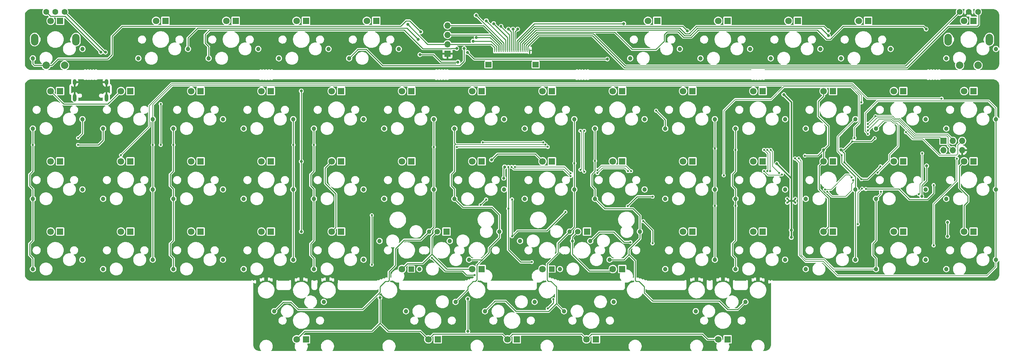
<source format=gbr>
%TF.GenerationSoftware,KiCad,Pcbnew,7.0.1-0*%
%TF.CreationDate,2023-07-02T14:27:38+03:00*%
%TF.ProjectId,30cent,33306365-6e74-42e6-9b69-6361645f7063,rev?*%
%TF.SameCoordinates,Original*%
%TF.FileFunction,Copper,L1,Top*%
%TF.FilePolarity,Positive*%
%FSLAX46Y46*%
G04 Gerber Fmt 4.6, Leading zero omitted, Abs format (unit mm)*
G04 Created by KiCad (PCBNEW 7.0.1-0) date 2023-07-02 14:27:38*
%MOMM*%
%LPD*%
G01*
G04 APERTURE LIST*
G04 Aperture macros list*
%AMRoundRect*
0 Rectangle with rounded corners*
0 $1 Rounding radius*
0 $2 $3 $4 $5 $6 $7 $8 $9 X,Y pos of 4 corners*
0 Add a 4 corners polygon primitive as box body*
4,1,4,$2,$3,$4,$5,$6,$7,$8,$9,$2,$3,0*
0 Add four circle primitives for the rounded corners*
1,1,$1+$1,$2,$3*
1,1,$1+$1,$4,$5*
1,1,$1+$1,$6,$7*
1,1,$1+$1,$8,$9*
0 Add four rect primitives between the rounded corners*
20,1,$1+$1,$2,$3,$4,$5,0*
20,1,$1+$1,$4,$5,$6,$7,0*
20,1,$1+$1,$6,$7,$8,$9,0*
20,1,$1+$1,$8,$9,$2,$3,0*%
G04 Aperture macros list end*
%TA.AperFunction,ComponentPad*%
%ADD10R,1.800000X1.800000*%
%TD*%
%TA.AperFunction,ComponentPad*%
%ADD11C,1.800000*%
%TD*%
%TA.AperFunction,SMDPad,CuDef*%
%ADD12RoundRect,0.250000X-0.250000X-0.500000X0.250000X-0.500000X0.250000X0.500000X-0.250000X0.500000X0*%
%TD*%
%TA.AperFunction,ComponentPad*%
%ADD13R,1.700000X1.700000*%
%TD*%
%TA.AperFunction,ComponentPad*%
%ADD14O,1.700000X1.700000*%
%TD*%
%TA.AperFunction,ComponentPad*%
%ADD15C,1.500000*%
%TD*%
%TA.AperFunction,ComponentPad*%
%ADD16C,1.600000*%
%TD*%
%TA.AperFunction,ComponentPad*%
%ADD17O,2.000000X3.200000*%
%TD*%
%TA.AperFunction,ComponentPad*%
%ADD18C,2.000000*%
%TD*%
%TA.AperFunction,SMDPad,CuDef*%
%ADD19R,0.250000X1.100000*%
%TD*%
%TA.AperFunction,SMDPad,CuDef*%
%ADD20R,1.700000X1.500000*%
%TD*%
%TA.AperFunction,ComponentPad*%
%ADD21C,1.200000*%
%TD*%
%TA.AperFunction,ComponentPad*%
%ADD22R,1.500000X1.500000*%
%TD*%
%TA.AperFunction,ComponentPad*%
%ADD23O,1.000000X1.600000*%
%TD*%
%TA.AperFunction,ComponentPad*%
%ADD24O,1.000000X2.100000*%
%TD*%
%TA.AperFunction,ViaPad*%
%ADD25C,0.600000*%
%TD*%
%TA.AperFunction,ViaPad*%
%ADD26C,0.800000*%
%TD*%
%TA.AperFunction,Conductor*%
%ADD27C,0.250000*%
%TD*%
%TA.AperFunction,Conductor*%
%ADD28C,0.300000*%
%TD*%
%TA.AperFunction,Conductor*%
%ADD29C,0.200000*%
%TD*%
%TA.AperFunction,Conductor*%
%ADD30C,0.400000*%
%TD*%
G04 APERTURE END LIST*
D10*
%TO.P,D27,1,K*%
%TO.N,Net-(D27-K)*%
X102870000Y-64452500D03*
D11*
%TO.P,D27,2,A*%
%TO.N,+5V*%
X100330000Y-64452500D03*
%TD*%
D10*
%TO.P,D13,1,K*%
%TO.N,Net-(D13-K)*%
X102870000Y-45402500D03*
D11*
%TO.P,D13,2,A*%
%TO.N,+5V*%
X100330000Y-45402500D03*
%TD*%
D10*
%TO.P,D1,1,K*%
%TO.N,Net-(D1-K)*%
X26670000Y-26352500D03*
D11*
%TO.P,D1,2,A*%
%TO.N,/up_5V*%
X24130000Y-26352500D03*
%TD*%
D10*
%TO.P,D46,1,K*%
%TO.N,Net-(D46-K)*%
X198120000Y-83502500D03*
D11*
%TO.P,D46,2,A*%
%TO.N,+5V*%
X195580000Y-83502500D03*
%TD*%
D10*
%TO.P,D25,1,K*%
%TO.N,Net-(D25-K)*%
X64770000Y-64452500D03*
D11*
%TO.P,D25,2,A*%
%TO.N,+5V*%
X62230000Y-64452500D03*
%TD*%
D10*
%TO.P,D24,1,K*%
%TO.N,Net-(D24-K)*%
X45720000Y-64452500D03*
D11*
%TO.P,D24,2,A*%
%TO.N,+5V*%
X43180000Y-64452500D03*
%TD*%
D12*
%TO.P,REF\u002A\u002A,1*%
%TO.N,Earth*%
X201481250Y-96875100D03*
%TD*%
D10*
%TO.P,D20,1,K*%
%TO.N,Net-(D20-K)*%
X236220000Y-45402500D03*
D11*
%TO.P,D20,2,A*%
%TO.N,+5V*%
X233680000Y-45402500D03*
%TD*%
D12*
%TO.P,REF\u002A\u002A,1*%
%TO.N,Earth*%
X204125000Y-96875100D03*
%TD*%
%TO.P,REF\u002A\u002A,1*%
%TO.N,Earth*%
X215900000Y-96375100D03*
%TD*%
D10*
%TO.P,D47,1,K*%
%TO.N,Net-(D47-K)*%
X217170000Y-83502500D03*
D11*
%TO.P,D47,2,A*%
%TO.N,+5V*%
X214630000Y-83502500D03*
%TD*%
D10*
%TO.P,D31,1,K*%
%TO.N,Net-(D31-K)*%
X179070000Y-64452500D03*
D11*
%TO.P,D31,2,A*%
%TO.N,+5V*%
X176530000Y-64452500D03*
%TD*%
D10*
%TO.P,D26,1,K*%
%TO.N,Net-(D26-K)*%
X83820000Y-64452500D03*
D11*
%TO.P,D26,2,A*%
%TO.N,+5V*%
X81280000Y-64452500D03*
%TD*%
D10*
%TO.P,D14,1,K*%
%TO.N,Net-(D14-K)*%
X121920000Y-45402500D03*
D11*
%TO.P,D14,2,A*%
%TO.N,+5V*%
X119380000Y-45402500D03*
%TD*%
D10*
%TO.P,D3,1,K*%
%TO.N,Net-(D3-K)*%
X74295000Y-26352500D03*
D11*
%TO.P,D3,2,A*%
%TO.N,/up_5V*%
X71755000Y-26352500D03*
%TD*%
D10*
%TO.P,D23,1,K*%
%TO.N,Net-(D23-K)*%
X26670000Y-64452500D03*
D11*
%TO.P,D23,2,A*%
%TO.N,+5V*%
X24130000Y-64452500D03*
%TD*%
D10*
%TO.P,D7,1,K*%
%TO.N,Net-(D7-K)*%
X207645000Y-26352500D03*
D11*
%TO.P,D7,2,A*%
%TO.N,/up_5V*%
X205105000Y-26352500D03*
%TD*%
D12*
%TO.P,REF\u002A\u002A,1*%
%TO.N,Earth*%
X89825000Y-96875100D03*
%TD*%
%TO.P,REF\u002A\u002A,1*%
%TO.N,Earth*%
X199231250Y-96375100D03*
%TD*%
%TO.P,REF\u002A\u002A,1*%
%TO.N,Earth*%
X82550000Y-96375100D03*
%TD*%
D10*
%TO.P,D49,1,K*%
%TO.N,Net-(D49-K)*%
X255270000Y-83502500D03*
D11*
%TO.P,D49,2,A*%
%TO.N,+5V*%
X252730000Y-83502500D03*
%TD*%
D10*
%TO.P,D5,1,K*%
%TO.N,Net-(D5-K)*%
X112395000Y-26352500D03*
D11*
%TO.P,D5,2,A*%
%TO.N,/up_5V*%
X109855000Y-26352500D03*
%TD*%
D10*
%TO.P,D39,1,K*%
%TO.N,Net-(D39-K)*%
X64770000Y-83502500D03*
D11*
%TO.P,D39,2,A*%
%TO.N,+5V*%
X62230000Y-83502500D03*
%TD*%
D10*
%TO.P,D19,1,K*%
%TO.N,Net-(D19-K)*%
X217170000Y-45402500D03*
D11*
%TO.P,D19,2,A*%
%TO.N,+5V*%
X214630000Y-45402500D03*
%TD*%
D10*
%TO.P,D12,1,K*%
%TO.N,Net-(D12-K)*%
X83820000Y-45402500D03*
D11*
%TO.P,D12,2,A*%
%TO.N,+5V*%
X81280000Y-45402500D03*
%TD*%
D10*
%TO.P,D35,1,K*%
%TO.N,Net-(D35-K)*%
X255270000Y-64452500D03*
D11*
%TO.P,D35,2,A*%
%TO.N,+5V*%
X252730000Y-64452500D03*
%TD*%
D10*
%TO.P,D41,1,K*%
%TO.N,Net-(D41-K)*%
X102870000Y-83502500D03*
D11*
%TO.P,D41,2,A*%
%TO.N,+5V*%
X100330000Y-83502500D03*
%TD*%
D10*
%TO.P,D53,1,K*%
%TO.N,Net-(D53-K)*%
X26670000Y-45402500D03*
D11*
%TO.P,D53,2,A*%
%TO.N,+5V*%
X24130000Y-45402500D03*
%TD*%
D12*
%TO.P,REF\u002A\u002A,1*%
%TO.N,Earth*%
X196981250Y-96875100D03*
%TD*%
D13*
%TO.P,J5,1,Pin_1*%
%TO.N,/up_GND*%
X131725000Y-35242500D03*
D14*
%TO.P,J5,2,Pin_2*%
%TO.N,/up_5V*%
X131725000Y-32702500D03*
%TO.P,J5,3,Pin_3*%
%TO.N,/up_I2C_SCL*%
X131725000Y-30162500D03*
%TO.P,J5,4,Pin_4*%
%TO.N,/up_I2C_SDA*%
X131725000Y-27622500D03*
%TD*%
D10*
%TO.P,D52,1,K*%
%TO.N,Net-(D52-K)*%
X169545000Y-83502500D03*
D15*
%TO.P,D52,2,A*%
%TO.N,+5V*%
X167005000Y-83502500D03*
%TD*%
D10*
%TO.P,D28,1,K*%
%TO.N,Net-(D28-K)*%
X121920000Y-64452500D03*
D11*
%TO.P,D28,2,A*%
%TO.N,+5V*%
X119380000Y-64452500D03*
%TD*%
D16*
%TO.P,RE2,A,A*%
%TO.N,/up_RE2_A*%
X275550000Y-23932500D03*
%TO.P,RE2,B,B*%
%TO.N,/up_RE2_B*%
X270550000Y-23932500D03*
%TO.P,RE2,C,C*%
%TO.N,/up_GND*%
X273050000Y-23932500D03*
D17*
%TO.P,RE2,MP*%
%TO.N,N/C*%
X278650000Y-31432500D03*
X267450000Y-31432500D03*
D18*
%TO.P,RE2,S1,S1*%
%TO.N,/RE2_SW*%
X270550000Y-38432500D03*
%TO.P,RE2,S2,S2*%
%TO.N,/up_col13*%
X275550000Y-38432500D03*
%TD*%
D19*
%TO.P,J2,1,Pin_1*%
%TO.N,/up_5V*%
X144475000Y-34347500D03*
%TO.P,J2,2,Pin_2*%
%TO.N,/up_RE1_A*%
X144975000Y-34347500D03*
%TO.P,J2,3,Pin_3*%
%TO.N,/up_RE1_B*%
X145475000Y-34347500D03*
%TO.P,J2,4,Pin_4*%
%TO.N,/up_I2C_SCL*%
X145975000Y-34347500D03*
%TO.P,J2,5,Pin_5*%
%TO.N,/up_I2C_SDA*%
X146475000Y-34347500D03*
%TO.P,J2,6,Pin_6*%
%TO.N,/up_LED_GND*%
X146975000Y-34347500D03*
%TO.P,J2,7,Pin_7*%
%TO.N,/up_row0*%
X147475000Y-34347500D03*
%TO.P,J2,8,Pin_8*%
%TO.N,/up_col0*%
X147975000Y-34347500D03*
%TO.P,J2,9,Pin_9*%
%TO.N,/up_col1*%
X148475000Y-34347500D03*
%TO.P,J2,10,Pin_10*%
%TO.N,/up_col2*%
X148975000Y-34347500D03*
%TO.P,J2,11,Pin_11*%
%TO.N,/up_col3*%
X149475000Y-34347500D03*
%TO.P,J2,12,Pin_12*%
%TO.N,/up_col4*%
X149975000Y-34347500D03*
%TO.P,J2,13,Pin_13*%
%TO.N,/up_col9*%
X150475000Y-34347500D03*
%TO.P,J2,14,Pin_14*%
%TO.N,/up_col10*%
X150975000Y-34347500D03*
%TO.P,J2,15,Pin_15*%
%TO.N,/up_col11*%
X151475000Y-34347500D03*
%TO.P,J2,16,Pin_16*%
%TO.N,/up_col12*%
X151975000Y-34347500D03*
%TO.P,J2,17,Pin_17*%
%TO.N,/up_col13*%
X152475000Y-34347500D03*
%TO.P,J2,18,Pin_18*%
%TO.N,/up_RE2_B*%
X152975000Y-34347500D03*
%TO.P,J2,19,Pin_19*%
%TO.N,/up_RE2_A*%
X153475000Y-34347500D03*
%TO.P,J2,20,Pin_20*%
%TO.N,/up_GND*%
X153975000Y-34347500D03*
D20*
%TO.P,J2,MP*%
%TO.N,N/C*%
X142825000Y-38247500D03*
X155625000Y-38247500D03*
%TD*%
D10*
%TO.P,D50,1,K*%
%TO.N,Net-(D50-K)*%
X274320000Y-83502500D03*
D11*
%TO.P,D50,2,A*%
%TO.N,+5V*%
X271780000Y-83502500D03*
%TD*%
D12*
%TO.P,REF\u002A\u002A,1*%
%TO.N,Earth*%
X96968750Y-96875100D03*
%TD*%
D10*
%TO.P,D9,1,K*%
%TO.N,Net-(D9-K)*%
X245745000Y-26352500D03*
D11*
%TO.P,D9,2,A*%
%TO.N,/up_5V*%
X243205000Y-26352500D03*
%TD*%
D10*
%TO.P,D22,1,K*%
%TO.N,Net-(D22-K)*%
X274320000Y-45402500D03*
D11*
%TO.P,D22,2,A*%
%TO.N,+5V*%
X271780000Y-45402500D03*
%TD*%
D12*
%TO.P,REF\u002A\u002A,1*%
%TO.N,Earth*%
X213650000Y-96875100D03*
%TD*%
D10*
%TO.P,D29,1,K*%
%TO.N,Net-(D29-K)*%
X140970000Y-64452500D03*
D11*
%TO.P,D29,2,A*%
%TO.N,+5V*%
X138430000Y-64452500D03*
%TD*%
D10*
%TO.P,D8,1,K*%
%TO.N,Net-(D8-K)*%
X226695000Y-26352500D03*
D11*
%TO.P,D8,2,A*%
%TO.N,/up_5V*%
X224155000Y-26352500D03*
%TD*%
D12*
%TO.P,REF\u002A\u002A,1*%
%TO.N,Earth*%
X84800000Y-96875100D03*
%TD*%
D10*
%TO.P,D18,1,K*%
%TO.N,Net-(D18-K)*%
X198120000Y-45402500D03*
D11*
%TO.P,D18,2,A*%
%TO.N,+5V*%
X195580000Y-45402500D03*
%TD*%
D12*
%TO.P,REF\u002A\u002A,1*%
%TO.N,Earth*%
X218150000Y-96875100D03*
%TD*%
%TO.P,REF\u002A\u002A,1*%
%TO.N,Earth*%
X208625000Y-96875100D03*
%TD*%
D10*
%TO.P,D54,1,K*%
%TO.N,Net-(D54-K)*%
X45720000Y-45402500D03*
D11*
%TO.P,D54,2,A*%
%TO.N,+5V*%
X43180000Y-45402500D03*
%TD*%
D10*
%TO.P,D33,1,K*%
%TO.N,Net-(D33-K)*%
X217170000Y-64452500D03*
D11*
%TO.P,D33,2,A*%
%TO.N,+5V*%
X214630000Y-64452500D03*
%TD*%
D10*
%TO.P,D17,1,K*%
%TO.N,Net-(D17-K)*%
X179070000Y-45402500D03*
D11*
%TO.P,D17,2,A*%
%TO.N,+5V*%
X176530000Y-45402500D03*
%TD*%
D10*
%TO.P,D11,1,K*%
%TO.N,Net-(D11-K)*%
X64770000Y-45402500D03*
D11*
%TO.P,D11,2,A*%
%TO.N,+5V*%
X62230000Y-45402500D03*
%TD*%
D10*
%TO.P,D36,1,K*%
%TO.N,Net-(D36-K)*%
X274320000Y-64452500D03*
D11*
%TO.P,D36,2,A*%
%TO.N,+5V*%
X271780000Y-64452500D03*
%TD*%
D12*
%TO.P,REF\u002A\u002A,1*%
%TO.N,Earth*%
X206375000Y-96375100D03*
%TD*%
D10*
%TO.P,D21,1,K*%
%TO.N,Net-(D21-K)*%
X255270000Y-45402500D03*
D11*
%TO.P,D21,2,A*%
%TO.N,+5V*%
X252730000Y-45402500D03*
%TD*%
D12*
%TO.P,REF\u002A\u002A,1*%
%TO.N,Earth*%
X101468750Y-96875100D03*
%TD*%
D10*
%TO.P,D51,1,K*%
%TO.N,Net-(D51-K)*%
X131445000Y-83502500D03*
D15*
%TO.P,D51,2,A*%
%TO.N,+5V*%
X128905000Y-83502500D03*
%TD*%
D10*
%TO.P,D6,1,K*%
%TO.N,Net-(D6-K)*%
X188595000Y-26352500D03*
D11*
%TO.P,D6,2,A*%
%TO.N,/up_5V*%
X186055000Y-26352500D03*
%TD*%
D10*
%TO.P,D10,1,K*%
%TO.N,Net-(D10-K)*%
X274320000Y-26352500D03*
D11*
%TO.P,D10,2,A*%
%TO.N,/up_5V*%
X271780000Y-26352500D03*
%TD*%
D12*
%TO.P,REF\u002A\u002A,1*%
%TO.N,Earth*%
X94325000Y-96875100D03*
%TD*%
%TO.P,REF\u002A\u002A,1*%
%TO.N,Earth*%
X80300000Y-96875100D03*
%TD*%
D10*
%TO.P,D38,1,K*%
%TO.N,Net-(D38-K)*%
X45720000Y-83502500D03*
D11*
%TO.P,D38,2,A*%
%TO.N,+5V*%
X43180000Y-83502500D03*
%TD*%
D10*
%TO.P,D48,1,K*%
%TO.N,Net-(D48-K)*%
X236220000Y-83502500D03*
D11*
%TO.P,D48,2,A*%
%TO.N,+5V*%
X233680000Y-83502500D03*
%TD*%
D12*
%TO.P,REF\u002A\u002A,1*%
%TO.N,Earth*%
X99218750Y-96375100D03*
%TD*%
D10*
%TO.P,D40,1,K*%
%TO.N,Net-(D40-K)*%
X83820000Y-83502500D03*
D11*
%TO.P,D40,2,A*%
%TO.N,+5V*%
X81280000Y-83502500D03*
%TD*%
D10*
%TO.P,D32,1,K*%
%TO.N,Net-(D32-K)*%
X198120000Y-64452500D03*
D11*
%TO.P,D32,2,A*%
%TO.N,+5V*%
X195580000Y-64452500D03*
%TD*%
D10*
%TO.P,D15,1,K*%
%TO.N,Net-(D15-K)*%
X140970000Y-45402500D03*
D11*
%TO.P,D15,2,A*%
%TO.N,+5V*%
X138430000Y-45402500D03*
%TD*%
D10*
%TO.P,D16,1,K*%
%TO.N,Net-(D16-K)*%
X160020000Y-45402500D03*
D11*
%TO.P,D16,2,A*%
%TO.N,+5V*%
X157480000Y-45402500D03*
%TD*%
D10*
%TO.P,D30,1,K*%
%TO.N,Net-(D30-K)*%
X160020000Y-64452500D03*
D11*
%TO.P,D30,2,A*%
%TO.N,+5V*%
X157480000Y-64452500D03*
%TD*%
D10*
%TO.P,D2,1,K*%
%TO.N,Net-(D2-K)*%
X55245000Y-26352500D03*
D11*
%TO.P,D2,2,A*%
%TO.N,/up_5V*%
X52705000Y-26352500D03*
%TD*%
D12*
%TO.P,REF\u002A\u002A,1*%
%TO.N,Earth*%
X92075000Y-96375100D03*
%TD*%
D10*
%TO.P,D37,1,K*%
%TO.N,Net-(D37-K)*%
X26670000Y-83502500D03*
D11*
%TO.P,D37,2,A*%
%TO.N,+5V*%
X24130000Y-83502500D03*
%TD*%
D16*
%TO.P,RE1,A,A*%
%TO.N,/up_RE1_A*%
X27900000Y-23932500D03*
%TO.P,RE1,B,B*%
%TO.N,/up_RE1_B*%
X22900000Y-23932500D03*
%TO.P,RE1,C,C*%
%TO.N,/up_GND*%
X25400000Y-23932500D03*
D17*
%TO.P,RE1,MP*%
%TO.N,N/C*%
X31000000Y-31432500D03*
X19800000Y-31432500D03*
D18*
%TO.P,RE1,S1,S1*%
%TO.N,/up_col0*%
X22900000Y-38432500D03*
%TO.P,RE1,S2,S2*%
%TO.N,/RE1_SW*%
X27900000Y-38432500D03*
%TD*%
D10*
%TO.P,D4,1,K*%
%TO.N,Net-(D4-K)*%
X93345000Y-26352500D03*
D11*
%TO.P,D4,2,A*%
%TO.N,/up_5V*%
X90805000Y-26352500D03*
%TD*%
D10*
%TO.P,D34,1,K*%
%TO.N,Net-(D34-K)*%
X236220000Y-64452500D03*
D11*
%TO.P,D34,2,A*%
%TO.N,+5V*%
X233680000Y-64452500D03*
%TD*%
D21*
%TO.P,K13,1,1*%
%TO.N,Net-(K13-Pad1)*%
X70860000Y-53022500D03*
%TO.P,K13,2,2*%
%TO.N,/col2*%
X57410000Y-55562500D03*
%TD*%
%TO.P,K11,1,1*%
%TO.N,Net-(K11-Pad1)*%
X32760000Y-53022500D03*
%TO.P,K11,2,2*%
%TO.N,/MISO*%
X19310000Y-55562500D03*
%TD*%
%TO.P,K27,1,1*%
%TO.N,Net-(K27-Pad1)*%
X70860000Y-72072500D03*
%TO.P,K27,2,2*%
%TO.N,/col2*%
X57410000Y-74612500D03*
%TD*%
%TO.P,K5,1,1*%
%TO.N,Net-(K5-Pad1)*%
X118485000Y-33972500D03*
%TO.P,K5,2,2*%
%TO.N,/up_col4*%
X105035000Y-36512500D03*
%TD*%
%TO.P,K45A1,1,1*%
%TO.N,/col6*%
X137535000Y-91122500D03*
%TO.P,K45A1,2,2*%
%TO.N,Net-(K45-Pad1)*%
X124085000Y-93662500D03*
%TD*%
%TO.P,K42,1,1*%
%TO.N,/col3*%
X89910000Y-91122500D03*
%TO.P,K42,2,2*%
%TO.N,Net-(K42-Pad2)*%
X76460000Y-93662500D03*
%TD*%
D22*
%TO.P,D42,1,K*%
%TO.N,Net-(D42-K)*%
X121920000Y-93662500D03*
D11*
%TO.P,D42,2,A*%
%TO.N,+5V*%
X119380000Y-93662500D03*
%TD*%
D21*
%TO.P,K14,1,1*%
%TO.N,/col3*%
X89910000Y-53022500D03*
%TO.P,K14,2,2*%
%TO.N,Net-(K14-Pad2)*%
X76460000Y-55562500D03*
%TD*%
%TO.P,K25,1,1*%
%TO.N,Net-(K25-Pad1)*%
X32760000Y-72072500D03*
%TO.P,K25,2,2*%
%TO.N,/MISO*%
X19310000Y-74612500D03*
%TD*%
%TO.P,K36,1,1*%
%TO.N,/col11*%
X242310000Y-72072500D03*
%TO.P,K36,2,2*%
%TO.N,Net-(K36-Pad2)*%
X228860000Y-74612500D03*
%TD*%
%TO.P,K32,1,1*%
%TO.N,/col7*%
X166110000Y-72072500D03*
%TO.P,K32,2,2*%
%TO.N,Net-(K32-Pad2)*%
X152660000Y-74612500D03*
%TD*%
D13*
%TO.P,ISP1,1,Pin_1*%
%TO.N,/MISO*%
X266150000Y-58882500D03*
D14*
%TO.P,ISP1,2,Pin_2*%
%TO.N,+5V*%
X266150000Y-61422500D03*
%TO.P,ISP1,3,Pin_3*%
%TO.N,/SCL*%
X268690000Y-58882500D03*
%TO.P,ISP1,4,Pin_4*%
%TO.N,/MOSI*%
X268690000Y-61422500D03*
%TO.P,ISP1,5,Pin_5*%
%TO.N,/RES*%
X271230000Y-58882500D03*
%TO.P,ISP1,6,Pin_6*%
%TO.N,Earth*%
X271230000Y-61422500D03*
%TD*%
D21*
%TO.P,K15,1,1*%
%TO.N,Net-(K15-Pad1)*%
X108960000Y-53022500D03*
%TO.P,K15,2,2*%
%TO.N,/col4*%
X95510000Y-55562500D03*
%TD*%
%TO.P,K21,1,1*%
%TO.N,Net-(K21-Pad1)*%
X223260000Y-53022500D03*
%TO.P,K21,2,2*%
%TO.N,/col10*%
X209810000Y-55562500D03*
%TD*%
%TO.P,K44,1,1*%
%TO.N,Net-(K44-Pad1)*%
X113290000Y-86042500D03*
%TO.P,K44,2,2*%
%TO.N,/col5*%
X126740000Y-83502500D03*
%TD*%
%TO.P,K7,1,1*%
%TO.N,Net-(K7-Pad1)*%
X213735000Y-33972500D03*
%TO.P,K7,2,2*%
%TO.N,/up_col10*%
X200285000Y-36512500D03*
%TD*%
%TO.P,K19,1,1*%
%TO.N,Net-(K19-Pad1)*%
X185160000Y-53022500D03*
%TO.P,K19,2,2*%
%TO.N,/col8*%
X171710000Y-55562500D03*
%TD*%
%TO.P,K40,1,1*%
%TO.N,/SCL*%
X51810000Y-91122500D03*
%TO.P,K40,2,2*%
%TO.N,Net-(K40-Pad2)*%
X38360000Y-93662500D03*
%TD*%
%TO.P,K29,1,1*%
%TO.N,Net-(K29-Pad1)*%
X108960000Y-72072500D03*
%TO.P,K29,2,2*%
%TO.N,/col4*%
X95510000Y-74612500D03*
%TD*%
%TO.P,K48,1,1*%
%TO.N,/col9*%
X204210000Y-91122500D03*
%TO.P,K48,2,2*%
%TO.N,Net-(K48-Pad2)*%
X190760000Y-93662500D03*
%TD*%
%TO.P,K52,1,1*%
%TO.N,/col13*%
X280410000Y-91122500D03*
%TO.P,K52,2,2*%
%TO.N,Net-(K52-Pad2)*%
X266960000Y-93662500D03*
%TD*%
%TO.P,K45,1,1*%
%TO.N,Net-(K45-Pad1)*%
X132340000Y-86042500D03*
%TO.P,K45,2,2*%
%TO.N,/col6*%
X145790000Y-83502500D03*
%TD*%
%TO.P,K12,1,1*%
%TO.N,/SCL*%
X51810000Y-53022500D03*
%TO.P,K12,2,2*%
%TO.N,Net-(K12-Pad2)*%
X38360000Y-55562500D03*
%TD*%
%TO.P,K10,1,1*%
%TO.N,/up_col13*%
X280410000Y-33972500D03*
%TO.P,K10,2,2*%
%TO.N,/RE2_SW*%
X266960000Y-36512500D03*
%TD*%
D10*
%TO.P,D57,1,K*%
%TO.N,Net-(D57-K)*%
X150495000Y-112712500D03*
D11*
%TO.P,D57,2,A*%
%TO.N,+5V*%
X147955000Y-112712500D03*
%TD*%
D21*
%TO.P,K55,1,1*%
%TO.N,/col7*%
X163296250Y-105092500D03*
%TO.P,K55,2,2*%
%TO.N,Net-(K55-Pad2)*%
X176746250Y-102552500D03*
%TD*%
%TO.P,K37,1,1*%
%TO.N,Net-(K37-Pad1)*%
X261360000Y-72072500D03*
%TO.P,K37,2,2*%
%TO.N,/col12*%
X247910000Y-74612500D03*
%TD*%
%TO.P,K51,1,1*%
%TO.N,Net-(K51-Pad1)*%
X261360000Y-91122500D03*
%TO.P,K51,2,2*%
%TO.N,/col12*%
X247910000Y-93662500D03*
%TD*%
%TO.P,K38,1,1*%
%TO.N,/col13*%
X280410000Y-72072500D03*
%TO.P,K38,2,2*%
%TO.N,Net-(K38-Pad2)*%
X266960000Y-74612500D03*
%TD*%
%TO.P,K8,1,1*%
%TO.N,/up_col11*%
X232785000Y-33972500D03*
%TO.P,K8,2,2*%
%TO.N,Net-(K8-Pad2)*%
X219335000Y-36512500D03*
%TD*%
D10*
%TO.P,D45,1,K*%
%TO.N,Net-(D45-K)*%
X179070000Y-93662500D03*
D11*
%TO.P,D45,2,A*%
%TO.N,+5V*%
X176530000Y-93662500D03*
%TD*%
D21*
%TO.P,K22,1,1*%
%TO.N,/col11*%
X242310000Y-53022500D03*
%TO.P,K22,2,2*%
%TO.N,Net-(K22-Pad2)*%
X228860000Y-55562500D03*
%TD*%
%TO.P,K3,1,1*%
%TO.N,Net-(K3-Pad1)*%
X80385000Y-33972500D03*
%TO.P,K3,2,2*%
%TO.N,/up_col2*%
X66935000Y-36512500D03*
%TD*%
%TO.P,K41,1,1*%
%TO.N,Net-(K41-Pad1)*%
X70860000Y-91122500D03*
%TO.P,K41,2,2*%
%TO.N,/col2*%
X57410000Y-93662500D03*
%TD*%
%TO.P,K18,1,1*%
%TO.N,/col7*%
X166110000Y-53022500D03*
%TO.P,K18,2,2*%
%TO.N,Net-(K18-Pad2)*%
X152660000Y-55562500D03*
%TD*%
%TO.P,K26,1,1*%
%TO.N,/SCL*%
X51810000Y-72072500D03*
%TO.P,K26,2,2*%
%TO.N,Net-(K26-Pad2)*%
X38360000Y-74612500D03*
%TD*%
%TO.P,K33,1,1*%
%TO.N,Net-(K33-Pad1)*%
X185160000Y-72072500D03*
%TO.P,K33,2,2*%
%TO.N,/col8*%
X171710000Y-74612500D03*
%TD*%
%TO.P,K43,1,1*%
%TO.N,Net-(K43-Pad1)*%
X108960000Y-91122500D03*
%TO.P,K43,2,2*%
%TO.N,/col4*%
X95510000Y-93662500D03*
%TD*%
%TO.P,K6,1,1*%
%TO.N,/up_col9*%
X194685000Y-33972500D03*
%TO.P,K6,2,2*%
%TO.N,Net-(K6-Pad2)*%
X181235000Y-36512500D03*
%TD*%
%TO.P,K47A1,1,1*%
%TO.N,/col8*%
X175635000Y-91122500D03*
%TO.P,K47A1,2,2*%
%TO.N,Net-(K47-Pad1)*%
X162185000Y-93662500D03*
%TD*%
%TO.P,K28,1,1*%
%TO.N,/col3*%
X89910000Y-72072500D03*
%TO.P,K28,2,2*%
%TO.N,Net-(K28-Pad2)*%
X76460000Y-74612500D03*
%TD*%
%TO.P,K34,1,1*%
%TO.N,/col9*%
X204210000Y-72072500D03*
%TO.P,K34,2,2*%
%TO.N,Net-(K34-Pad2)*%
X190760000Y-74612500D03*
%TD*%
%TO.P,K30,1,1*%
%TO.N,/col5*%
X128010000Y-72072500D03*
%TO.P,K30,2,2*%
%TO.N,Net-(K30-Pad2)*%
X114560000Y-74612500D03*
%TD*%
%TO.P,K47,1,1*%
%TO.N,Net-(K47-Pad1)*%
X170440000Y-86042500D03*
%TO.P,K47,2,2*%
%TO.N,/col8*%
X183890000Y-83502500D03*
%TD*%
D10*
%TO.P,D43,1,K*%
%TO.N,Net-(D43-K)*%
X140970000Y-93662500D03*
D11*
%TO.P,D43,2,A*%
%TO.N,+5V*%
X138430000Y-93662500D03*
%TD*%
D21*
%TO.P,K23,1,1*%
%TO.N,Net-(K23-Pad1)*%
X261360000Y-53022500D03*
%TO.P,K23,2,2*%
%TO.N,/col12*%
X247910000Y-55562500D03*
%TD*%
D10*
%TO.P,D59,1,K*%
%TO.N,Net-(D59-K)*%
X207645000Y-112712500D03*
D11*
%TO.P,D59,2,A*%
%TO.N,+5V*%
X205105000Y-112712500D03*
%TD*%
D10*
%TO.P,D55,1,K*%
%TO.N,Net-(D55-K)*%
X93345000Y-112712500D03*
D11*
%TO.P,D55,2,A*%
%TO.N,+5V*%
X90805000Y-112712500D03*
%TD*%
D21*
%TO.P,K39,1,1*%
%TO.N,Net-(K39-Pad1)*%
X32760000Y-91122500D03*
%TO.P,K39,2,2*%
%TO.N,/MISO*%
X19310000Y-93662500D03*
%TD*%
D10*
%TO.P,D58,1,K*%
%TO.N,Net-(D58-K)*%
X171926250Y-112712500D03*
D11*
%TO.P,D58,2,A*%
%TO.N,+5V*%
X169386250Y-112712500D03*
%TD*%
D21*
%TO.P,K2,1,1*%
%TO.N,/up_col1*%
X61335000Y-33972500D03*
%TO.P,K2,2,2*%
%TO.N,Net-(K2-Pad2)*%
X47885000Y-36512500D03*
%TD*%
%TO.P,K16,1,1*%
%TO.N,/col5*%
X128010000Y-53022500D03*
%TO.P,K16,2,2*%
%TO.N,Net-(K16-Pad2)*%
X114560000Y-55562500D03*
%TD*%
%TO.P,K4,1,1*%
%TO.N,/up_col3*%
X99435000Y-33972500D03*
%TO.P,K4,2,2*%
%TO.N,Net-(K4-Pad2)*%
X85985000Y-36512500D03*
%TD*%
%TO.P,K24,1,1*%
%TO.N,/col13*%
X280410000Y-53022500D03*
%TO.P,K24,2,2*%
%TO.N,Net-(K24-Pad2)*%
X266960000Y-55562500D03*
%TD*%
%TO.P,K46,1,1*%
%TO.N,Net-(K46-Pad1)*%
X151390000Y-86042500D03*
%TO.P,K46,2,2*%
%TO.N,/col7*%
X164840000Y-83502500D03*
%TD*%
%TO.P,K49,1,1*%
%TO.N,Net-(K49-Pad1)*%
X223260000Y-91122500D03*
%TO.P,K49,2,2*%
%TO.N,/col10*%
X209810000Y-93662500D03*
%TD*%
%TO.P,K31,1,1*%
%TO.N,Net-(K31-Pad1)*%
X147060000Y-72072500D03*
%TO.P,K31,2,2*%
%TO.N,/col6*%
X133610000Y-74612500D03*
%TD*%
D10*
%TO.P,D56,1,K*%
%TO.N,Net-(D56-K)*%
X129063750Y-112712500D03*
D11*
%TO.P,D56,2,A*%
%TO.N,+5V*%
X126523750Y-112712500D03*
%TD*%
D21*
%TO.P,K50,1,1*%
%TO.N,/col11*%
X242310000Y-91122500D03*
%TO.P,K50,2,2*%
%TO.N,Net-(K50-Pad2)*%
X228860000Y-93662500D03*
%TD*%
%TO.P,K55A1,1,1*%
%TO.N,/col7*%
X141865000Y-105092500D03*
%TO.P,K55A1,2,2*%
%TO.N,Net-(K55-Pad2)*%
X155315000Y-102552500D03*
%TD*%
%TO.P,K54,1,1*%
%TO.N,Net-(K54-Pad1)*%
X120433750Y-105092500D03*
%TO.P,K54,2,2*%
%TO.N,/col6*%
X133883750Y-102552500D03*
%TD*%
%TO.P,K20,1,1*%
%TO.N,/col9*%
X204210000Y-53022500D03*
%TO.P,K20,2,2*%
%TO.N,Net-(K20-Pad2)*%
X190760000Y-55562500D03*
%TD*%
%TO.P,K53,1,1*%
%TO.N,/col5*%
X84715000Y-105092500D03*
%TO.P,K53,2,2*%
%TO.N,Net-(K53-Pad2)*%
X98165000Y-102552500D03*
%TD*%
%TO.P,K9,1,1*%
%TO.N,Net-(K9-Pad1)*%
X251835000Y-33972500D03*
%TO.P,K9,2,2*%
%TO.N,/up_col12*%
X238385000Y-36512500D03*
%TD*%
%TO.P,K1,1,1*%
%TO.N,/RE1_SW*%
X32760000Y-33972500D03*
%TO.P,K1,2,2*%
%TO.N,/up_col0*%
X19310000Y-36512500D03*
%TD*%
D22*
%TO.P,D44,1,K*%
%TO.N,Net-(D44-K)*%
X160020000Y-93662500D03*
D11*
%TO.P,D44,2,A*%
%TO.N,+5V*%
X157480000Y-93662500D03*
%TD*%
D21*
%TO.P,K56,1,1*%
%TO.N,Net-(K56-Pad1)*%
X199015000Y-105092500D03*
%TO.P,K56,2,2*%
%TO.N,/col8*%
X212465000Y-102552500D03*
%TD*%
D23*
%TO.P,J1,S1,SHIELD*%
%TO.N,Net-(J1-SHIELD)*%
X30605000Y-42997500D03*
D24*
X30605000Y-47177500D03*
D23*
X39245000Y-42997500D03*
D24*
X39245000Y-47177500D03*
%TD*%
D21*
%TO.P,K17,1,1*%
%TO.N,Net-(K17-Pad1)*%
X147060000Y-53022500D03*
%TO.P,K17,2,2*%
%TO.N,/col6*%
X133610000Y-55562500D03*
%TD*%
%TO.P,K35,1,1*%
%TO.N,Net-(K35-Pad1)*%
X223260000Y-72072500D03*
%TO.P,K35,2,2*%
%TO.N,/col10*%
X209810000Y-74612500D03*
%TD*%
D25*
%TO.N,+5V*%
X239318800Y-64706500D03*
X228600000Y-62928500D03*
X247523000Y-58153339D03*
D26*
X113400000Y-101432500D03*
X233675000Y-61360100D03*
X165575000Y-86042500D03*
D25*
X243916200Y-69303900D03*
D26*
X238429800Y-61377500D03*
D25*
X241427000Y-59067700D03*
D26*
X143637000Y-64071500D03*
D25*
X249101272Y-65815728D03*
%TO.N,Earth*%
X251017000Y-67200000D03*
X58075000Y-61647500D03*
X244475000Y-59807500D03*
D26*
X118725000Y-90882500D03*
X186425000Y-80797500D03*
X17662500Y-44232500D03*
X149225000Y-55245000D03*
X270225000Y-49382500D03*
D25*
X158300000Y-75582500D03*
D26*
X273062500Y-72332500D03*
X261362500Y-45432500D03*
X222225000Y-75132500D03*
X245975000Y-48882500D03*
D25*
X250594250Y-57610100D03*
D26*
X94375000Y-60547500D03*
X71625000Y-64397500D03*
X95625000Y-99932500D03*
X202731250Y-99832500D03*
D25*
X185825000Y-54982500D03*
D26*
X149975000Y-61382500D03*
X207662500Y-71532500D03*
X90062500Y-46332500D03*
X222225000Y-57132500D03*
X155825000Y-99932500D03*
X279262500Y-74332500D03*
X147175000Y-75797500D03*
X129862500Y-74732500D03*
D25*
X31675000Y-49737500D03*
D26*
X162325000Y-101432500D03*
X166062500Y-45432500D03*
X216975000Y-72882500D03*
X34925000Y-74295000D03*
X117675000Y-64797500D03*
X156425000Y-115382500D03*
X116125000Y-109132500D03*
X137062500Y-66732500D03*
X196675000Y-80797500D03*
X197062500Y-56532500D03*
X208062500Y-51332500D03*
X176925000Y-78797500D03*
D25*
X254225000Y-66807500D03*
X243459000Y-70322998D03*
X206362500Y-42507000D03*
D26*
X199631250Y-107382500D03*
X130062500Y-67532500D03*
X155475000Y-64882500D03*
X17662500Y-76932500D03*
X279262500Y-81932500D03*
X173975000Y-92932500D03*
X264725000Y-55882500D03*
X154062500Y-71732500D03*
D25*
X234962500Y-42507000D03*
D26*
X213725000Y-115382500D03*
X53962500Y-96232500D03*
X112862500Y-81932500D03*
X215475000Y-56382500D03*
X112225000Y-99932500D03*
X59075000Y-59997500D03*
X157631250Y-103632500D03*
X149262500Y-73132500D03*
D25*
X211162500Y-96432500D03*
X170425000Y-64325000D03*
X278262500Y-96432500D03*
D26*
X199675000Y-84547500D03*
X24962500Y-42732500D03*
D25*
X150675000Y-75857500D03*
D26*
X40762500Y-42732500D03*
X225425000Y-93345000D03*
X245475000Y-75632500D03*
X255062500Y-57532500D03*
D25*
X244117000Y-72732900D03*
D26*
X155462500Y-45432500D03*
X110125000Y-109132500D03*
X279262500Y-68132500D03*
X280662500Y-94532500D03*
X174062500Y-70932500D03*
X185462500Y-45432500D03*
D25*
X225462500Y-42507000D03*
D26*
X131975000Y-92382500D03*
X180425000Y-115382500D03*
X244475000Y-64249339D03*
D25*
X163375000Y-90457500D03*
D26*
X227262500Y-48532500D03*
X273062500Y-81532500D03*
X71062500Y-83532500D03*
X263525000Y-93345000D03*
X269262500Y-72332500D03*
X211475000Y-61132500D03*
X140862500Y-72732500D03*
D25*
X248056400Y-72732900D03*
X248183400Y-68338700D03*
D26*
X184862500Y-75932500D03*
D25*
X253625000Y-78257500D03*
D26*
X280262500Y-43032500D03*
X17662500Y-52032500D03*
X223475000Y-69632500D03*
X222600000Y-83182500D03*
X17862500Y-66432500D03*
D25*
X248412000Y-70954900D03*
D26*
X78925000Y-64547500D03*
X241762500Y-46432500D03*
D25*
X233883200Y-58864500D03*
D26*
X154975000Y-63632500D03*
X218862500Y-107732500D03*
X207662500Y-68932500D03*
X40925000Y-51797500D03*
D25*
X91175000Y-60147500D03*
D26*
X30262500Y-96132500D03*
X155375000Y-90782500D03*
X248662500Y-46332500D03*
X269662500Y-83532500D03*
X197075000Y-115382500D03*
X116962500Y-45432500D03*
D25*
X194962500Y-96432500D03*
D26*
X265262500Y-83532500D03*
X263600000Y-74507500D03*
X207662500Y-56332500D03*
X229057200Y-71361300D03*
X109462500Y-45432500D03*
D25*
X231975000Y-64907500D03*
D26*
X201475000Y-115382500D03*
X272262500Y-56932500D03*
X230662500Y-53532500D03*
X176525000Y-84782500D03*
X261225000Y-55882500D03*
X142862500Y-69132500D03*
D25*
X252017000Y-60900000D03*
D26*
X152225000Y-90382500D03*
D25*
X261500000Y-73982500D03*
X248285000Y-58534339D03*
X273162500Y-96432500D03*
X263562500Y-96432500D03*
D26*
X156881250Y-108882500D03*
D25*
X34605000Y-51177500D03*
D26*
X245975000Y-51882500D03*
X102025000Y-99932500D03*
X59662500Y-45432500D03*
D25*
X162600000Y-75582500D03*
D26*
X265725000Y-66882500D03*
X113725000Y-115432500D03*
X249925000Y-83547500D03*
X167425000Y-79797500D03*
X85425000Y-99832500D03*
X184775000Y-115382500D03*
X159462500Y-72932500D03*
X41925000Y-51297500D03*
X162425000Y-99932500D03*
X108925000Y-64047500D03*
X207262500Y-48332500D03*
X279262500Y-65932500D03*
X19162500Y-42732500D03*
X55925000Y-60047500D03*
X186381250Y-103882500D03*
X237134400Y-75069700D03*
X183800000Y-94932500D03*
X187462500Y-52132500D03*
X261725000Y-61882500D03*
X134662500Y-79732500D03*
X181600000Y-93232500D03*
X265400000Y-80982500D03*
X90925000Y-65297500D03*
D25*
X196775000Y-75207500D03*
D26*
X186381250Y-99882500D03*
X125425000Y-109132500D03*
X221225000Y-58882500D03*
X188131250Y-108882500D03*
X155375000Y-92732500D03*
X118025000Y-115432500D03*
X240725000Y-86132500D03*
X212475000Y-67882500D03*
D25*
X151375000Y-72657500D03*
D26*
X243975000Y-77132500D03*
X32575000Y-64447500D03*
X43675000Y-47797500D03*
X34925000Y-93345000D03*
D25*
X187350000Y-53407500D03*
D26*
X224262500Y-45432500D03*
X52262500Y-45432500D03*
X177975000Y-96382500D03*
D25*
X250225000Y-71257500D03*
D26*
X171131250Y-103632500D03*
X261462500Y-83532500D03*
X129162500Y-45432500D03*
X118725000Y-99932500D03*
X53175000Y-83547500D03*
X204762500Y-45432500D03*
X189662500Y-48532500D03*
X231475000Y-58882500D03*
X246975000Y-64249339D03*
X231190800Y-72529700D03*
X256225000Y-61132500D03*
X170062500Y-66932500D03*
X218425000Y-115082500D03*
X247375000Y-50482500D03*
D25*
X167200000Y-75582500D03*
D26*
X96425000Y-111432500D03*
X268362500Y-42732500D03*
D25*
X244462500Y-96432500D03*
D26*
X249100000Y-80882500D03*
X135250000Y-96157500D03*
D25*
X166925000Y-64325000D03*
X228925000Y-64757500D03*
D26*
X78862500Y-45432500D03*
D25*
X229743000Y-58864500D03*
X58075000Y-61647500D03*
D26*
X249225000Y-77132500D03*
X236475000Y-72882500D03*
X17662500Y-83632500D03*
D25*
X169400000Y-75582500D03*
D26*
X269262500Y-45332500D03*
X136425000Y-64797500D03*
X257262500Y-42732500D03*
X226262500Y-52332500D03*
X87225000Y-96132500D03*
X179025000Y-99932500D03*
D25*
X196162500Y-42507000D03*
D26*
X93925000Y-64797500D03*
X89125000Y-99932500D03*
X111125000Y-74295000D03*
X272725000Y-60132500D03*
X98425000Y-64047500D03*
X212475000Y-71132500D03*
X53962500Y-42732500D03*
X143175000Y-75797500D03*
X258100000Y-75982500D03*
X196331250Y-99832500D03*
D25*
X254862500Y-55932500D03*
D26*
X225975000Y-58882500D03*
D25*
X149162500Y-96332500D03*
X144175000Y-66547500D03*
D26*
X18062500Y-96032500D03*
D25*
X167600000Y-69482500D03*
D26*
X174625000Y-82682500D03*
D25*
X150625000Y-65307500D03*
D26*
X124062500Y-67332500D03*
X188462500Y-56532500D03*
D25*
X248844250Y-57610100D03*
D26*
X244475000Y-66749339D03*
X128925000Y-64047500D03*
D25*
X225462500Y-96432500D03*
X188375000Y-75407500D03*
X152325000Y-65307500D03*
D26*
X236725000Y-62632500D03*
X120475000Y-96132500D03*
X70762500Y-45432500D03*
D25*
X238201200Y-58864500D03*
D26*
X204225000Y-115382500D03*
D25*
X203225000Y-112032500D03*
D26*
X242062500Y-48532500D03*
D25*
X32905000Y-50777500D03*
D26*
X215975000Y-61132500D03*
X205462500Y-64532500D03*
X40925000Y-50547500D03*
X174362500Y-45432500D03*
X39362500Y-96132500D03*
X135225000Y-99932500D03*
X73025000Y-55245000D03*
X244175000Y-83547500D03*
D25*
X50625000Y-60397500D03*
D26*
X206425000Y-80797500D03*
D25*
X111162500Y-42507000D03*
D26*
X181062500Y-69132500D03*
D25*
X120662500Y-42507000D03*
D26*
X102975000Y-96132500D03*
X80025000Y-115032500D03*
X159381250Y-108882500D03*
X99075000Y-112382500D03*
X176131250Y-104882500D03*
X256725000Y-49382500D03*
D25*
X255425000Y-74757500D03*
D26*
X177925000Y-82797500D03*
X196631250Y-103882500D03*
D25*
X257325000Y-74107500D03*
D26*
X37215000Y-53057500D03*
X189881250Y-104632500D03*
X203131250Y-110232500D03*
X129462500Y-77532500D03*
D25*
X255725000Y-72457500D03*
D26*
X144225000Y-96132500D03*
D25*
X192725000Y-70957500D03*
D26*
X123862500Y-74732500D03*
X142525000Y-99932500D03*
D25*
X92062500Y-42507000D03*
D26*
X261000000Y-75982500D03*
X212362500Y-45432500D03*
X18262500Y-59332500D03*
X237592878Y-69250378D03*
X156062500Y-67932500D03*
X168131250Y-108882500D03*
X279262500Y-55332500D03*
X111125000Y-55245000D03*
X261725000Y-64382500D03*
X211131250Y-100032500D03*
X212425000Y-83547500D03*
X226525000Y-55332500D03*
D25*
X240025000Y-64257500D03*
D26*
X236462500Y-56132500D03*
D25*
X139662500Y-42507000D03*
D26*
X211662500Y-64532500D03*
X192262500Y-64532500D03*
X138325000Y-102532500D03*
X90925000Y-84547500D03*
D25*
X170562500Y-96432500D03*
X149262500Y-42507000D03*
X203525000Y-113732500D03*
D26*
X218862500Y-112532500D03*
X141975000Y-115382500D03*
X34175000Y-83547500D03*
X126462500Y-77532500D03*
X182925000Y-81047500D03*
X178062500Y-75132500D03*
X173131250Y-106132500D03*
X72962500Y-96232500D03*
X258725000Y-55382500D03*
X218975000Y-69632500D03*
X160875000Y-115382500D03*
X161131250Y-105132500D03*
D25*
X127762500Y-96332500D03*
D26*
X230000000Y-80782500D03*
X190625000Y-110232500D03*
X192025000Y-106332500D03*
X136262500Y-45432500D03*
X97462500Y-83532500D03*
X101325000Y-115432500D03*
D25*
X177162500Y-42507000D03*
D26*
X79262500Y-83532500D03*
X173131250Y-108882500D03*
X59675000Y-83547500D03*
X94062500Y-83532500D03*
D25*
X158362500Y-42507000D03*
X101562500Y-42507000D03*
D26*
X165175000Y-79297500D03*
X202462500Y-56532500D03*
X279475000Y-47132500D03*
X137475000Y-115382500D03*
D25*
X230225000Y-61657500D03*
D26*
X264662500Y-52532500D03*
D25*
X264250000Y-71607500D03*
D26*
X139462500Y-75132500D03*
X278725000Y-60132500D03*
X130125000Y-109132500D03*
D25*
X63462500Y-42507000D03*
D26*
X205175000Y-83547500D03*
X73025000Y-74295000D03*
D25*
X37695000Y-51027500D03*
X73062500Y-42507000D03*
D26*
X162062500Y-68132500D03*
X135462500Y-71732500D03*
D25*
X107462500Y-96332500D03*
D26*
X267475000Y-64382500D03*
D25*
X187362500Y-42507000D03*
D26*
X109262500Y-85532500D03*
D25*
X248844250Y-60360100D03*
D26*
X231562500Y-45432500D03*
X97075000Y-60147500D03*
X97162500Y-45432500D03*
X54525000Y-61197500D03*
X210531250Y-110232500D03*
X204931250Y-103632500D03*
X250725000Y-76882500D03*
X241975000Y-64249339D03*
X77975000Y-96132500D03*
X162675000Y-96382500D03*
X186062500Y-64532500D03*
X88775000Y-60897500D03*
X241147600Y-74307700D03*
D25*
X186662500Y-96432500D03*
D26*
X205462500Y-56532500D03*
X218862500Y-101732500D03*
X112225000Y-96132500D03*
X41325000Y-64447500D03*
X244475000Y-61749339D03*
D25*
X52825000Y-62047500D03*
D26*
X208525000Y-115382500D03*
X244100000Y-80882500D03*
D25*
X251844250Y-58860100D03*
X189525000Y-72257500D03*
X249925000Y-64407500D03*
D26*
X154225000Y-96382500D03*
X263725000Y-59382500D03*
X220900000Y-81482500D03*
X147262500Y-45432500D03*
D25*
X142675000Y-64547500D03*
D26*
X275975000Y-49382500D03*
X193062500Y-45432500D03*
X60225000Y-64497500D03*
X244462500Y-42832500D03*
X40925000Y-83547500D03*
X52675000Y-64397500D03*
X136325000Y-107932500D03*
D25*
%TO.N,/MISO*%
X265658600Y-47470000D03*
X19310000Y-60007500D03*
X43180000Y-62757500D03*
X245694200Y-56121300D03*
%TO.N,/SCL*%
X245694700Y-54301622D03*
X247736778Y-52245200D03*
X243931500Y-48439922D03*
X51810000Y-60007500D03*
%TO.N,/MOSI*%
X149200000Y-84782500D03*
X111200000Y-92482500D03*
X269824200Y-63690500D03*
X245694700Y-55163989D03*
X149200000Y-74782500D03*
X184800000Y-80682500D03*
X163700000Y-78182500D03*
X187300000Y-86682500D03*
X142200000Y-74782500D03*
X111200000Y-79082500D03*
X263525000Y-87261700D03*
X140700000Y-76274000D03*
%TO.N,/RES*%
X256007603Y-56552097D03*
D26*
%TO.N,/up_5V*%
X120975000Y-27357500D03*
%TO.N,/up_GND*%
X129162500Y-25882500D03*
X133475000Y-35107500D03*
X119912500Y-23632500D03*
X225412500Y-23632500D03*
X20662500Y-23632500D03*
D25*
X45412500Y-37382500D03*
D26*
X170250000Y-31732500D03*
X60662500Y-29632500D03*
X262162500Y-23882500D03*
X202912500Y-26132500D03*
X108475000Y-30107500D03*
X180250000Y-34232500D03*
X50662500Y-25882500D03*
X263900000Y-33875100D03*
X187412500Y-23632500D03*
X32912500Y-26632500D03*
X80162500Y-26632500D03*
X268425000Y-23907500D03*
D25*
X153925000Y-35807500D03*
X150925000Y-30007500D03*
X147325000Y-27307500D03*
D26*
X64162500Y-37382500D03*
X99412500Y-26632500D03*
X143000000Y-33982500D03*
X147912500Y-23632500D03*
X149225000Y-38576250D03*
X183162500Y-26632500D03*
X30025000Y-23907500D03*
X194662500Y-26632500D03*
X131662500Y-23632500D03*
D25*
X38862000Y-38227000D03*
D26*
X88912500Y-25882500D03*
X185000000Y-32982500D03*
X122162500Y-35382500D03*
X101662500Y-23632500D03*
X280525000Y-37557500D03*
X53912500Y-37382500D03*
X72912500Y-23632500D03*
X259900000Y-37875100D03*
X269900000Y-29875100D03*
X269625000Y-26507500D03*
X213662500Y-26632500D03*
D25*
X153625000Y-27307500D03*
D26*
X54162500Y-23632500D03*
D25*
X114625000Y-37507500D03*
D26*
X179000000Y-35482500D03*
X42162500Y-36132500D03*
X185000000Y-29982500D03*
D25*
X37375000Y-35857500D03*
D26*
X44162500Y-23632500D03*
D25*
X126125000Y-37507500D03*
D26*
X92162500Y-23632500D03*
X110975000Y-37357500D03*
X61162500Y-26632500D03*
D25*
X33525000Y-35857500D03*
D26*
X251912500Y-26632500D03*
X173500000Y-30482500D03*
D25*
X32512000Y-38227000D03*
D26*
X177800000Y-38576250D03*
X158750000Y-38576250D03*
X280193750Y-24288750D03*
D25*
X154825000Y-35507500D03*
D26*
X274900000Y-35875100D03*
X174250000Y-35482500D03*
X253912500Y-23882500D03*
D25*
X155025000Y-34407500D03*
D26*
X39162500Y-33132500D03*
X113725000Y-30107500D03*
X196912500Y-23632500D03*
X278575000Y-39107500D03*
X63412500Y-23632500D03*
D25*
X24511000Y-39370000D03*
D26*
X232662500Y-26632500D03*
X82412500Y-23632500D03*
X43912500Y-29632500D03*
X222162500Y-26132500D03*
X244412500Y-23632500D03*
X177912500Y-23632500D03*
X234912500Y-23632500D03*
X42412500Y-31882500D03*
X69912500Y-25882500D03*
D25*
X137475000Y-33732500D03*
D26*
X241162500Y-26132500D03*
D25*
X154825000Y-33407500D03*
D26*
X137318750Y-39107500D03*
X118412500Y-26632500D03*
X22225000Y-25707500D03*
X167662500Y-23632500D03*
X107912500Y-25882500D03*
X215912500Y-23632500D03*
D25*
X30734000Y-35560000D03*
D26*
X110912500Y-23632500D03*
X179250000Y-29982500D03*
X36662500Y-23632500D03*
X266225000Y-26357500D03*
D25*
X156825000Y-31407500D03*
D26*
X108475000Y-32857500D03*
D25*
X26289000Y-39370000D03*
D26*
X206412500Y-23632500D03*
D25*
%TO.N,/col2*%
X149098000Y-65976500D03*
X57410000Y-60007500D03*
X180623339Y-67102000D03*
X242046700Y-58102500D03*
X172356949Y-67645195D03*
X165100000Y-68475503D03*
X206629000Y-68262500D03*
%TO.N,/col3*%
X165100000Y-67676000D03*
X241692500Y-69532500D03*
X234696000Y-72707500D03*
X172334500Y-66819822D03*
X181483000Y-67102000D03*
X149987000Y-65976500D03*
X89910000Y-60007500D03*
X222377000Y-68008500D03*
X217551000Y-67119500D03*
%TO.N,/col4*%
X219329000Y-61358000D03*
X221618210Y-67595210D03*
X241301921Y-68788684D03*
X234061000Y-72072500D03*
X141295750Y-59341258D03*
X157678290Y-59337968D03*
X95510000Y-60007500D03*
%TO.N,/col5*%
X134239000Y-60558000D03*
X218402497Y-67102000D03*
X217551000Y-61358000D03*
X158886661Y-60546339D03*
X128010000Y-60558000D03*
%TO.N,/col6*%
X158281081Y-59940758D03*
X219202000Y-67102000D03*
X218440000Y-61358000D03*
%TO.N,/col7*%
X166110000Y-64960500D03*
%TO.N,/col8*%
X171710000Y-64325500D03*
%TO.N,/col9*%
X204210000Y-76500000D03*
X204210000Y-60958000D03*
%TO.N,/col10*%
X209810000Y-61358000D03*
X209810000Y-76500000D03*
%TO.N,/col11*%
X238582200Y-62750700D03*
%TO.N,/col12*%
X226949000Y-63657500D03*
X249224800Y-72732900D03*
X248300884Y-67500000D03*
%TO.N,/col13*%
X245694700Y-57010339D03*
X225933000Y-63657500D03*
%TO.N,/row1*%
X53975000Y-59997500D03*
X53975000Y-48895000D03*
%TO.N,/row2*%
X180594000Y-76581000D03*
X187325000Y-74041000D03*
X263517000Y-70900000D03*
X245134911Y-71970411D03*
%TO.N,/LED_GND*%
X224917000Y-75150000D03*
X226017000Y-75700000D03*
D26*
X222895000Y-46355000D03*
X260300000Y-73982500D03*
X146975000Y-69024500D03*
D25*
X226017000Y-74600000D03*
D26*
X92075000Y-64482500D03*
X224917000Y-85090000D03*
X137200000Y-101732500D03*
X92075000Y-45382500D03*
X92075000Y-83502500D03*
X220980000Y-65087500D03*
X224917000Y-83100000D03*
D25*
X127475000Y-90632500D03*
D26*
X137200000Y-110532500D03*
X147193000Y-65976500D03*
D25*
X139050000Y-95282500D03*
D26*
X267300000Y-80982500D03*
X261600000Y-65682500D03*
X267300000Y-84782500D03*
D25*
X223817000Y-74600000D03*
X223817000Y-75700000D03*
%TO.N,/LED_PWM*%
X244096182Y-71879182D03*
X242951000Y-81508000D03*
D26*
%TO.N,/up_RE1_A*%
X138625000Y-31857500D03*
X38975000Y-34857500D03*
%TO.N,/up_RE1_B*%
X37725000Y-34857500D03*
X139525000Y-30887000D03*
%TO.N,/up_LED_GND*%
X139475000Y-24857500D03*
%TO.N,/up_row0*%
X142237299Y-26345201D03*
%TO.N,/up_col0*%
X144225000Y-27107500D03*
X124475000Y-29357500D03*
X124475000Y-29357500D03*
%TO.N,/up_col1*%
X123725000Y-31357500D03*
X146225000Y-27857500D03*
%TO.N,/up_col2*%
X148225000Y-28607500D03*
X134225000Y-33857500D03*
%TO.N,/up_col3*%
X149475000Y-28607500D03*
%TO.N,/up_col4*%
X136225000Y-33857500D03*
X150725000Y-28607500D03*
%TO.N,/up_col9*%
X179475000Y-27107500D03*
%TO.N,/up_col10*%
X196725000Y-29107500D03*
%TO.N,/up_col11*%
X234975000Y-29107500D03*
%TO.N,/up_col12*%
X234975000Y-30357500D03*
%TO.N,/up_col13*%
X261475000Y-28607500D03*
D25*
%TO.N,/I2C_SCL*%
X168783000Y-56197500D03*
X168783000Y-67246500D03*
%TO.N,/I2C_SDA*%
X167767000Y-56197500D03*
X167767000Y-66738500D03*
D26*
%TO.N,Net-(K6-Pad2)*%
X175025000Y-36732500D03*
X124225000Y-35532500D03*
X137125000Y-34932500D03*
X134525000Y-37532500D03*
D25*
%TO.N,Net-(K11-Pad1)*%
X31550000Y-58107500D03*
%TO.N,Net-(K12-Pad2)*%
X31550000Y-60007500D03*
%TO.N,Net-(K20-Pad2)*%
X188275000Y-50707500D03*
%TO.N,Net-(K47-Pad1)*%
X181325000Y-86382500D03*
%TO.N,/row0*%
X158881250Y-104382500D03*
X148209000Y-77275500D03*
X260417000Y-62300000D03*
X148209000Y-65976500D03*
X259517000Y-73375500D03*
X160401000Y-101854000D03*
X154559000Y-91757500D03*
%TD*%
D27*
%TO.N,+5V*%
X234975000Y-60060100D02*
X234975000Y-54957500D01*
X147955000Y-112712500D02*
X149335000Y-111332500D01*
X232450000Y-65682500D02*
X232450000Y-71985500D01*
X155510000Y-62482500D02*
X157480000Y-64452500D01*
X239318800Y-62266500D02*
X239318800Y-64706500D01*
X145226000Y-62482500D02*
X155510000Y-62482500D01*
X272796000Y-73850500D02*
X272796000Y-75374500D01*
X124975000Y-92132500D02*
X120910000Y-92132500D01*
X233675000Y-61360100D02*
X233680000Y-61365100D01*
X165575000Y-89632500D02*
X170125000Y-94182500D01*
X234975000Y-82207500D02*
X233680000Y-83502500D01*
X124343750Y-110532500D02*
X126523750Y-112712500D01*
X98552000Y-70396100D02*
X101447600Y-73291700D01*
X24130000Y-45402500D02*
X27675000Y-48947500D01*
X168006250Y-111332500D02*
X169386250Y-112712500D01*
X100330000Y-64452500D02*
X98552000Y-66230500D01*
X233725000Y-64407500D02*
X233680000Y-64452500D01*
X170766250Y-111332500D02*
X200825000Y-111332500D01*
X271780000Y-76390500D02*
X271780000Y-83502500D01*
X233675000Y-61360100D02*
X234975000Y-60060100D01*
X120910000Y-92132500D02*
X119380000Y-93662500D01*
X126523750Y-112712500D02*
X127903750Y-111332500D01*
X143637000Y-64071500D02*
X145226000Y-62482500D01*
X202205000Y-112712500D02*
X205105000Y-112712500D01*
X165575000Y-86042500D02*
X165575000Y-84932500D01*
X238429800Y-61377500D02*
X239117200Y-61377500D01*
X101447600Y-82384900D02*
X100330000Y-83502500D01*
X113400000Y-108332500D02*
X115600000Y-110532500D01*
X146575000Y-111332500D02*
X147955000Y-112712500D01*
X233680000Y-61365100D02*
X233680000Y-64452500D01*
X165575000Y-84932500D02*
X167005000Y-83502500D01*
X115600000Y-110532500D02*
X124343750Y-110532500D01*
X238429800Y-61377500D02*
X239318800Y-62266500D01*
X234975000Y-54957500D02*
X232225000Y-52207500D01*
X131505000Y-93662500D02*
X138430000Y-93662500D01*
X233675000Y-61360100D02*
X232106600Y-62928500D01*
X270510000Y-65722500D02*
X270510000Y-71564500D01*
X169386250Y-112712500D02*
X170766250Y-111332500D01*
X113400000Y-108332500D02*
X111200000Y-110532500D01*
X127475000Y-89632500D02*
X124975000Y-92132500D01*
X98552000Y-66230500D02*
X98552000Y-70396100D01*
X247523000Y-58153339D02*
X246608639Y-59067700D01*
X113400000Y-101432500D02*
X113400000Y-108332500D01*
X233680000Y-64452500D02*
X232450000Y-65682500D01*
X272796000Y-75374500D02*
X271780000Y-76390500D01*
X127903750Y-111332500D02*
X146575000Y-111332500D01*
X101447600Y-73291700D02*
X101447600Y-82384900D01*
X270510000Y-71564500D02*
X272796000Y-73850500D01*
X233680000Y-46752500D02*
X233680000Y-45402500D01*
X246608639Y-59067700D02*
X241427000Y-59067700D01*
X239117200Y-61377500D02*
X241427000Y-59067700D01*
X271780000Y-64452500D02*
X270510000Y-65722500D01*
X239318800Y-64706500D02*
X243916200Y-69303900D01*
X245613100Y-69303900D02*
X249101272Y-65815728D01*
X176010000Y-94182500D02*
X176530000Y-93662500D01*
X232225000Y-48207500D02*
X233680000Y-46752500D01*
X232450000Y-71985500D02*
X234975000Y-74510500D01*
X127475000Y-84932500D02*
X127475000Y-89632500D01*
X111200000Y-110532500D02*
X92985000Y-110532500D01*
X127475000Y-89632500D02*
X131505000Y-93662500D01*
X232225000Y-52207500D02*
X232225000Y-48207500D01*
X170125000Y-94182500D02*
X176010000Y-94182500D01*
X234975000Y-74510500D02*
X234975000Y-82207500D01*
X165575000Y-86042500D02*
X165575000Y-89632500D01*
X27675000Y-48947500D02*
X39635000Y-48947500D01*
X232106600Y-62928500D02*
X228600000Y-62928500D01*
X128905000Y-83502500D02*
X127475000Y-84932500D01*
X39635000Y-48947500D02*
X43180000Y-45402500D01*
X92985000Y-110532500D02*
X90805000Y-112712500D01*
X149335000Y-111332500D02*
X168006250Y-111332500D01*
X243916200Y-69303900D02*
X245613100Y-69303900D01*
X200825000Y-111332500D02*
X202205000Y-112712500D01*
D28*
%TO.N,Net-(J1-SHIELD)*%
X39245000Y-47177500D02*
X39245000Y-42997500D01*
X30605000Y-47177500D02*
X30605000Y-42997500D01*
D27*
%TO.N,/MISO*%
X19310000Y-90772500D02*
X19310000Y-93662500D01*
D29*
X248767600Y-53047900D02*
X252110628Y-53047900D01*
X241482726Y-43402500D02*
X56884315Y-43402500D01*
X252707428Y-53644700D02*
X253948028Y-53644700D01*
D27*
X18390000Y-68008500D02*
X18390000Y-71056500D01*
D29*
X258247029Y-57943700D02*
X265211200Y-57943700D01*
X252110628Y-53047900D02*
X252707428Y-53644700D01*
X50850800Y-55086700D02*
X43180000Y-62757500D01*
D27*
X19310000Y-74612500D02*
X19310000Y-85884500D01*
D29*
X56884315Y-43402500D02*
X50850800Y-49436014D01*
X50850800Y-49436014D02*
X50850800Y-55086700D01*
X245694200Y-56121300D02*
X248767600Y-53047900D01*
D27*
X18390000Y-86804500D02*
X18390000Y-89852500D01*
D29*
X265658600Y-47470000D02*
X245550226Y-47470000D01*
X253948028Y-53644700D02*
X258247029Y-57943700D01*
D27*
X19310000Y-67088500D02*
X18390000Y-68008500D01*
X19310000Y-71976500D02*
X19310000Y-74612500D01*
X18390000Y-71056500D02*
X19310000Y-71976500D01*
D29*
X245550226Y-47470000D02*
X241482726Y-43402500D01*
X265211200Y-57943700D02*
X266150000Y-58882500D01*
D27*
X18390000Y-89852500D02*
X19310000Y-90772500D01*
X19310000Y-55562500D02*
X19310000Y-60007500D01*
X19310000Y-60007500D02*
X19310000Y-67088500D01*
X19310000Y-85884500D02*
X18390000Y-86804500D01*
D29*
%TO.N,/SCL*%
X268690000Y-58556814D02*
X268690000Y-58882500D01*
X51810000Y-49042500D02*
X51810000Y-53022500D01*
X247740478Y-52241500D02*
X252435598Y-52241500D01*
X243931500Y-46416960D02*
X241317040Y-43802500D01*
X258578400Y-57143700D02*
X267276886Y-57143700D01*
X254279400Y-52844700D02*
X258578400Y-57143700D01*
X253038798Y-52844700D02*
X254279400Y-52844700D01*
D27*
X51810000Y-60007500D02*
X51810000Y-72072500D01*
D29*
X247736778Y-52245200D02*
X247736778Y-52259544D01*
X267276886Y-57143700D02*
X268690000Y-58556814D01*
D27*
X51810000Y-53022500D02*
X51810000Y-60007500D01*
D29*
X243931500Y-48439922D02*
X243931500Y-46416960D01*
D27*
X51810000Y-91122500D02*
X51810000Y-72072500D01*
D29*
X241317040Y-43802500D02*
X57050000Y-43802500D01*
X247736778Y-52245200D02*
X247740478Y-52241500D01*
X252435598Y-52241500D02*
X253038798Y-52844700D01*
X57050000Y-43802500D02*
X51810000Y-49042500D01*
X247736778Y-52259544D02*
X245694700Y-54301622D01*
D27*
%TO.N,/MOSI*%
X150700000Y-83282500D02*
X149200000Y-84782500D01*
X187300000Y-83182500D02*
X184800000Y-80682500D01*
D29*
X263525000Y-76746100D02*
X263525000Y-87261700D01*
X252873113Y-53244700D02*
X254113714Y-53244700D01*
X254113714Y-53244700D02*
X258412714Y-57543700D01*
D27*
X142200000Y-74782500D02*
X142191500Y-74782500D01*
X142191500Y-74782500D02*
X140700000Y-76274000D01*
X187300000Y-86682500D02*
X187300000Y-83182500D01*
D29*
X265684000Y-73875900D02*
X263525000Y-76034900D01*
X267436600Y-60169100D02*
X268690000Y-61422500D01*
D27*
X149200000Y-84782500D02*
X149200000Y-74782500D01*
D29*
X245694700Y-55163989D02*
X248217189Y-52641500D01*
X248217189Y-52641500D02*
X252269913Y-52641500D01*
X269824200Y-63690500D02*
X269824200Y-69735700D01*
X263525000Y-76034900D02*
X263525000Y-76746100D01*
D27*
X163700000Y-78182500D02*
X158600000Y-83282500D01*
X158600000Y-83282500D02*
X155000000Y-83282500D01*
D29*
X258412714Y-57543700D02*
X267111200Y-57543700D01*
X269824200Y-69735700D02*
X265684000Y-73875900D01*
X252269913Y-52641500D02*
X252873113Y-53244700D01*
D27*
X111200000Y-92482500D02*
X111200000Y-79082500D01*
D29*
X267436600Y-57869100D02*
X267436600Y-60169100D01*
X267111200Y-57543700D02*
X267436600Y-57869100D01*
D27*
X155000000Y-83282500D02*
X150700000Y-83282500D01*
D29*
%TO.N,/RES*%
X270027400Y-60085100D02*
X271230000Y-58882500D01*
X257838006Y-58382500D02*
X260586800Y-58382500D01*
X256007603Y-56552097D02*
X257838006Y-58382500D01*
X265031200Y-62826900D02*
X269671800Y-62826900D01*
X270027400Y-62471300D02*
X270027400Y-60085100D01*
X269671800Y-62826900D02*
X270027400Y-62471300D01*
X260586800Y-58382500D02*
X265031200Y-62826900D01*
D27*
%TO.N,/up_5V*%
X144475000Y-33607500D02*
X143570000Y-32702500D01*
X143570000Y-32702500D02*
X131725000Y-32702500D01*
X144475000Y-34347500D02*
X144475000Y-33607500D01*
X126320000Y-32702500D02*
X131725000Y-32702500D01*
X120975000Y-27357500D02*
X126320000Y-32702500D01*
%TO.N,/up_GND*%
X271875000Y-25107500D02*
X273050000Y-23932500D01*
X269625000Y-26357500D02*
X270875000Y-25107500D01*
X269625000Y-26507500D02*
X269625000Y-26357500D01*
X153975000Y-35757500D02*
X153925000Y-35807500D01*
X270875000Y-25107500D02*
X271875000Y-25107500D01*
X154965000Y-34347500D02*
X155025000Y-34407500D01*
X153975000Y-34347500D02*
X154965000Y-34347500D01*
X153975000Y-34347500D02*
X153975000Y-35757500D01*
D29*
%TO.N,/col2*%
X172357656Y-67645195D02*
X173772351Y-66230500D01*
X242046700Y-55323800D02*
X242046700Y-58102500D01*
X158750000Y-66611500D02*
X163186971Y-66611500D01*
X243332000Y-54038500D02*
X242046700Y-55323800D01*
X172356949Y-67645195D02*
X172357656Y-67645195D01*
X150114000Y-66611500D02*
X158750000Y-66611500D01*
X173772351Y-66230500D02*
X173990000Y-66230500D01*
D27*
X56490000Y-86804500D02*
X56490000Y-89852500D01*
X57410000Y-90772500D02*
X57410000Y-93662500D01*
D29*
X179751839Y-66230500D02*
X180623339Y-67102000D01*
X206629000Y-68262500D02*
X206629000Y-50736500D01*
X206629000Y-50736500D02*
X209677000Y-47688500D01*
D27*
X56490000Y-68008500D02*
X56490000Y-71056500D01*
D29*
X163186971Y-66611500D02*
X165050974Y-68475503D01*
X241116000Y-44202500D02*
X243332000Y-46418500D01*
X149098000Y-65976500D02*
X149733000Y-66611500D01*
X219456000Y-47688500D02*
X222942000Y-44202500D01*
X173990000Y-66230500D02*
X179751839Y-66230500D01*
D27*
X57410000Y-71976500D02*
X57410000Y-74612500D01*
D29*
X149733000Y-66611500D02*
X150114000Y-66611500D01*
D27*
X56490000Y-89852500D02*
X57410000Y-90772500D01*
D29*
X165050974Y-68475503D02*
X165100000Y-68475503D01*
D27*
X57410000Y-85884500D02*
X56490000Y-86804500D01*
D29*
X209677000Y-47688500D02*
X219456000Y-47688500D01*
X243332000Y-46418500D02*
X243332000Y-54038500D01*
D27*
X57410000Y-55562500D02*
X57410000Y-60007500D01*
X57410000Y-74612500D02*
X57410000Y-85884500D01*
X57410000Y-67088500D02*
X56490000Y-68008500D01*
D29*
X222942000Y-44202500D02*
X241116000Y-44202500D01*
D27*
X56490000Y-71056500D02*
X57410000Y-71976500D01*
X57410000Y-60007500D02*
X57410000Y-67088500D01*
%TO.N,/col3*%
X89910000Y-91122500D02*
X89910000Y-72072500D01*
D29*
X180103500Y-65722500D02*
X173431822Y-65722500D01*
X222190290Y-68195210D02*
X218626710Y-68195210D01*
X181483000Y-67102000D02*
X180103500Y-65722500D01*
X241692500Y-69532500D02*
X241692500Y-70156000D01*
X235966000Y-73977500D02*
X234696000Y-72707500D01*
X165100000Y-67676000D02*
X163400500Y-65976500D01*
X173431822Y-65722500D02*
X172334500Y-66819822D01*
X241300000Y-70548500D02*
X241300000Y-72326500D01*
X241692500Y-70156000D02*
X241300000Y-70548500D01*
X218626710Y-68195210D02*
X217551000Y-67119500D01*
X163400500Y-65976500D02*
X149987000Y-65976500D01*
D27*
X89910000Y-60007500D02*
X89910000Y-72072500D01*
D29*
X222377000Y-68008500D02*
X222190290Y-68195210D01*
X239649000Y-73977500D02*
X235966000Y-73977500D01*
D27*
X89910000Y-53022500D02*
X89910000Y-60007500D01*
D29*
X241300000Y-72326500D02*
X239649000Y-73977500D01*
D27*
%TO.N,/col4*%
X95510000Y-85884500D02*
X94590000Y-86804500D01*
X94590000Y-89852500D02*
X95510000Y-90772500D01*
X94590000Y-86804500D02*
X94590000Y-89852500D01*
D29*
X235760000Y-72072500D02*
X239697000Y-68135500D01*
X219837000Y-65814000D02*
X219837000Y-61866000D01*
D27*
X95510000Y-90772500D02*
X95510000Y-93662500D01*
X95510000Y-55562500D02*
X95510000Y-60007500D01*
X95510000Y-60007500D02*
X95510000Y-67088500D01*
X95510000Y-74612500D02*
X95510000Y-85884500D01*
D29*
X141299040Y-59337968D02*
X157678290Y-59337968D01*
D27*
X94590000Y-68008500D02*
X94590000Y-71056500D01*
X95510000Y-71976500D02*
X95510000Y-74612500D01*
D29*
X219837000Y-61866000D02*
X219329000Y-61358000D01*
X141295750Y-59341258D02*
X141299040Y-59337968D01*
X234061000Y-72072500D02*
X235760000Y-72072500D01*
X239697000Y-68135500D02*
X240648737Y-68135500D01*
X240648737Y-68135500D02*
X241301921Y-68788684D01*
D27*
X94590000Y-71056500D02*
X95510000Y-71976500D01*
D29*
X221618210Y-67595210D02*
X219837000Y-65814000D01*
D27*
X95510000Y-67088500D02*
X94590000Y-68008500D01*
%TO.N,/col5*%
X128010000Y-82232500D02*
X126740000Y-83502500D01*
X115850000Y-96732500D02*
X115600000Y-96982500D01*
X108700000Y-104632500D02*
X91225000Y-104632500D01*
X113400000Y-98457500D02*
X113400000Y-99932500D01*
X119925000Y-85807500D02*
X117550000Y-88182500D01*
X117550000Y-92707500D02*
X115850000Y-94407500D01*
X126740000Y-83502500D02*
X124435000Y-85807500D01*
D29*
X158886661Y-60546339D02*
X134250661Y-60546339D01*
D27*
X89225000Y-102632500D02*
X87175000Y-102632500D01*
D29*
X218567000Y-62374000D02*
X217551000Y-61358000D01*
D27*
X115850000Y-94407500D02*
X115850000Y-96732500D01*
X128010000Y-72072500D02*
X128010000Y-82232500D01*
D29*
X134250661Y-60546339D02*
X134239000Y-60558000D01*
D27*
X114875000Y-96982500D02*
X113400000Y-98457500D01*
D29*
X218567000Y-66937497D02*
X218567000Y-62374000D01*
D27*
X128010000Y-60558000D02*
X128010000Y-72072500D01*
X91225000Y-104632500D02*
X89225000Y-102632500D01*
D29*
X218402497Y-67102000D02*
X218567000Y-66937497D01*
D27*
X87175000Y-102632500D02*
X84715000Y-105092500D01*
X115600000Y-96982500D02*
X114875000Y-96982500D01*
X117550000Y-88182500D02*
X117550000Y-92707500D01*
X113400000Y-99932500D02*
X108700000Y-104632500D01*
X124435000Y-85807500D02*
X119925000Y-85807500D01*
X128010000Y-53022500D02*
X128010000Y-60558000D01*
%TO.N,/col6*%
X133610000Y-59956500D02*
X133610000Y-67088500D01*
X139275000Y-97007500D02*
X138675000Y-97007500D01*
X139700000Y-92519500D02*
X139700000Y-96582500D01*
X137535000Y-91122500D02*
X141097000Y-91122500D01*
X145790000Y-85159500D02*
X145790000Y-83502500D01*
X133610000Y-71976500D02*
X133610000Y-74612500D01*
D29*
X134090258Y-59940758D02*
X158281081Y-59940758D01*
X219202000Y-67102000D02*
X219202000Y-62120000D01*
D27*
X141097000Y-91122500D02*
X139700000Y-92519500D01*
X132690000Y-68008500D02*
X132690000Y-71056500D01*
X133858000Y-59708500D02*
X133610000Y-59956500D01*
X133610000Y-59460500D02*
X133858000Y-59708500D01*
X132690000Y-71056500D02*
X133610000Y-71976500D01*
D29*
X133858000Y-59708500D02*
X134090258Y-59940758D01*
D27*
X135890000Y-76898500D02*
X143764000Y-76898500D01*
X138675000Y-97007500D02*
X137200000Y-98482500D01*
X139700000Y-96582500D02*
X139275000Y-97007500D01*
X145790000Y-78924500D02*
X145790000Y-83502500D01*
X142975000Y-87974500D02*
X145790000Y-85159500D01*
X133610000Y-74612500D02*
X133610000Y-74618500D01*
X137200000Y-98482500D02*
X137200000Y-99236250D01*
X137200000Y-99236250D02*
X133883750Y-102552500D01*
D29*
X219202000Y-62120000D02*
X218440000Y-61358000D01*
D27*
X133610000Y-67088500D02*
X132690000Y-68008500D01*
X133610000Y-55562500D02*
X133610000Y-59460500D01*
X142975000Y-89244500D02*
X142975000Y-87974500D01*
X143764000Y-76898500D02*
X145790000Y-78924500D01*
X141097000Y-91122500D02*
X142975000Y-89244500D01*
X133610000Y-74618500D02*
X135890000Y-76898500D01*
%TO.N,/col7*%
X161237500Y-103033750D02*
X163296250Y-105092500D01*
X144595500Y-102362000D02*
X147447000Y-102362000D01*
X158750000Y-96695000D02*
X159037500Y-96982500D01*
X147447000Y-102362000D02*
X150241000Y-105156000D01*
X166110000Y-53022500D02*
X166110000Y-64960500D01*
X158750000Y-92265500D02*
X158750000Y-96695000D01*
X166110000Y-82232500D02*
X164840000Y-83502500D01*
X166110000Y-72072500D02*
X166110000Y-82232500D01*
X161671000Y-89344500D02*
X158750000Y-92265500D01*
X159757500Y-96982500D02*
X161237500Y-98462500D01*
X161237500Y-98462500D02*
X161237500Y-103033750D01*
X164840000Y-83502500D02*
X161671000Y-86671500D01*
X161671000Y-86671500D02*
X161671000Y-89344500D01*
X159115250Y-105156000D02*
X161237500Y-103033750D01*
X159037500Y-96982500D02*
X159757500Y-96982500D01*
X150241000Y-105156000D02*
X159115250Y-105156000D01*
X141865000Y-105092500D02*
X144595500Y-102362000D01*
X166110000Y-64960500D02*
X166110000Y-72072500D01*
%TO.N,/col8*%
X183575000Y-96982500D02*
X185050000Y-98457500D01*
X185050000Y-100087000D02*
X187325000Y-102362000D01*
X180925000Y-89732500D02*
X182600000Y-91407500D01*
X171710000Y-74612500D02*
X174380000Y-77282500D01*
X182600000Y-91407500D02*
X182600000Y-96732500D01*
X181975000Y-77282500D02*
X183925000Y-79232500D01*
X171710000Y-64325500D02*
X171710000Y-67088500D01*
X180925000Y-89732500D02*
X179535000Y-91122500D01*
X171710000Y-71976500D02*
X171710000Y-74612500D01*
X182600000Y-96732500D02*
X182850000Y-96982500D01*
X174380000Y-77282500D02*
X181975000Y-77282500D01*
X170790000Y-68008500D02*
X170790000Y-71056500D01*
X183890000Y-85417500D02*
X180925000Y-88382500D01*
X210369500Y-104648000D02*
X212465000Y-102552500D01*
X183890000Y-79267500D02*
X183890000Y-83502500D01*
X179535000Y-91122500D02*
X175635000Y-91122500D01*
X180925000Y-88382500D02*
X180925000Y-89732500D01*
X182850000Y-96982500D02*
X183575000Y-96982500D01*
X183890000Y-83502500D02*
X183890000Y-85417500D01*
X205359000Y-102362000D02*
X207645000Y-104648000D01*
X170790000Y-71056500D02*
X171710000Y-71976500D01*
X171710000Y-67088500D02*
X170790000Y-68008500D01*
X171710000Y-55562500D02*
X171710000Y-64325500D01*
X187325000Y-102362000D02*
X205359000Y-102362000D01*
X183925000Y-79232500D02*
X183890000Y-79267500D01*
X185050000Y-98457500D02*
X185050000Y-100087000D01*
X207645000Y-104648000D02*
X210369500Y-104648000D01*
%TO.N,/col9*%
X204210000Y-60958000D02*
X204210000Y-72072500D01*
X204210000Y-76500000D02*
X204210000Y-72072500D01*
X204210000Y-91122500D02*
X204210000Y-76500000D01*
X204210000Y-53022500D02*
X204210000Y-60958000D01*
%TO.N,/col10*%
X208890000Y-86804500D02*
X208890000Y-89852500D01*
X209810000Y-67088500D02*
X208890000Y-68008500D01*
X208890000Y-68008500D02*
X208890000Y-71056500D01*
X209810000Y-90772500D02*
X209810000Y-93662500D01*
X208890000Y-89852500D02*
X209810000Y-90772500D01*
X209810000Y-61358000D02*
X209810000Y-67088500D01*
X209810000Y-74612500D02*
X209810000Y-76500000D01*
X208890000Y-71056500D02*
X209810000Y-71976500D01*
X209810000Y-85884500D02*
X208890000Y-86804500D01*
X209810000Y-76500000D02*
X209810000Y-85884500D01*
X209810000Y-55562500D02*
X209810000Y-61358000D01*
X209810000Y-71976500D02*
X209810000Y-74612500D01*
D29*
%TO.N,/col11*%
X238582200Y-62750700D02*
X237591600Y-61760100D01*
D27*
X238582200Y-64935100D02*
X238582200Y-62750700D01*
D29*
X237591600Y-57740900D02*
X242310000Y-53022500D01*
D27*
X242317500Y-72065000D02*
X242317500Y-68670400D01*
X242310000Y-91122500D02*
X242310000Y-72072500D01*
D29*
X237591600Y-61760100D02*
X237591600Y-57740900D01*
D27*
X242317500Y-68670400D02*
X238582200Y-64935100D01*
X242310000Y-72072500D02*
X242317500Y-72065000D01*
D29*
%TO.N,/col12*%
X251505000Y-64295884D02*
X248300884Y-67500000D01*
X249224800Y-72732900D02*
X249224800Y-73297700D01*
D27*
X247910000Y-90772500D02*
X247910000Y-93662500D01*
X246990000Y-89852500D02*
X247910000Y-90772500D01*
D29*
X227594250Y-64302750D02*
X227594250Y-89860100D01*
D27*
X247910000Y-74612500D02*
X247910000Y-85884500D01*
D29*
X233844250Y-91110100D02*
X236396650Y-93662500D01*
X227594250Y-89860100D02*
X228844250Y-91110100D01*
X228844250Y-91110100D02*
X233844250Y-91110100D01*
X251505000Y-62725100D02*
X251505000Y-64295884D01*
X236396650Y-93662500D02*
X247910000Y-93662500D01*
D27*
X246990000Y-86804500D02*
X246990000Y-89852500D01*
D29*
X253374700Y-54044700D02*
X253862500Y-54532500D01*
D27*
X247910000Y-85884500D02*
X246990000Y-86804500D01*
D29*
X253862500Y-60367600D02*
X251505000Y-62725100D01*
X251951343Y-53454300D02*
X252541743Y-54044700D01*
X247910000Y-55562500D02*
X250018200Y-53454300D01*
X252541743Y-54044700D02*
X253374700Y-54044700D01*
X253862500Y-54532500D02*
X253862500Y-60367600D01*
X250018200Y-53454300D02*
X251951343Y-53454300D01*
X226949000Y-63657500D02*
X227594250Y-64302750D01*
X249224800Y-73297700D02*
X247910000Y-74612500D01*
%TO.N,/col13*%
X278447500Y-48069500D02*
X280416000Y-50038000D01*
X244983000Y-51422300D02*
X248335800Y-48069500D01*
X248335800Y-48069500D02*
X278447500Y-48069500D01*
X225933000Y-63657500D02*
X227094250Y-64818750D01*
X233594250Y-91610100D02*
X237496650Y-95512500D01*
X228778565Y-91610100D02*
X233594250Y-91610100D01*
X227094250Y-64818750D02*
X227094250Y-89925785D01*
X237496650Y-95512500D02*
X277941850Y-95512500D01*
X244983000Y-56298639D02*
X244983000Y-51422300D01*
D27*
X280410000Y-53022500D02*
X280410000Y-72072500D01*
D29*
X280410000Y-93044350D02*
X280410000Y-91122500D01*
X280410000Y-50044000D02*
X280410000Y-53022500D01*
X277941850Y-95512500D02*
X280410000Y-93044350D01*
X280416000Y-50038000D02*
X280410000Y-50044000D01*
X245694700Y-57010339D02*
X244983000Y-56298639D01*
X227094250Y-89925785D02*
X228778565Y-91610100D01*
D27*
X280410000Y-91122500D02*
X280410000Y-72072500D01*
%TO.N,/row1*%
X53975000Y-48895000D02*
X53975000Y-59997500D01*
%TO.N,/row2*%
X183134000Y-74041000D02*
X187325000Y-74041000D01*
X261817000Y-74800000D02*
X263517000Y-73100000D01*
X245134911Y-71970411D02*
X254129551Y-71970411D01*
X256959140Y-74800000D02*
X261817000Y-74800000D01*
X254129551Y-71970411D02*
X256959140Y-74800000D01*
X180594000Y-76581000D02*
X183134000Y-74041000D01*
X263517000Y-73100000D02*
X263517000Y-70900000D01*
%TO.N,/LED_GND*%
X137200000Y-101732500D02*
X137200000Y-110532500D01*
D30*
X224917000Y-48377000D02*
X224917000Y-70314500D01*
D27*
X131025000Y-94182500D02*
X135800305Y-94182500D01*
D30*
X224917000Y-69024500D02*
X220980000Y-65087500D01*
D27*
X127475000Y-90632500D02*
X131025000Y-94182500D01*
X260300000Y-70982500D02*
X261600000Y-69682500D01*
X267300000Y-80982500D02*
X267300000Y-84782500D01*
D30*
X224917000Y-75150000D02*
X225467000Y-75150000D01*
D27*
X261600000Y-69682500D02*
X261600000Y-65682500D01*
D30*
X222895000Y-46355000D02*
X224917000Y-48377000D01*
D27*
X92075000Y-83502500D02*
X92075000Y-64482500D01*
D28*
X223817000Y-74600000D02*
X224367000Y-75150000D01*
D30*
X224917000Y-83100000D02*
X224917000Y-85090000D01*
X225467000Y-75150000D02*
X226017000Y-75700000D01*
D27*
X146975000Y-66194500D02*
X147193000Y-65976500D01*
D30*
X224917000Y-83100000D02*
X224917000Y-75150000D01*
X224917000Y-75150000D02*
X224367000Y-75150000D01*
D27*
X146975000Y-69024500D02*
X146975000Y-66194500D01*
X260300000Y-73982500D02*
X260300000Y-70982500D01*
D30*
X224917000Y-70314500D02*
X224917000Y-69024500D01*
X225467000Y-75150000D02*
X226017000Y-74600000D01*
D27*
X135800305Y-94182500D02*
X136900305Y-95282500D01*
D30*
X224367000Y-75150000D02*
X223817000Y-75700000D01*
D27*
X92075000Y-45382500D02*
X92075000Y-64482500D01*
D30*
X224917000Y-75150000D02*
X224917000Y-70314500D01*
D27*
X136900305Y-95282500D02*
X139050000Y-95282500D01*
D29*
%TO.N,/LED_PWM*%
X244096182Y-71879182D02*
X244089289Y-71879182D01*
X242951000Y-73017471D02*
X242951000Y-81508000D01*
X244089289Y-71879182D02*
X242951000Y-73017471D01*
D27*
%TO.N,/up_RE1_A*%
X144975000Y-33357500D02*
X144975000Y-34347500D01*
X143475000Y-31857500D02*
X144975000Y-33357500D01*
X138625000Y-31857500D02*
X143475000Y-31857500D01*
X38825000Y-34857500D02*
X27900000Y-23932500D01*
X38975000Y-34857500D02*
X38825000Y-34857500D01*
%TO.N,/up_RE1_B*%
X24075000Y-25107500D02*
X22900000Y-23932500D01*
X139525000Y-30887000D02*
X143254500Y-30887000D01*
X27975000Y-25107500D02*
X24075000Y-25107500D01*
X145475000Y-33107500D02*
X145475000Y-34347500D01*
X143254500Y-30887000D02*
X145475000Y-33107500D01*
X37725000Y-34857500D02*
X27975000Y-25107500D01*
%TO.N,/up_I2C_SCL*%
X145975000Y-32857500D02*
X145975000Y-34347500D01*
X143280000Y-30162500D02*
X145975000Y-32857500D01*
X131725000Y-30162500D02*
X143280000Y-30162500D01*
%TO.N,/up_I2C_SDA*%
X141490000Y-27622500D02*
X131725000Y-27622500D01*
X146475000Y-32607500D02*
X141490000Y-27622500D01*
X146475000Y-34347500D02*
X146475000Y-32607500D01*
%TO.N,/up_LED_GND*%
X146975000Y-32357500D02*
X146975000Y-34347500D01*
X139475000Y-24857500D02*
X146975000Y-32357500D01*
%TO.N,/up_row0*%
X142237299Y-26345201D02*
X147475000Y-31582902D01*
X147475000Y-31582902D02*
X147475000Y-34347500D01*
%TO.N,/up_col0*%
X124475000Y-29357500D02*
X121475000Y-26357500D01*
X120475000Y-26357500D02*
X118975000Y-27857500D01*
X39624000Y-36703000D02*
X26162000Y-36703000D01*
X40767000Y-30565500D02*
X40767000Y-35560000D01*
X19310000Y-38027500D02*
X19715000Y-38432500D01*
X147975000Y-30857500D02*
X147975000Y-34347500D01*
X121475000Y-26357500D02*
X120475000Y-26357500D01*
X19715000Y-38432500D02*
X22900000Y-38432500D01*
X24432500Y-38432500D02*
X22900000Y-38432500D01*
X26162000Y-36703000D02*
X24432500Y-38432500D01*
X118975000Y-27857500D02*
X43475000Y-27857500D01*
X19310000Y-36512500D02*
X19310000Y-38027500D01*
X40767000Y-35560000D02*
X39624000Y-36703000D01*
X43475000Y-27857500D02*
X40767000Y-30565500D01*
X144225000Y-27107500D02*
X147975000Y-30857500D01*
%TO.N,/up_col1*%
X146225000Y-27857500D02*
X146225000Y-27882805D01*
X61335000Y-30997500D02*
X61335000Y-33972500D01*
X148475000Y-30132805D02*
X148475000Y-34347500D01*
X120725000Y-28357500D02*
X63975000Y-28357500D01*
X63975000Y-28357500D02*
X61335000Y-30997500D01*
X123725000Y-31357500D02*
X120725000Y-28357500D01*
X146225000Y-27882805D02*
X148475000Y-30132805D01*
%TO.N,/up_col2*%
X66975000Y-33357500D02*
X66935000Y-33397500D01*
X119975000Y-28857500D02*
X67225000Y-28857500D01*
X134225000Y-33857500D02*
X132725000Y-33857500D01*
X132725000Y-33857500D02*
X132705000Y-33877500D01*
X66935000Y-33397500D02*
X66935000Y-36512500D01*
X132705000Y-33877500D02*
X124995000Y-33877500D01*
X124995000Y-33877500D02*
X119975000Y-28857500D01*
X65975000Y-30107500D02*
X65975000Y-32357500D01*
X148225000Y-28607500D02*
X148975000Y-29357500D01*
X148975000Y-29357500D02*
X148975000Y-34347500D01*
X65975000Y-32357500D02*
X66975000Y-33357500D01*
X67225000Y-28857500D02*
X65975000Y-30107500D01*
%TO.N,/up_col3*%
X149475000Y-34347500D02*
X149475000Y-28607500D01*
%TO.N,/up_col4*%
X107440000Y-34107500D02*
X105035000Y-36512500D01*
X136225000Y-33857500D02*
X136225000Y-37307500D01*
X114125000Y-38507500D02*
X109725000Y-34107500D01*
X136225000Y-37307500D02*
X135025000Y-38507500D01*
X109725000Y-34107500D02*
X107440000Y-34107500D01*
X135025000Y-38507500D02*
X114125000Y-38507500D01*
X149975000Y-29357500D02*
X149975000Y-34347500D01*
X150725000Y-28607500D02*
X149975000Y-29357500D01*
%TO.N,/up_col9*%
X179475000Y-27107500D02*
X155225000Y-27107500D01*
X155225000Y-27107500D02*
X150475000Y-31857500D01*
X150475000Y-31857500D02*
X150475000Y-34347500D01*
%TO.N,/up_col10*%
X155225000Y-27857500D02*
X150975000Y-32107500D01*
X196725000Y-29107500D02*
X195475000Y-27857500D01*
X195475000Y-27857500D02*
X155225000Y-27857500D01*
X150975000Y-32107500D02*
X150975000Y-34347500D01*
%TO.N,/up_col11*%
X155475000Y-28357500D02*
X194725000Y-28357500D01*
X194725000Y-28357500D02*
X196225000Y-29857500D01*
X199225000Y-27857500D02*
X233725000Y-27857500D01*
X151475000Y-32357500D02*
X155475000Y-28357500D01*
X151475000Y-32357500D02*
X151475000Y-34347500D01*
X233725000Y-27857500D02*
X234975000Y-29107500D01*
X197225000Y-29857500D02*
X199225000Y-27857500D01*
X196225000Y-29857500D02*
X197225000Y-29857500D01*
%TO.N,/up_col12*%
X197475000Y-30357500D02*
X195975000Y-30357500D01*
X195975000Y-30357500D02*
X194475000Y-28857500D01*
X194475000Y-28857500D02*
X155725000Y-28857500D01*
X151975000Y-32607500D02*
X151975000Y-34347500D01*
X199475000Y-28357500D02*
X197475000Y-30357500D01*
X155725000Y-28857500D02*
X151975000Y-32607500D01*
X234975000Y-30357500D02*
X232975000Y-28357500D01*
X232975000Y-28357500D02*
X199475000Y-28357500D01*
%TO.N,/up_col13*%
X199725000Y-28857500D02*
X197725000Y-30857500D01*
X191225000Y-29357500D02*
X190475000Y-30107500D01*
X235475000Y-31357500D02*
X234475000Y-31357500D01*
X260725000Y-27857500D02*
X238975000Y-27857500D01*
X190475000Y-31857500D02*
X188225000Y-34107500D01*
X181725000Y-34107500D02*
X177025000Y-29407500D01*
X238975000Y-27857500D02*
X235475000Y-31357500D01*
X195725000Y-30857500D02*
X194225000Y-29357500D01*
X188225000Y-34107500D02*
X181725000Y-34107500D01*
X231975000Y-28857500D02*
X199725000Y-28857500D01*
X177025000Y-29407500D02*
X155925000Y-29407500D01*
X194225000Y-29357500D02*
X191225000Y-29357500D01*
X234475000Y-31357500D02*
X231975000Y-28857500D01*
X190475000Y-30107500D02*
X190475000Y-31857500D01*
X197725000Y-30857500D02*
X195725000Y-30857500D01*
X155925000Y-29407500D02*
X152475000Y-32857500D01*
X261475000Y-28607500D02*
X260725000Y-27857500D01*
X152475000Y-32857500D02*
X152475000Y-34347500D01*
%TO.N,/up_RE2_B*%
X255875000Y-38607500D02*
X179975000Y-38607500D01*
X171225000Y-29857500D02*
X156225000Y-29857500D01*
X152975000Y-33107500D02*
X152975000Y-34347500D01*
X179975000Y-38607500D02*
X171225000Y-29857500D01*
X156225000Y-29857500D02*
X152975000Y-33107500D01*
X270550000Y-23932500D02*
X255875000Y-38607500D01*
%TO.N,/up_RE2_A*%
X179725000Y-39107500D02*
X256225000Y-39107500D01*
X275725000Y-27397500D02*
X275725000Y-24107500D01*
X153475000Y-33357500D02*
X156475000Y-30357500D01*
X275315000Y-27807500D02*
X275725000Y-27397500D01*
X267525000Y-27807500D02*
X275315000Y-27807500D01*
X153475000Y-34347500D02*
X153475000Y-33357500D01*
X170975000Y-30357500D02*
X179725000Y-39107500D01*
X256225000Y-39107500D02*
X267525000Y-27807500D01*
X275725000Y-24107500D02*
X275550000Y-23932500D01*
X156475000Y-30357500D02*
X170975000Y-30357500D01*
D29*
%TO.N,/I2C_SCL*%
X168783000Y-67246500D02*
X168529000Y-66992500D01*
X168529000Y-56451500D02*
X168783000Y-56197500D01*
X168529000Y-66992500D02*
X168529000Y-56451500D01*
%TO.N,/I2C_SDA*%
X168021000Y-66484500D02*
X167767000Y-66738500D01*
X168021000Y-56451500D02*
X168021000Y-66484500D01*
X167767000Y-56197500D02*
X168021000Y-56451500D01*
D27*
%TO.N,Net-(K6-Pad2)*%
X164725000Y-36732500D02*
X175025000Y-36732500D01*
X124225000Y-35532500D02*
X127925000Y-35532500D01*
X143125000Y-36732500D02*
X158125000Y-36732500D01*
X129925000Y-37532500D02*
X134525000Y-37532500D01*
X127925000Y-35532500D02*
X129925000Y-37532500D01*
X137125000Y-34932500D02*
X138925000Y-36732500D01*
X138925000Y-36732500D02*
X143125000Y-36732500D01*
X158125000Y-36732500D02*
X164725000Y-36732500D01*
%TO.N,Net-(K11-Pad1)*%
X31550000Y-58107500D02*
X32760000Y-56897500D01*
X32760000Y-56897500D02*
X32760000Y-53022500D01*
%TO.N,Net-(K12-Pad2)*%
X38360000Y-58742500D02*
X38360000Y-55562500D01*
X31550000Y-60007500D02*
X37095000Y-60007500D01*
X37095000Y-60007500D02*
X38360000Y-58742500D01*
%TO.N,Net-(K20-Pad2)*%
X190760000Y-53192500D02*
X190760000Y-55562500D01*
X188275000Y-50707500D02*
X190760000Y-53192500D01*
%TO.N,Net-(K47-Pad1)*%
X176775000Y-83632500D02*
X179525000Y-86382500D01*
X179525000Y-86382500D02*
X181325000Y-86382500D01*
X170440000Y-86042500D02*
X172850000Y-83632500D01*
X172850000Y-83632500D02*
X176775000Y-83632500D01*
%TO.N,/row0*%
X160401000Y-101854000D02*
X160401000Y-102862750D01*
D29*
X259800000Y-73092500D02*
X259517000Y-73375500D01*
X260417000Y-62300000D02*
X260417000Y-70065500D01*
X260417000Y-70065500D02*
X259800000Y-70682500D01*
D27*
X160401000Y-102862750D02*
X158881250Y-104382500D01*
X148209000Y-88455500D02*
X151511000Y-91757500D01*
X151511000Y-91757500D02*
X154559000Y-91757500D01*
D29*
X259800000Y-70682500D02*
X259800000Y-73092500D01*
D27*
X148209000Y-65976500D02*
X148209000Y-88455500D01*
%TD*%
%TA.AperFunction,Conductor*%
%TO.N,Net-(J1-SHIELD)*%
G36*
X33042641Y-42220280D02*
G01*
X33085786Y-42254686D01*
X33103589Y-42277010D01*
X33115121Y-42291470D01*
X33227327Y-42367972D01*
X33307972Y-42392847D01*
X33357097Y-42408000D01*
X33357098Y-42408000D01*
X33458762Y-42408000D01*
X33559287Y-42392848D01*
X33681642Y-42333925D01*
X33713246Y-42304600D01*
X33761034Y-42277010D01*
X33816066Y-42272886D01*
X33867433Y-42293046D01*
X33977327Y-42367972D01*
X34042212Y-42387986D01*
X34107097Y-42408000D01*
X34107098Y-42408000D01*
X34208762Y-42408000D01*
X34309287Y-42392848D01*
X34431642Y-42333925D01*
X34463246Y-42304600D01*
X34511034Y-42277010D01*
X34566066Y-42272886D01*
X34617433Y-42293046D01*
X34727327Y-42367972D01*
X34792212Y-42387986D01*
X34857097Y-42408000D01*
X34857098Y-42408000D01*
X34958762Y-42408000D01*
X35059287Y-42392848D01*
X35181642Y-42333925D01*
X35213246Y-42304600D01*
X35261034Y-42277010D01*
X35316066Y-42272886D01*
X35367433Y-42293046D01*
X35477327Y-42367972D01*
X35542212Y-42387986D01*
X35607097Y-42408000D01*
X35607098Y-42408000D01*
X35708762Y-42408000D01*
X35809287Y-42392848D01*
X35931642Y-42333925D01*
X35963246Y-42304600D01*
X36011034Y-42277010D01*
X36066066Y-42272886D01*
X36117433Y-42293046D01*
X36227327Y-42367972D01*
X36292212Y-42387986D01*
X36357097Y-42408000D01*
X36357098Y-42408000D01*
X36458762Y-42408000D01*
X36559287Y-42392848D01*
X36681642Y-42333925D01*
X36781194Y-42241555D01*
X36781194Y-42241554D01*
X36781683Y-42241101D01*
X36820722Y-42216572D01*
X36866024Y-42208000D01*
X36900326Y-42208000D01*
X36925000Y-42208000D01*
X36969170Y-42208000D01*
X38178724Y-42208000D01*
X38237523Y-42222827D01*
X38282260Y-42263763D01*
X38302237Y-42321018D01*
X38292675Y-42380899D01*
X38285941Y-42396590D01*
X38245000Y-42595811D01*
X38245000Y-42747500D01*
X39371000Y-42747500D01*
X39433000Y-42764113D01*
X39478387Y-42809500D01*
X39495000Y-42871500D01*
X39495000Y-44270866D01*
X39496948Y-44270567D01*
X39687663Y-44199935D01*
X39860263Y-44092354D01*
X39965568Y-43992254D01*
X40015079Y-43963445D01*
X40072257Y-43959964D01*
X40124898Y-43982554D01*
X40161769Y-44026394D01*
X40175000Y-44082128D01*
X40175000Y-45840789D01*
X40160616Y-45898757D01*
X40120802Y-45943276D01*
X40064795Y-45964019D01*
X40005587Y-45956174D01*
X39956914Y-45921560D01*
X39937517Y-45898966D01*
X39776692Y-45774478D01*
X39594094Y-45684910D01*
X39495000Y-45659253D01*
X39495000Y-47303500D01*
X39478387Y-47365500D01*
X39433000Y-47410887D01*
X39371000Y-47427500D01*
X39119000Y-47427500D01*
X39057000Y-47410887D01*
X39011613Y-47365500D01*
X38995000Y-47303500D01*
X38995000Y-45654134D01*
X38993051Y-45654432D01*
X38802336Y-45725064D01*
X38629736Y-45832645D01*
X38482330Y-45972766D01*
X38366141Y-46139698D01*
X38362760Y-46147578D01*
X38329678Y-46192677D01*
X38280143Y-46218651D01*
X38224234Y-46220215D01*
X38173326Y-46197051D01*
X38105233Y-46144802D01*
X38092911Y-46139698D01*
X37965235Y-46086812D01*
X37852721Y-46072000D01*
X37852720Y-46072000D01*
X37777280Y-46072000D01*
X37777279Y-46072000D01*
X37664764Y-46086812D01*
X37524768Y-46144801D01*
X37404549Y-46237049D01*
X37312301Y-46357268D01*
X37254312Y-46497264D01*
X37234533Y-46647500D01*
X37254312Y-46797735D01*
X37312301Y-46937731D01*
X37312302Y-46937733D01*
X37404549Y-47057951D01*
X37524767Y-47150198D01*
X37584118Y-47174782D01*
X37664764Y-47208187D01*
X37777279Y-47223000D01*
X37777280Y-47223000D01*
X37852720Y-47223000D01*
X37852721Y-47223000D01*
X37908978Y-47215593D01*
X37965236Y-47208187D01*
X38073546Y-47163323D01*
X38133154Y-47154481D01*
X38189891Y-47174782D01*
X38230358Y-47219431D01*
X38245000Y-47277884D01*
X38245000Y-47778210D01*
X38258499Y-47910955D01*
X38246463Y-47978109D01*
X38200727Y-48028732D01*
X38135135Y-48047500D01*
X31712210Y-48047500D01*
X31659016Y-48035511D01*
X31616108Y-48001861D01*
X31591784Y-47953058D01*
X31590748Y-47898539D01*
X31605000Y-47829189D01*
X31605000Y-47277884D01*
X31619642Y-47219431D01*
X31660109Y-47174782D01*
X31716846Y-47154481D01*
X31776453Y-47163323D01*
X31884764Y-47208187D01*
X31997279Y-47223000D01*
X31997280Y-47223000D01*
X32072720Y-47223000D01*
X32072721Y-47223000D01*
X32128978Y-47215593D01*
X32185236Y-47208187D01*
X32325233Y-47150198D01*
X32445451Y-47057951D01*
X32537698Y-46937733D01*
X32595687Y-46797736D01*
X32615466Y-46647500D01*
X32595687Y-46497264D01*
X32537698Y-46357267D01*
X32445451Y-46237049D01*
X32325233Y-46144802D01*
X32312911Y-46139698D01*
X32185235Y-46086812D01*
X32072721Y-46072000D01*
X32072720Y-46072000D01*
X31997280Y-46072000D01*
X31997279Y-46072000D01*
X31884764Y-46086812D01*
X31744766Y-46144802D01*
X31673744Y-46199299D01*
X31625905Y-46221802D01*
X31573041Y-46222332D01*
X31524760Y-46200793D01*
X31489839Y-46161101D01*
X31429995Y-46053283D01*
X31297520Y-45898968D01*
X31136692Y-45774478D01*
X30954094Y-45684910D01*
X30855000Y-45659253D01*
X30855000Y-47303500D01*
X30838387Y-47365500D01*
X30793000Y-47410887D01*
X30731000Y-47427500D01*
X30479000Y-47427500D01*
X30417000Y-47410887D01*
X30371613Y-47365500D01*
X30355000Y-47303500D01*
X30355000Y-45654134D01*
X30353051Y-45654432D01*
X30162336Y-45725064D01*
X29989736Y-45832645D01*
X29884432Y-45932746D01*
X29834921Y-45961555D01*
X29777743Y-45965036D01*
X29725102Y-45942446D01*
X29688231Y-45898606D01*
X29675000Y-45842872D01*
X29675000Y-44084211D01*
X29689384Y-44026243D01*
X29729198Y-43981724D01*
X29785205Y-43960981D01*
X29844413Y-43968826D01*
X29893086Y-44003440D01*
X29912482Y-44026033D01*
X30073307Y-44150521D01*
X30255905Y-44240089D01*
X30354999Y-44265746D01*
X30355000Y-44265747D01*
X30355000Y-43247500D01*
X30855000Y-43247500D01*
X30855000Y-44270866D01*
X30856948Y-44270567D01*
X31047663Y-44199935D01*
X31220263Y-44092354D01*
X31367669Y-43952233D01*
X31483855Y-43785305D01*
X31564059Y-43598407D01*
X31605000Y-43399189D01*
X31605000Y-43247500D01*
X38245000Y-43247500D01*
X38245000Y-43348210D01*
X38260419Y-43499839D01*
X38321303Y-43693889D01*
X38420003Y-43871714D01*
X38552479Y-44026031D01*
X38713307Y-44150521D01*
X38895905Y-44240089D01*
X38994999Y-44265746D01*
X38995000Y-44265747D01*
X38995000Y-43247500D01*
X38245000Y-43247500D01*
X31605000Y-43247500D01*
X30855000Y-43247500D01*
X30355000Y-43247500D01*
X30355000Y-42871500D01*
X30371613Y-42809500D01*
X30417000Y-42764113D01*
X30479000Y-42747500D01*
X31605000Y-42747500D01*
X31605000Y-42646790D01*
X31589580Y-42495158D01*
X31550036Y-42369120D01*
X31546027Y-42311671D01*
X31568402Y-42258607D01*
X31612334Y-42221373D01*
X31668349Y-42208000D01*
X32988840Y-42208000D01*
X33042641Y-42220280D01*
G37*
%TD.AperFunction*%
%TD*%
%TA.AperFunction,Conductor*%
%TO.N,Earth*%
G36*
X216298730Y-96674580D02*
G01*
X216331274Y-96697976D01*
X216340121Y-96709070D01*
X216399712Y-96749699D01*
X216452325Y-96785571D01*
X216452327Y-96785572D01*
X216582098Y-96825600D01*
X216683762Y-96825600D01*
X216683766Y-96825600D01*
X216750778Y-96815498D01*
X216784287Y-96810448D01*
X216884428Y-96762222D01*
X216923900Y-96755262D01*
X216961214Y-96769906D01*
X216985418Y-96801859D01*
X217005447Y-96852894D01*
X217042774Y-96899699D01*
X217090121Y-96959070D01*
X217123068Y-96981533D01*
X217202325Y-97035571D01*
X217202327Y-97035572D01*
X217332098Y-97075600D01*
X217433762Y-97075600D01*
X217433766Y-97075600D01*
X217500778Y-97065498D01*
X217534287Y-97060448D01*
X217634428Y-97012222D01*
X217673900Y-97005262D01*
X217711214Y-97019906D01*
X217735418Y-97051859D01*
X217755447Y-97102894D01*
X217786634Y-97142000D01*
X217840121Y-97209070D01*
X217902387Y-97251523D01*
X217952325Y-97285571D01*
X217952327Y-97285572D01*
X218082098Y-97325600D01*
X218183762Y-97325600D01*
X218183766Y-97325600D01*
X218255533Y-97314782D01*
X218284287Y-97310448D01*
X218384428Y-97262222D01*
X218423900Y-97255262D01*
X218461214Y-97269906D01*
X218485418Y-97301859D01*
X218505447Y-97352894D01*
X218544716Y-97402134D01*
X218590121Y-97459070D01*
X218652387Y-97501523D01*
X218702325Y-97535571D01*
X218702327Y-97535572D01*
X218832098Y-97575600D01*
X218933762Y-97575600D01*
X218933766Y-97575600D01*
X218991204Y-97566941D01*
X219034287Y-97560448D01*
X219156642Y-97501525D01*
X219230276Y-97433202D01*
X219265942Y-97414918D01*
X219305914Y-97417914D01*
X219338458Y-97441311D01*
X219352621Y-97459070D01*
X219379688Y-97477524D01*
X219403425Y-97504087D01*
X219412000Y-97538664D01*
X219412000Y-114129864D01*
X219411811Y-114135143D01*
X219394570Y-114376196D01*
X219393068Y-114386647D01*
X219342257Y-114620223D01*
X219339282Y-114630353D01*
X219255750Y-114854310D01*
X219251364Y-114863915D01*
X219136809Y-115073706D01*
X219131101Y-115082587D01*
X218987858Y-115273938D01*
X218980944Y-115281918D01*
X218811918Y-115450944D01*
X218803938Y-115457858D01*
X218612587Y-115601101D01*
X218603706Y-115606809D01*
X218393915Y-115721364D01*
X218384310Y-115725750D01*
X218160353Y-115809282D01*
X218150223Y-115812257D01*
X217916647Y-115863068D01*
X217906196Y-115864570D01*
X217665143Y-115881811D01*
X217659864Y-115882000D01*
X217332310Y-115882000D01*
X217291775Y-115869910D01*
X217264484Y-115837592D01*
X217259356Y-115795604D01*
X217278065Y-115757667D01*
X217292031Y-115742614D01*
X217292035Y-115742610D01*
X217441940Y-115522740D01*
X217557401Y-115282982D01*
X217635839Y-115028694D01*
X217675500Y-114765555D01*
X217675500Y-114499445D01*
X217635839Y-114236306D01*
X217557401Y-113982018D01*
X217493086Y-113848466D01*
X217441941Y-113742262D01*
X217292034Y-113522388D01*
X217111029Y-113327313D01*
X216902984Y-113161401D01*
X216672521Y-113028344D01*
X216424806Y-112931123D01*
X216165363Y-112871906D01*
X215966443Y-112857000D01*
X215966442Y-112857000D01*
X215833558Y-112857000D01*
X215833557Y-112857000D01*
X215634636Y-112871906D01*
X215375193Y-112931123D01*
X215127478Y-113028344D01*
X214897015Y-113161401D01*
X214688970Y-113327313D01*
X214507965Y-113522388D01*
X214358058Y-113742261D01*
X214242597Y-113982020D01*
X214164162Y-114236300D01*
X214164161Y-114236305D01*
X214164161Y-114236306D01*
X214124500Y-114499445D01*
X214124500Y-114765555D01*
X214164128Y-115028476D01*
X214164162Y-115028699D01*
X214242597Y-115282979D01*
X214358058Y-115522737D01*
X214462983Y-115676633D01*
X214495209Y-115723901D01*
X214507968Y-115742614D01*
X214521935Y-115757667D01*
X214540644Y-115795604D01*
X214535516Y-115837592D01*
X214508225Y-115869910D01*
X214467690Y-115882000D01*
X207807310Y-115882000D01*
X207766775Y-115869910D01*
X207739484Y-115837592D01*
X207734356Y-115795604D01*
X207753065Y-115757667D01*
X207767031Y-115742614D01*
X207767035Y-115742610D01*
X207916940Y-115522740D01*
X208032401Y-115282982D01*
X208110839Y-115028694D01*
X208150500Y-114765555D01*
X208150500Y-114499445D01*
X208110839Y-114236306D01*
X208032401Y-113982018D01*
X208026183Y-113969108D01*
X208020710Y-113920534D01*
X208046716Y-113879145D01*
X208092855Y-113863000D01*
X208569674Y-113863000D01*
X208642740Y-113848466D01*
X208725601Y-113793101D01*
X208780966Y-113710240D01*
X208795500Y-113637174D01*
X208795500Y-111787826D01*
X208780966Y-111714760D01*
X208725601Y-111631899D01*
X208642740Y-111576534D01*
X208569674Y-111562000D01*
X206720326Y-111562000D01*
X206647260Y-111576534D01*
X206564399Y-111631899D01*
X206509034Y-111714760D01*
X206494500Y-111787826D01*
X206494500Y-112783000D01*
X206484586Y-112820000D01*
X206457500Y-112847086D01*
X206420500Y-112857000D01*
X206328213Y-112857000D01*
X206289257Y-112845916D01*
X206261971Y-112815985D01*
X206254529Y-112776172D01*
X206260429Y-112712499D01*
X206240756Y-112500190D01*
X206182405Y-112295110D01*
X206087367Y-112104245D01*
X205958874Y-111934096D01*
X205958872Y-111934093D01*
X205801302Y-111790448D01*
X205620019Y-111678202D01*
X205421198Y-111601179D01*
X205211610Y-111562000D01*
X204998390Y-111562000D01*
X204893595Y-111581589D01*
X204788801Y-111601179D01*
X204589980Y-111678202D01*
X204408701Y-111790446D01*
X204408698Y-111790448D01*
X204338945Y-111854037D01*
X204251125Y-111934096D01*
X204122632Y-112104245D01*
X204027160Y-112295984D01*
X203999874Y-112325916D01*
X203960918Y-112337000D01*
X202391189Y-112337000D01*
X202362870Y-112331367D01*
X202338863Y-112315326D01*
X201738297Y-111714760D01*
X201123479Y-111099941D01*
X201113855Y-111088089D01*
X201105083Y-111074663D01*
X201077662Y-111053320D01*
X201070792Y-111047254D01*
X201068520Y-111044982D01*
X201068519Y-111044981D01*
X201068518Y-111044980D01*
X201050737Y-111032285D01*
X201048310Y-111030476D01*
X201006189Y-110997691D01*
X201006187Y-110997690D01*
X201004446Y-110996335D01*
X200994314Y-110991118D01*
X200941080Y-110975270D01*
X200938169Y-110974338D01*
X200885576Y-110956284D01*
X200874294Y-110954640D01*
X200818767Y-110956937D01*
X200815710Y-110957000D01*
X170812868Y-110957000D01*
X170797682Y-110955425D01*
X170793938Y-110954640D01*
X170781982Y-110952133D01*
X170747493Y-110956432D01*
X170738340Y-110957000D01*
X170735132Y-110957000D01*
X170713624Y-110960588D01*
X170710603Y-110961029D01*
X170655445Y-110967905D01*
X170644575Y-110971387D01*
X170595704Y-110997833D01*
X170592989Y-110999231D01*
X170543063Y-111023640D01*
X170533912Y-111030463D01*
X170496272Y-111071349D01*
X170494156Y-111073555D01*
X169926888Y-111640822D01*
X169889836Y-111660902D01*
X169847831Y-111657499D01*
X169702450Y-111601179D01*
X169562722Y-111575059D01*
X169492860Y-111562000D01*
X169279640Y-111562000D01*
X169227243Y-111571794D01*
X169070049Y-111601179D01*
X168924667Y-111657499D01*
X168882662Y-111660902D01*
X168845610Y-111640822D01*
X168304729Y-111099941D01*
X168295105Y-111088089D01*
X168286333Y-111074663D01*
X168258912Y-111053320D01*
X168252042Y-111047254D01*
X168249770Y-111044982D01*
X168249769Y-111044981D01*
X168249768Y-111044980D01*
X168231987Y-111032285D01*
X168229560Y-111030476D01*
X168187439Y-110997691D01*
X168187437Y-110997690D01*
X168185696Y-110996335D01*
X168175564Y-110991118D01*
X168122330Y-110975270D01*
X168119419Y-110974338D01*
X168066826Y-110956284D01*
X168055544Y-110954640D01*
X168000017Y-110956937D01*
X167996960Y-110957000D01*
X149381618Y-110957000D01*
X149366432Y-110955425D01*
X149362688Y-110954640D01*
X149350732Y-110952133D01*
X149316243Y-110956432D01*
X149307090Y-110957000D01*
X149303882Y-110957000D01*
X149282374Y-110960588D01*
X149279353Y-110961029D01*
X149224195Y-110967905D01*
X149213325Y-110971387D01*
X149164454Y-110997833D01*
X149161739Y-110999231D01*
X149111813Y-111023640D01*
X149102662Y-111030463D01*
X149065022Y-111071349D01*
X149062906Y-111073555D01*
X148495638Y-111640822D01*
X148458586Y-111660902D01*
X148416581Y-111657499D01*
X148271200Y-111601179D01*
X148131472Y-111575059D01*
X148061610Y-111562000D01*
X147848390Y-111562000D01*
X147795993Y-111571794D01*
X147638799Y-111601179D01*
X147493417Y-111657499D01*
X147451412Y-111660902D01*
X147414360Y-111640822D01*
X146873479Y-111099941D01*
X146863855Y-111088089D01*
X146855083Y-111074663D01*
X146827662Y-111053320D01*
X146820792Y-111047254D01*
X146818520Y-111044982D01*
X146818519Y-111044981D01*
X146818518Y-111044980D01*
X146800737Y-111032285D01*
X146798310Y-111030476D01*
X146756189Y-110997691D01*
X146756187Y-110997690D01*
X146754446Y-110996335D01*
X146744314Y-110991118D01*
X146691080Y-110975270D01*
X146688169Y-110974338D01*
X146635576Y-110956284D01*
X146624294Y-110954640D01*
X146568767Y-110956937D01*
X146565710Y-110957000D01*
X137838401Y-110957000D01*
X137800118Y-110946328D01*
X137772877Y-110917389D01*
X137764536Y-110878532D01*
X137777500Y-110840963D01*
X137780220Y-110837023D01*
X137836237Y-110689318D01*
X137855278Y-110532500D01*
X137836237Y-110375682D01*
X137780220Y-110227977D01*
X137743196Y-110174338D01*
X137690484Y-110097970D01*
X137600429Y-110018190D01*
X137582020Y-109993171D01*
X137575500Y-109962800D01*
X137575500Y-107579899D01*
X143040746Y-107579899D01*
X143050745Y-107789829D01*
X143100295Y-107994073D01*
X143187604Y-108185253D01*
X143309514Y-108356453D01*
X143400449Y-108443158D01*
X143461622Y-108501486D01*
X143638428Y-108615113D01*
X143833543Y-108693225D01*
X144039915Y-108733000D01*
X144197424Y-108733000D01*
X144197425Y-108733000D01*
X144354218Y-108718028D01*
X144555875Y-108658816D01*
X144742682Y-108562511D01*
X144907886Y-108432592D01*
X145045519Y-108273756D01*
X145150604Y-108091744D01*
X145219344Y-107893133D01*
X145249254Y-107685102D01*
X145239254Y-107475170D01*
X145189704Y-107270924D01*
X145102396Y-107079747D01*
X144991436Y-106923926D01*
X144977725Y-106882135D01*
X144990152Y-106839943D01*
X145024330Y-106812257D01*
X145068181Y-106808858D01*
X145153370Y-106828302D01*
X145300471Y-106839325D01*
X145349505Y-106843000D01*
X145349506Y-106843000D01*
X145480494Y-106843000D01*
X145480495Y-106843000D01*
X145521288Y-106839943D01*
X145676630Y-106828302D01*
X145932416Y-106769920D01*
X146176643Y-106674068D01*
X146403857Y-106542886D01*
X146608981Y-106379305D01*
X146787433Y-106186979D01*
X146935228Y-105970204D01*
X147049063Y-105733823D01*
X147126396Y-105483115D01*
X147148185Y-105338559D01*
X147165500Y-105223686D01*
X147165500Y-104961314D01*
X147126396Y-104701885D01*
X147049064Y-104451179D01*
X146935229Y-104214797D01*
X146787432Y-103998019D01*
X146608980Y-103805694D01*
X146403856Y-103642113D01*
X146176643Y-103510932D01*
X145932417Y-103415080D01*
X145676626Y-103356697D01*
X145480495Y-103342000D01*
X145480494Y-103342000D01*
X145349506Y-103342000D01*
X145349505Y-103342000D01*
X145153373Y-103356697D01*
X144897582Y-103415080D01*
X144653356Y-103510932D01*
X144426143Y-103642113D01*
X144221019Y-103805694D01*
X144042567Y-103998019D01*
X143894770Y-104214797D01*
X143780935Y-104451179D01*
X143703603Y-104701885D01*
X143664500Y-104961314D01*
X143664500Y-105223686D01*
X143703603Y-105483114D01*
X143780935Y-105733820D01*
X143894770Y-105970202D01*
X144042567Y-106186980D01*
X144095377Y-106243895D01*
X144221019Y-106379305D01*
X144247151Y-106400145D01*
X144272121Y-106437514D01*
X144270860Y-106482440D01*
X144243835Y-106518351D01*
X144201013Y-106532000D01*
X144092575Y-106532000D01*
X143935782Y-106546972D01*
X143851308Y-106571776D01*
X143734124Y-106606184D01*
X143547318Y-106702489D01*
X143382112Y-106832409D01*
X143244481Y-106991242D01*
X143139395Y-107173256D01*
X143070656Y-107371866D01*
X143040746Y-107579899D01*
X137575500Y-107579899D01*
X137575500Y-102302200D01*
X137582020Y-102271829D01*
X137600429Y-102246810D01*
X137690484Y-102167029D01*
X137720173Y-102124016D01*
X137780220Y-102037023D01*
X137836237Y-101889318D01*
X137855278Y-101732500D01*
X137836237Y-101575682D01*
X137780220Y-101427977D01*
X137730922Y-101356556D01*
X137690484Y-101297970D01*
X137572241Y-101193218D01*
X137572240Y-101193217D01*
X137432365Y-101119804D01*
X137278985Y-101082000D01*
X137121015Y-101082000D01*
X137039412Y-101102113D01*
X136967635Y-101119804D01*
X136827758Y-101193218D01*
X136709515Y-101297970D01*
X136619780Y-101427976D01*
X136563762Y-101575683D01*
X136544722Y-101732500D01*
X136563762Y-101889316D01*
X136619780Y-102037023D01*
X136709515Y-102167029D01*
X136799571Y-102246810D01*
X136817980Y-102271829D01*
X136824500Y-102302200D01*
X136824500Y-109962800D01*
X136817980Y-109993171D01*
X136799571Y-110018190D01*
X136709515Y-110097970D01*
X136619780Y-110227976D01*
X136563762Y-110375683D01*
X136544722Y-110532499D01*
X136563762Y-110689316D01*
X136619779Y-110837021D01*
X136622500Y-110840963D01*
X136635464Y-110878532D01*
X136627123Y-110917389D01*
X136599882Y-110946328D01*
X136561599Y-110957000D01*
X127950368Y-110957000D01*
X127935182Y-110955425D01*
X127931438Y-110954640D01*
X127919482Y-110952133D01*
X127884993Y-110956432D01*
X127875840Y-110957000D01*
X127872632Y-110957000D01*
X127851124Y-110960588D01*
X127848103Y-110961029D01*
X127792945Y-110967905D01*
X127782075Y-110971387D01*
X127733204Y-110997833D01*
X127730489Y-110999231D01*
X127680563Y-111023640D01*
X127671412Y-111030463D01*
X127633772Y-111071349D01*
X127631656Y-111073555D01*
X127064388Y-111640822D01*
X127027336Y-111660902D01*
X126985331Y-111657499D01*
X126839950Y-111601179D01*
X126700222Y-111575059D01*
X126630360Y-111562000D01*
X126417140Y-111562000D01*
X126364743Y-111571794D01*
X126207549Y-111601179D01*
X126062167Y-111657499D01*
X126020162Y-111660902D01*
X125983110Y-111640822D01*
X124642229Y-110299941D01*
X124632605Y-110288089D01*
X124623833Y-110274663D01*
X124596412Y-110253320D01*
X124589542Y-110247254D01*
X124587270Y-110244982D01*
X124587269Y-110244981D01*
X124587268Y-110244980D01*
X124569487Y-110232285D01*
X124567060Y-110230476D01*
X124524939Y-110197691D01*
X124524937Y-110197690D01*
X124523196Y-110196335D01*
X124513064Y-110191118D01*
X124459830Y-110175270D01*
X124456919Y-110174338D01*
X124404326Y-110156284D01*
X124393044Y-110154640D01*
X124337517Y-110156937D01*
X124334460Y-110157000D01*
X115786189Y-110157000D01*
X115757870Y-110151367D01*
X115733863Y-110135326D01*
X113797174Y-108198636D01*
X113781133Y-108174629D01*
X113775500Y-108146310D01*
X113775500Y-107579899D01*
X121609496Y-107579899D01*
X121619495Y-107789829D01*
X121669045Y-107994073D01*
X121756354Y-108185253D01*
X121878264Y-108356453D01*
X121969199Y-108443158D01*
X122030372Y-108501486D01*
X122207178Y-108615113D01*
X122402293Y-108693225D01*
X122608665Y-108733000D01*
X122766174Y-108733000D01*
X122766175Y-108733000D01*
X122922968Y-108718028D01*
X123124625Y-108658816D01*
X123311432Y-108562511D01*
X123476636Y-108432592D01*
X123614269Y-108273756D01*
X123719354Y-108091744D01*
X123788094Y-107893133D01*
X123814730Y-107707874D01*
X125539473Y-107707874D01*
X125569630Y-108007660D01*
X125639481Y-108300762D01*
X125747772Y-108581933D01*
X125892574Y-108846165D01*
X126071302Y-109088736D01*
X126280771Y-109305325D01*
X126517229Y-109492054D01*
X126517232Y-109492056D01*
X126517235Y-109492058D01*
X126776480Y-109645609D01*
X127053878Y-109763236D01*
X127344479Y-109842840D01*
X127643097Y-109883000D01*
X127868990Y-109883000D01*
X127868994Y-109883000D01*
X128094384Y-109867912D01*
X128389653Y-109807896D01*
X128674287Y-109709060D01*
X128943209Y-109573168D01*
X129191619Y-109402644D01*
X129415083Y-109200532D01*
X129609615Y-108970439D01*
X129771743Y-108716470D01*
X129898573Y-108443158D01*
X129987843Y-108155379D01*
X130037959Y-107858270D01*
X130047266Y-107579899D01*
X131769496Y-107579899D01*
X131779495Y-107789829D01*
X131829045Y-107994073D01*
X131916354Y-108185253D01*
X132038264Y-108356453D01*
X132129199Y-108443158D01*
X132190372Y-108501486D01*
X132367178Y-108615113D01*
X132562293Y-108693225D01*
X132768665Y-108733000D01*
X132926174Y-108733000D01*
X132926175Y-108733000D01*
X133082968Y-108718028D01*
X133284625Y-108658816D01*
X133471432Y-108562511D01*
X133636636Y-108432592D01*
X133774269Y-108273756D01*
X133879354Y-108091744D01*
X133948094Y-107893133D01*
X133978004Y-107685102D01*
X133968004Y-107475170D01*
X133918454Y-107270924D01*
X133831146Y-107079747D01*
X133781856Y-107010528D01*
X133709235Y-106908546D01*
X133557130Y-106763516D01*
X133557128Y-106763514D01*
X133380322Y-106649887D01*
X133380319Y-106649886D01*
X133380318Y-106649885D01*
X133185209Y-106571776D01*
X133185207Y-106571775D01*
X132978835Y-106532000D01*
X132821325Y-106532000D01*
X132664532Y-106546972D01*
X132580058Y-106571776D01*
X132462874Y-106606184D01*
X132276068Y-106702489D01*
X132110862Y-106832409D01*
X131973231Y-106991242D01*
X131868145Y-107173256D01*
X131799406Y-107371866D01*
X131769496Y-107579899D01*
X130047266Y-107579899D01*
X130048027Y-107557131D01*
X130029390Y-107371867D01*
X130017869Y-107257339D01*
X129975546Y-107079746D01*
X129948019Y-106964239D01*
X129839727Y-106683066D01*
X129834795Y-106674067D01*
X129694925Y-106418834D01*
X129516197Y-106176263D01*
X129306728Y-105959674D01*
X129070270Y-105772945D01*
X128895063Y-105669170D01*
X128811020Y-105619391D01*
X128811017Y-105619390D01*
X128811016Y-105619389D01*
X128533622Y-105501764D01*
X128243021Y-105422160D01*
X128181126Y-105413836D01*
X127944403Y-105382000D01*
X127718506Y-105382000D01*
X127589711Y-105390621D01*
X127493113Y-105397088D01*
X127197851Y-105457103D01*
X127197849Y-105457103D01*
X127197847Y-105457104D01*
X127122942Y-105483114D01*
X126913208Y-105555941D01*
X126644293Y-105691830D01*
X126395878Y-105862358D01*
X126172418Y-106064466D01*
X125977884Y-106294562D01*
X125815757Y-106548528D01*
X125688927Y-106821840D01*
X125599656Y-107109624D01*
X125549541Y-107406725D01*
X125539473Y-107707874D01*
X123814730Y-107707874D01*
X123818004Y-107685102D01*
X123808004Y-107475170D01*
X123758454Y-107270924D01*
X123671146Y-107079747D01*
X123560186Y-106923926D01*
X123546475Y-106882135D01*
X123558902Y-106839943D01*
X123593080Y-106812257D01*
X123636931Y-106808858D01*
X123722120Y-106828302D01*
X123869221Y-106839325D01*
X123918255Y-106843000D01*
X123918256Y-106843000D01*
X124049244Y-106843000D01*
X124049245Y-106843000D01*
X124090038Y-106839943D01*
X124245380Y-106828302D01*
X124501166Y-106769920D01*
X124745393Y-106674068D01*
X124972607Y-106542886D01*
X125177731Y-106379305D01*
X125356183Y-106186979D01*
X125503978Y-105970204D01*
X125617813Y-105733823D01*
X125695146Y-105483115D01*
X125716935Y-105338559D01*
X125734250Y-105223686D01*
X125734250Y-104961314D01*
X125695146Y-104701885D01*
X125617814Y-104451179D01*
X125503979Y-104214797D01*
X125356182Y-103998019D01*
X125177730Y-103805694D01*
X124972606Y-103642113D01*
X124745393Y-103510932D01*
X124501167Y-103415080D01*
X124245376Y-103356697D01*
X124049245Y-103342000D01*
X124049244Y-103342000D01*
X123918256Y-103342000D01*
X123918255Y-103342000D01*
X123722123Y-103356697D01*
X123466332Y-103415080D01*
X123222106Y-103510932D01*
X122994893Y-103642113D01*
X122789769Y-103805694D01*
X122611317Y-103998019D01*
X122463520Y-104214797D01*
X122349685Y-104451179D01*
X122272353Y-104701885D01*
X122233250Y-104961314D01*
X122233250Y-105223686D01*
X122272353Y-105483114D01*
X122349685Y-105733820D01*
X122463520Y-105970202D01*
X122611317Y-106186980D01*
X122664127Y-106243895D01*
X122789769Y-106379305D01*
X122815901Y-106400145D01*
X122840871Y-106437514D01*
X122839610Y-106482440D01*
X122812585Y-106518351D01*
X122769763Y-106532000D01*
X122661325Y-106532000D01*
X122504532Y-106546972D01*
X122420058Y-106571776D01*
X122302874Y-106606184D01*
X122116068Y-106702489D01*
X121950862Y-106832409D01*
X121813231Y-106991242D01*
X121708145Y-107173256D01*
X121639406Y-107371866D01*
X121609496Y-107579899D01*
X113775500Y-107579899D01*
X113775500Y-105092500D01*
X119578564Y-105092500D01*
X119597253Y-105270305D01*
X119652498Y-105440333D01*
X119702915Y-105527657D01*
X119741891Y-105595165D01*
X119861520Y-105728026D01*
X119861523Y-105728028D01*
X120006157Y-105833113D01*
X120169480Y-105905828D01*
X120169481Y-105905828D01*
X120169483Y-105905829D01*
X120344359Y-105943000D01*
X120523141Y-105943000D01*
X120698017Y-105905829D01*
X120724951Y-105893837D01*
X120861342Y-105833113D01*
X120906336Y-105800422D01*
X121005980Y-105728026D01*
X121125609Y-105595165D01*
X121215000Y-105440335D01*
X121218988Y-105428063D01*
X121270246Y-105270305D01*
X121270247Y-105270303D01*
X121288935Y-105092500D01*
X121270247Y-104914697D01*
X121239911Y-104821332D01*
X121215001Y-104744666D01*
X121166189Y-104660122D01*
X121125609Y-104589835D01*
X121005980Y-104456974D01*
X120998001Y-104451177D01*
X120861342Y-104351886D01*
X120698019Y-104279171D01*
X120523141Y-104242000D01*
X120344359Y-104242000D01*
X120169480Y-104279171D01*
X120006158Y-104351886D01*
X119861522Y-104456971D01*
X119741890Y-104589836D01*
X119652498Y-104744666D01*
X119597253Y-104914694D01*
X119578564Y-105092500D01*
X113775500Y-105092500D01*
X113775500Y-102683686D01*
X128583250Y-102683686D01*
X128622353Y-102943114D01*
X128699685Y-103193820D01*
X128813520Y-103430202D01*
X128961317Y-103646980D01*
X129108697Y-103805817D01*
X129139769Y-103839305D01*
X129344893Y-104002886D01*
X129572107Y-104134068D01*
X129816334Y-104229920D01*
X130072120Y-104288302D01*
X130219222Y-104299325D01*
X130268255Y-104303000D01*
X130268256Y-104303000D01*
X130399244Y-104303000D01*
X130399245Y-104303000D01*
X130438471Y-104300060D01*
X130595380Y-104288302D01*
X130851166Y-104229920D01*
X131095393Y-104134068D01*
X131322607Y-104002886D01*
X131527731Y-103839305D01*
X131706183Y-103646979D01*
X131853978Y-103430204D01*
X131967813Y-103193823D01*
X132045146Y-102943115D01*
X132069201Y-102783525D01*
X132084250Y-102683686D01*
X132084250Y-102421314D01*
X132045146Y-102161885D01*
X131967814Y-101911179D01*
X131853979Y-101674797D01*
X131706182Y-101458019D01*
X131527730Y-101265694D01*
X131322606Y-101102113D01*
X131095393Y-100970932D01*
X130851167Y-100875080D01*
X130595376Y-100816697D01*
X130399245Y-100802000D01*
X130399244Y-100802000D01*
X130268256Y-100802000D01*
X130268255Y-100802000D01*
X130072123Y-100816697D01*
X129816332Y-100875080D01*
X129572106Y-100970932D01*
X129344893Y-101102113D01*
X129139769Y-101265694D01*
X128961317Y-101458019D01*
X128813520Y-101674797D01*
X128699685Y-101911179D01*
X128622353Y-102161885D01*
X128583250Y-102421314D01*
X128583250Y-102683686D01*
X113775500Y-102683686D01*
X113775500Y-102002200D01*
X113782020Y-101971829D01*
X113800429Y-101946810D01*
X113834111Y-101916971D01*
X113890483Y-101867030D01*
X113980220Y-101737023D01*
X114036237Y-101589318D01*
X114055278Y-101432500D01*
X114036237Y-101275682D01*
X113980220Y-101127977D01*
X113958996Y-101097229D01*
X113890484Y-100997970D01*
X113772241Y-100893218D01*
X113772240Y-100893217D01*
X113632365Y-100819804D01*
X113478985Y-100782000D01*
X113321015Y-100782000D01*
X113260939Y-100796807D01*
X113213882Y-100792888D01*
X113178775Y-100761310D01*
X113169913Y-100714929D01*
X113190903Y-100672632D01*
X113632558Y-100230977D01*
X113644404Y-100221358D01*
X113657836Y-100212584D01*
X113657836Y-100212583D01*
X113668178Y-100205828D01*
X113668623Y-100206510D01*
X113684836Y-100194300D01*
X113723204Y-100189779D01*
X113758622Y-100205209D01*
X113781436Y-100236387D01*
X113815318Y-100324359D01*
X113959728Y-100587875D01*
X114137971Y-100829788D01*
X114346872Y-101045790D01*
X114582690Y-101232014D01*
X114582693Y-101232016D01*
X114582696Y-101232018D01*
X114841237Y-101385152D01*
X115117883Y-101502460D01*
X115407696Y-101581848D01*
X115705505Y-101621900D01*
X115930779Y-101621900D01*
X115930783Y-101621900D01*
X116155569Y-101606852D01*
X116450037Y-101546999D01*
X116733901Y-101448431D01*
X117002093Y-101312907D01*
X117249830Y-101142846D01*
X117472689Y-100941282D01*
X117666693Y-100711812D01*
X117828381Y-100458532D01*
X117954868Y-100185960D01*
X118043896Y-99898962D01*
X118093876Y-99602658D01*
X118103917Y-99302336D01*
X118092663Y-99190465D01*
X118073840Y-99003357D01*
X118027606Y-98809351D01*
X118004180Y-98711051D01*
X117896181Y-98430640D01*
X117822652Y-98296466D01*
X117751771Y-98167124D01*
X117573528Y-97925211D01*
X117364627Y-97709209D01*
X117128809Y-97522985D01*
X117125426Y-97520981D01*
X116870263Y-97369848D01*
X116870260Y-97369847D01*
X116870259Y-97369846D01*
X116593617Y-97252540D01*
X116303805Y-97173152D01*
X116134588Y-97150394D01*
X116094500Y-97131650D01*
X116072276Y-97093381D01*
X116075865Y-97049273D01*
X116103981Y-97015102D01*
X116107836Y-97012584D01*
X116129183Y-96985155D01*
X116135252Y-96978284D01*
X116137519Y-96976018D01*
X116150217Y-96958231D01*
X116152000Y-96955839D01*
X116184809Y-96913689D01*
X116184810Y-96913685D01*
X116186169Y-96911940D01*
X116191377Y-96901822D01*
X116192008Y-96899701D01*
X116192010Y-96899699D01*
X116207247Y-96848515D01*
X116208155Y-96845683D01*
X116225500Y-96795160D01*
X116225500Y-96795159D01*
X116229510Y-96783479D01*
X116230322Y-96783758D01*
X116236117Y-96762915D01*
X116264922Y-96735682D01*
X116303650Y-96727223D01*
X116341186Y-96739966D01*
X116408075Y-96785571D01*
X116408077Y-96785572D01*
X116537848Y-96825600D01*
X116639512Y-96825600D01*
X116639516Y-96825600D01*
X116696601Y-96816995D01*
X116740037Y-96810448D01*
X116849489Y-96757738D01*
X116895350Y-96751701D01*
X116935839Y-96774078D01*
X117022824Y-96867826D01*
X117026652Y-96871951D01*
X117234580Y-97037769D01*
X117234584Y-97037771D01*
X117234585Y-97037772D01*
X117464914Y-97170752D01*
X117712490Y-97267919D01*
X117971783Y-97327101D01*
X118120895Y-97338275D01*
X118170598Y-97342000D01*
X118170599Y-97342000D01*
X118303401Y-97342000D01*
X118303402Y-97342000D01*
X118502217Y-97327101D01*
X118508793Y-97325600D01*
X118541849Y-97318055D01*
X118589798Y-97323229D01*
X118624376Y-97356849D01*
X118630895Y-97404634D01*
X118605249Y-97533582D01*
X118605250Y-97582827D01*
X118605250Y-97582828D01*
X118605249Y-98563331D01*
X118605249Y-98576801D01*
X118605199Y-98577052D01*
X118605199Y-98681423D01*
X118634045Y-98826429D01*
X118690624Y-98963014D01*
X118690625Y-98963016D01*
X118690626Y-98963017D01*
X118772769Y-99085942D01*
X118877316Y-99190479D01*
X119000250Y-99272609D01*
X119136845Y-99329177D01*
X119194847Y-99340708D01*
X119281848Y-99358007D01*
X119281850Y-99358006D01*
X119281851Y-99358007D01*
X119355774Y-99358001D01*
X136231725Y-99358001D01*
X136256424Y-99358001D01*
X136263545Y-99358001D01*
X136264022Y-99357952D01*
X136305642Y-99357957D01*
X136305642Y-99357956D01*
X136305643Y-99357957D01*
X136367989Y-99345561D01*
X136414063Y-99351247D01*
X136447684Y-99383259D01*
X136455619Y-99429000D01*
X136434746Y-99470466D01*
X134191291Y-101713919D01*
X134159982Y-101732546D01*
X134123580Y-101733976D01*
X133973142Y-101702000D01*
X133973141Y-101702000D01*
X133794359Y-101702000D01*
X133619480Y-101739171D01*
X133456158Y-101811886D01*
X133311522Y-101916971D01*
X133191890Y-102049836D01*
X133102498Y-102204666D01*
X133047253Y-102374694D01*
X133028564Y-102552500D01*
X133047253Y-102730305D01*
X133102498Y-102900333D01*
X133177174Y-103029674D01*
X133191891Y-103055165D01*
X133311520Y-103188026D01*
X133311523Y-103188028D01*
X133456157Y-103293113D01*
X133619480Y-103365828D01*
X133619481Y-103365828D01*
X133619483Y-103365829D01*
X133794359Y-103403000D01*
X133973141Y-103403000D01*
X134148017Y-103365829D01*
X134201538Y-103342000D01*
X134311342Y-103293113D01*
X134356336Y-103260422D01*
X134455980Y-103188026D01*
X134575609Y-103055165D01*
X134665000Y-102900335D01*
X134670963Y-102881985D01*
X134717142Y-102739859D01*
X134720247Y-102730303D01*
X134738935Y-102552500D01*
X134720247Y-102374697D01*
X134702952Y-102321472D01*
X134701375Y-102281332D01*
X134721003Y-102246282D01*
X137376086Y-99591199D01*
X137412159Y-99571334D01*
X137453267Y-99573827D01*
X137486676Y-99597908D01*
X137502038Y-99636120D01*
X137513659Y-99751642D01*
X137583320Y-100043950D01*
X137691318Y-100324359D01*
X137835728Y-100587875D01*
X138013971Y-100829788D01*
X138222872Y-101045790D01*
X138458690Y-101232014D01*
X138458693Y-101232016D01*
X138458696Y-101232018D01*
X138717237Y-101385152D01*
X138993883Y-101502460D01*
X139283696Y-101581848D01*
X139581505Y-101621900D01*
X139806779Y-101621900D01*
X139806783Y-101621900D01*
X140031569Y-101606852D01*
X140326037Y-101546999D01*
X140609901Y-101448431D01*
X140878093Y-101312907D01*
X141125830Y-101142846D01*
X141348689Y-100941282D01*
X141542693Y-100711812D01*
X141704381Y-100458532D01*
X141830868Y-100185960D01*
X141919896Y-99898962D01*
X141969876Y-99602658D01*
X141979917Y-99302336D01*
X141968663Y-99190465D01*
X141949840Y-99003357D01*
X141903606Y-98809351D01*
X141880180Y-98711051D01*
X141772181Y-98430640D01*
X141698652Y-98296466D01*
X141627771Y-98167124D01*
X141449528Y-97925211D01*
X141240627Y-97709209D01*
X141004809Y-97522985D01*
X141001426Y-97520981D01*
X140746263Y-97369848D01*
X140746260Y-97369847D01*
X140746259Y-97369846D01*
X140469617Y-97252540D01*
X140179804Y-97173152D01*
X140112378Y-97164084D01*
X139881995Y-97133100D01*
X139881993Y-97133100D01*
X139859089Y-97133100D01*
X139817977Y-97120629D01*
X139790722Y-97087419D01*
X139786511Y-97044664D01*
X139806763Y-97006774D01*
X139859826Y-96953711D01*
X139932561Y-96880975D01*
X139944406Y-96871357D01*
X139957836Y-96862584D01*
X139979179Y-96835160D01*
X139985243Y-96828294D01*
X139987520Y-96826018D01*
X140000226Y-96808218D01*
X140002021Y-96805813D01*
X140034809Y-96763689D01*
X140034809Y-96763686D01*
X140036167Y-96761943D01*
X140043665Y-96747379D01*
X140049194Y-96739639D01*
X140051037Y-96740956D01*
X140065562Y-96719841D01*
X140108545Y-96704559D01*
X140152319Y-96717387D01*
X140252327Y-96785572D01*
X140382098Y-96825600D01*
X140483762Y-96825600D01*
X140483766Y-96825600D01*
X140540851Y-96816995D01*
X140584287Y-96810448D01*
X140706642Y-96751525D01*
X140706645Y-96751521D01*
X140715680Y-96747171D01*
X140761545Y-96741133D01*
X140802032Y-96763509D01*
X140898922Y-96867931D01*
X140902653Y-96871952D01*
X141110580Y-97037769D01*
X141110584Y-97037771D01*
X141110585Y-97037772D01*
X141340914Y-97170752D01*
X141588490Y-97267919D01*
X141847783Y-97327101D01*
X141996895Y-97338275D01*
X142046598Y-97342000D01*
X142046599Y-97342000D01*
X142179401Y-97342000D01*
X142179402Y-97342000D01*
X142378219Y-97327101D01*
X142417856Y-97318054D01*
X142465805Y-97323229D01*
X142500383Y-97356850D01*
X142506901Y-97404635D01*
X142481250Y-97533584D01*
X142481250Y-97582828D01*
X142481249Y-98563331D01*
X142481249Y-98576801D01*
X142481199Y-98577052D01*
X142481199Y-98681423D01*
X142510045Y-98826429D01*
X142566624Y-98963014D01*
X142566625Y-98963016D01*
X142566626Y-98963017D01*
X142648769Y-99085942D01*
X142753316Y-99190479D01*
X142876250Y-99272609D01*
X143012845Y-99329177D01*
X143070847Y-99340708D01*
X143157848Y-99358007D01*
X143157850Y-99358006D01*
X143157851Y-99358007D01*
X143231774Y-99358001D01*
X155218225Y-99358001D01*
X155242924Y-99358001D01*
X155250045Y-99358001D01*
X155250522Y-99357952D01*
X155292142Y-99357957D01*
X155292142Y-99357956D01*
X155292143Y-99357957D01*
X155437139Y-99329128D01*
X155573725Y-99272565D01*
X155573725Y-99272564D01*
X155696651Y-99190440D01*
X155801191Y-99085910D01*
X155801191Y-99085909D01*
X155801193Y-99085908D01*
X155883326Y-98962996D01*
X155883328Y-98962993D01*
X155939906Y-98826413D01*
X155968749Y-98681419D01*
X155968750Y-98607502D01*
X155968750Y-98563332D01*
X155968750Y-98548614D01*
X155968749Y-98548610D01*
X155968749Y-97575790D01*
X155968698Y-97575273D01*
X155968698Y-97533589D01*
X155943047Y-97404622D01*
X155949566Y-97356837D01*
X155984143Y-97323217D01*
X156032093Y-97318042D01*
X156071781Y-97327101D01*
X156270598Y-97342000D01*
X156270599Y-97342000D01*
X156403401Y-97342000D01*
X156403402Y-97342000D01*
X156443164Y-97339020D01*
X156602217Y-97327101D01*
X156861510Y-97267919D01*
X157109086Y-97170752D01*
X157339415Y-97037772D01*
X157361818Y-97019906D01*
X157547350Y-96871949D01*
X157560643Y-96857623D01*
X157626417Y-96786734D01*
X157651925Y-96759243D01*
X157680862Y-96740038D01*
X157715373Y-96736149D01*
X157747854Y-96748432D01*
X157802327Y-96785572D01*
X157932098Y-96825600D01*
X158033762Y-96825600D01*
X158033766Y-96825600D01*
X158092968Y-96816676D01*
X158134287Y-96810448D01*
X158256642Y-96751525D01*
X158260096Y-96748319D01*
X158295775Y-96730029D01*
X158335759Y-96733034D01*
X158368306Y-96756453D01*
X158383860Y-96793406D01*
X158384079Y-96795160D01*
X158385407Y-96805813D01*
X158388887Y-96816676D01*
X158415332Y-96865543D01*
X158416731Y-96868260D01*
X158441142Y-96918191D01*
X158447955Y-96927328D01*
X158449579Y-96928823D01*
X158449581Y-96928826D01*
X158488864Y-96964989D01*
X158491044Y-96967081D01*
X158540922Y-97016959D01*
X158560923Y-97053638D01*
X158557871Y-97095303D01*
X158532740Y-97128676D01*
X158493539Y-97143120D01*
X158418428Y-97148148D01*
X158123967Y-97208000D01*
X158123965Y-97208000D01*
X158123963Y-97208001D01*
X158025834Y-97242074D01*
X157840094Y-97306570D01*
X157571909Y-97442091D01*
X157324167Y-97612156D01*
X157101309Y-97813719D01*
X156907308Y-98043185D01*
X156745619Y-98296466D01*
X156619132Y-98569039D01*
X156530103Y-98856041D01*
X156480124Y-99152337D01*
X156479240Y-99178789D01*
X156472404Y-99383259D01*
X156470083Y-99452669D01*
X156500159Y-99751642D01*
X156569820Y-100043950D01*
X156677818Y-100324359D01*
X156822228Y-100587875D01*
X157000471Y-100829788D01*
X157209372Y-101045790D01*
X157445190Y-101232014D01*
X157445193Y-101232016D01*
X157445196Y-101232018D01*
X157703737Y-101385152D01*
X157980383Y-101502460D01*
X158270196Y-101581848D01*
X158568005Y-101621900D01*
X158793279Y-101621900D01*
X158793283Y-101621900D01*
X159018069Y-101606852D01*
X159312537Y-101546999D01*
X159596401Y-101448431D01*
X159864593Y-101312907D01*
X160112330Y-101142846D01*
X160335189Y-100941282D01*
X160529193Y-100711812D01*
X160681305Y-100473533D01*
X160690880Y-100458534D01*
X160720875Y-100393897D01*
X160755178Y-100358723D01*
X160803949Y-100352785D01*
X160845690Y-100378701D01*
X160862000Y-100425046D01*
X160862000Y-101363791D01*
X160850841Y-101402868D01*
X160820729Y-101430160D01*
X160780746Y-101437435D01*
X160742952Y-101422499D01*
X160678625Y-101373139D01*
X160678624Y-101373138D01*
X160678622Y-101373137D01*
X160544710Y-101317670D01*
X160401000Y-101298749D01*
X160257289Y-101317670D01*
X160123377Y-101373137D01*
X160008379Y-101461379D01*
X159920137Y-101576377D01*
X159864670Y-101710289D01*
X159845749Y-101854000D01*
X159864670Y-101997710D01*
X159920138Y-102131625D01*
X160010208Y-102249005D01*
X160025500Y-102294053D01*
X160025500Y-102676561D01*
X160019867Y-102704880D01*
X160003826Y-102728887D01*
X158926893Y-103805817D01*
X158884226Y-103826858D01*
X158737539Y-103846170D01*
X158603627Y-103901637D01*
X158488629Y-103989879D01*
X158400387Y-104104877D01*
X158344920Y-104238789D01*
X158325999Y-104382499D01*
X158344920Y-104526210D01*
X158400387Y-104660122D01*
X158400388Y-104660124D01*
X158400389Y-104660125D01*
X158401407Y-104661452D01*
X158416343Y-104699246D01*
X158409068Y-104739229D01*
X158381776Y-104769341D01*
X158342699Y-104780500D01*
X150427189Y-104780500D01*
X150398870Y-104774867D01*
X150374863Y-104758826D01*
X148299724Y-102683686D01*
X150014500Y-102683686D01*
X150053603Y-102943114D01*
X150130935Y-103193820D01*
X150244770Y-103430202D01*
X150392567Y-103646980D01*
X150539947Y-103805817D01*
X150571019Y-103839305D01*
X150776143Y-104002886D01*
X151003357Y-104134068D01*
X151247584Y-104229920D01*
X151503370Y-104288302D01*
X151650472Y-104299325D01*
X151699505Y-104303000D01*
X151699506Y-104303000D01*
X151830494Y-104303000D01*
X151830495Y-104303000D01*
X151869721Y-104300060D01*
X152026630Y-104288302D01*
X152282416Y-104229920D01*
X152526643Y-104134068D01*
X152753857Y-104002886D01*
X152958981Y-103839305D01*
X153137433Y-103646979D01*
X153285228Y-103430204D01*
X153399063Y-103193823D01*
X153476396Y-102943115D01*
X153500451Y-102783525D01*
X153515500Y-102683686D01*
X153515500Y-102552500D01*
X154459814Y-102552500D01*
X154478503Y-102730305D01*
X154533748Y-102900333D01*
X154608424Y-103029674D01*
X154623141Y-103055165D01*
X154742770Y-103188026D01*
X154742773Y-103188028D01*
X154887407Y-103293113D01*
X155050730Y-103365828D01*
X155050731Y-103365828D01*
X155050733Y-103365829D01*
X155225609Y-103403000D01*
X155404391Y-103403000D01*
X155579267Y-103365829D01*
X155632788Y-103342000D01*
X155742592Y-103293113D01*
X155787586Y-103260422D01*
X155887230Y-103188026D01*
X156006859Y-103055165D01*
X156096250Y-102900335D01*
X156102213Y-102881985D01*
X156148392Y-102739859D01*
X156151497Y-102730303D01*
X156170185Y-102552500D01*
X156151497Y-102374697D01*
X156137431Y-102331405D01*
X156096251Y-102204666D01*
X156036312Y-102100849D01*
X156006859Y-102049835D01*
X155887230Y-101916974D01*
X155879251Y-101911177D01*
X155742592Y-101811886D01*
X155579269Y-101739171D01*
X155404391Y-101702000D01*
X155225609Y-101702000D01*
X155050730Y-101739171D01*
X154887408Y-101811886D01*
X154742772Y-101916971D01*
X154623140Y-102049836D01*
X154533748Y-102204666D01*
X154478503Y-102374694D01*
X154459814Y-102552500D01*
X153515500Y-102552500D01*
X153515500Y-102421314D01*
X153476396Y-102161885D01*
X153399064Y-101911179D01*
X153285229Y-101674797D01*
X153137432Y-101458019D01*
X152958980Y-101265694D01*
X152753856Y-101102113D01*
X152526643Y-100970932D01*
X152282417Y-100875080D01*
X152026626Y-100816697D01*
X151830495Y-100802000D01*
X151830494Y-100802000D01*
X151699506Y-100802000D01*
X151699505Y-100802000D01*
X151503373Y-100816697D01*
X151247582Y-100875080D01*
X151003356Y-100970932D01*
X150776143Y-101102113D01*
X150571019Y-101265694D01*
X150392567Y-101458019D01*
X150244770Y-101674797D01*
X150130935Y-101911179D01*
X150053603Y-102161885D01*
X150014500Y-102421314D01*
X150014500Y-102683686D01*
X148299724Y-102683686D01*
X147745479Y-102129441D01*
X147735855Y-102117589D01*
X147727083Y-102104163D01*
X147699662Y-102082820D01*
X147692792Y-102076754D01*
X147690520Y-102074482D01*
X147690518Y-102074480D01*
X147672737Y-102061785D01*
X147670310Y-102059976D01*
X147628189Y-102027191D01*
X147628187Y-102027190D01*
X147626446Y-102025835D01*
X147616314Y-102020618D01*
X147563080Y-102004770D01*
X147560169Y-102003838D01*
X147507576Y-101985784D01*
X147496294Y-101984140D01*
X147440767Y-101986437D01*
X147437710Y-101986500D01*
X144642118Y-101986500D01*
X144626932Y-101984925D01*
X144611232Y-101981633D01*
X144576742Y-101985932D01*
X144567590Y-101986500D01*
X144564382Y-101986500D01*
X144542874Y-101990088D01*
X144539853Y-101990529D01*
X144484695Y-101997405D01*
X144473825Y-102000887D01*
X144424954Y-102027333D01*
X144422239Y-102028731D01*
X144372313Y-102053140D01*
X144363165Y-102059961D01*
X144325522Y-102100849D01*
X144323407Y-102103053D01*
X142172541Y-104253919D01*
X142141232Y-104272546D01*
X142104830Y-104273976D01*
X141954392Y-104242000D01*
X141954391Y-104242000D01*
X141775609Y-104242000D01*
X141600730Y-104279171D01*
X141437408Y-104351886D01*
X141292772Y-104456971D01*
X141173140Y-104589836D01*
X141083748Y-104744666D01*
X141028503Y-104914694D01*
X141009814Y-105092500D01*
X141028503Y-105270305D01*
X141083748Y-105440333D01*
X141134165Y-105527657D01*
X141173141Y-105595165D01*
X141292770Y-105728026D01*
X141292773Y-105728028D01*
X141437407Y-105833113D01*
X141600730Y-105905828D01*
X141600731Y-105905828D01*
X141600733Y-105905829D01*
X141775609Y-105943000D01*
X141954391Y-105943000D01*
X142129267Y-105905829D01*
X142156201Y-105893837D01*
X142292592Y-105833113D01*
X142337586Y-105800422D01*
X142437230Y-105728026D01*
X142556859Y-105595165D01*
X142646250Y-105440335D01*
X142650238Y-105428063D01*
X142701496Y-105270305D01*
X142701497Y-105270303D01*
X142720185Y-105092500D01*
X142701497Y-104914697D01*
X142684202Y-104861472D01*
X142682625Y-104821332D01*
X142702253Y-104786282D01*
X144729362Y-102759174D01*
X144753370Y-102743133D01*
X144781689Y-102737500D01*
X147260811Y-102737500D01*
X147289130Y-102743133D01*
X147313137Y-102759174D01*
X149892522Y-105338559D01*
X149913576Y-105381328D01*
X149904179Y-105428063D01*
X149868229Y-105459370D01*
X149820646Y-105462256D01*
X149674271Y-105422160D01*
X149612376Y-105413836D01*
X149375653Y-105382000D01*
X149149756Y-105382000D01*
X149020961Y-105390621D01*
X148924363Y-105397088D01*
X148629101Y-105457103D01*
X148629099Y-105457103D01*
X148629097Y-105457104D01*
X148554192Y-105483114D01*
X148344458Y-105555941D01*
X148075543Y-105691830D01*
X147827128Y-105862358D01*
X147603668Y-106064466D01*
X147409134Y-106294562D01*
X147247007Y-106548528D01*
X147120177Y-106821840D01*
X147030906Y-107109624D01*
X146980791Y-107406725D01*
X146970723Y-107707874D01*
X147000880Y-108007660D01*
X147070731Y-108300762D01*
X147179022Y-108581933D01*
X147323824Y-108846165D01*
X147502552Y-109088736D01*
X147712021Y-109305325D01*
X147948479Y-109492054D01*
X147948482Y-109492056D01*
X147948485Y-109492058D01*
X148207730Y-109645609D01*
X148485128Y-109763236D01*
X148775729Y-109842840D01*
X149074347Y-109883000D01*
X149300240Y-109883000D01*
X149300244Y-109883000D01*
X149525634Y-109867912D01*
X149820903Y-109807896D01*
X150105537Y-109709060D01*
X150374459Y-109573168D01*
X150622869Y-109402644D01*
X150846333Y-109200532D01*
X151040865Y-108970439D01*
X151202993Y-108716470D01*
X151329823Y-108443158D01*
X151419093Y-108155379D01*
X151469209Y-107858270D01*
X151478516Y-107579899D01*
X153200746Y-107579899D01*
X153210745Y-107789829D01*
X153260295Y-107994073D01*
X153347604Y-108185253D01*
X153469514Y-108356453D01*
X153560449Y-108443158D01*
X153621622Y-108501486D01*
X153798428Y-108615113D01*
X153993543Y-108693225D01*
X154199915Y-108733000D01*
X154357424Y-108733000D01*
X154357425Y-108733000D01*
X154514218Y-108718028D01*
X154715875Y-108658816D01*
X154902682Y-108562511D01*
X155067886Y-108432592D01*
X155205519Y-108273756D01*
X155310604Y-108091744D01*
X155379344Y-107893133D01*
X155409254Y-107685102D01*
X155404243Y-107579899D01*
X164471996Y-107579899D01*
X164481995Y-107789829D01*
X164531545Y-107994073D01*
X164618854Y-108185253D01*
X164740764Y-108356453D01*
X164831699Y-108443158D01*
X164892872Y-108501486D01*
X165069678Y-108615113D01*
X165264793Y-108693225D01*
X165471165Y-108733000D01*
X165628674Y-108733000D01*
X165628675Y-108733000D01*
X165785468Y-108718028D01*
X165987125Y-108658816D01*
X166173932Y-108562511D01*
X166339136Y-108432592D01*
X166476769Y-108273756D01*
X166581854Y-108091744D01*
X166650594Y-107893133D01*
X166677230Y-107707874D01*
X168401973Y-107707874D01*
X168432130Y-108007660D01*
X168501981Y-108300762D01*
X168610272Y-108581933D01*
X168755074Y-108846165D01*
X168933802Y-109088736D01*
X169143271Y-109305325D01*
X169379729Y-109492054D01*
X169379732Y-109492056D01*
X169379735Y-109492058D01*
X169638980Y-109645609D01*
X169916378Y-109763236D01*
X170206979Y-109842840D01*
X170505597Y-109883000D01*
X170731490Y-109883000D01*
X170731494Y-109883000D01*
X170956884Y-109867912D01*
X171252153Y-109807896D01*
X171536787Y-109709060D01*
X171805709Y-109573168D01*
X172054119Y-109402644D01*
X172277583Y-109200532D01*
X172472115Y-108970439D01*
X172634243Y-108716470D01*
X172761073Y-108443158D01*
X172850343Y-108155379D01*
X172900459Y-107858270D01*
X172909766Y-107579899D01*
X174631996Y-107579899D01*
X174641995Y-107789829D01*
X174691545Y-107994073D01*
X174778854Y-108185253D01*
X174900764Y-108356453D01*
X174991699Y-108443158D01*
X175052872Y-108501486D01*
X175229678Y-108615113D01*
X175424793Y-108693225D01*
X175631165Y-108733000D01*
X175788674Y-108733000D01*
X175788675Y-108733000D01*
X175945468Y-108718028D01*
X176147125Y-108658816D01*
X176333932Y-108562511D01*
X176499136Y-108432592D01*
X176636769Y-108273756D01*
X176741854Y-108091744D01*
X176810594Y-107893133D01*
X176840504Y-107685102D01*
X176835493Y-107579899D01*
X200190746Y-107579899D01*
X200200745Y-107789829D01*
X200250295Y-107994073D01*
X200337604Y-108185253D01*
X200459514Y-108356453D01*
X200550449Y-108443158D01*
X200611622Y-108501486D01*
X200788428Y-108615113D01*
X200983543Y-108693225D01*
X201189915Y-108733000D01*
X201347424Y-108733000D01*
X201347425Y-108733000D01*
X201504218Y-108718028D01*
X201705875Y-108658816D01*
X201892682Y-108562511D01*
X202057886Y-108432592D01*
X202195519Y-108273756D01*
X202300604Y-108091744D01*
X202369344Y-107893133D01*
X202395980Y-107707874D01*
X204120723Y-107707874D01*
X204150880Y-108007660D01*
X204220731Y-108300762D01*
X204329022Y-108581933D01*
X204473824Y-108846165D01*
X204652552Y-109088736D01*
X204862021Y-109305325D01*
X205098479Y-109492054D01*
X205098482Y-109492056D01*
X205098485Y-109492058D01*
X205357730Y-109645609D01*
X205635128Y-109763236D01*
X205925729Y-109842840D01*
X206224347Y-109883000D01*
X206450240Y-109883000D01*
X206450244Y-109883000D01*
X206675634Y-109867912D01*
X206970903Y-109807896D01*
X207255537Y-109709060D01*
X207524459Y-109573168D01*
X207772869Y-109402644D01*
X207996333Y-109200532D01*
X208190865Y-108970439D01*
X208352993Y-108716470D01*
X208479823Y-108443158D01*
X208569093Y-108155379D01*
X208619209Y-107858270D01*
X208628516Y-107579899D01*
X210350746Y-107579899D01*
X210360745Y-107789829D01*
X210410295Y-107994073D01*
X210497604Y-108185253D01*
X210619514Y-108356453D01*
X210710449Y-108443158D01*
X210771622Y-108501486D01*
X210948428Y-108615113D01*
X211143543Y-108693225D01*
X211349915Y-108733000D01*
X211507424Y-108733000D01*
X211507425Y-108733000D01*
X211664218Y-108718028D01*
X211865875Y-108658816D01*
X212052682Y-108562511D01*
X212217886Y-108432592D01*
X212355519Y-108273756D01*
X212460604Y-108091744D01*
X212529344Y-107893133D01*
X212559254Y-107685102D01*
X212549254Y-107475170D01*
X212499704Y-107270924D01*
X212412396Y-107079747D01*
X212363106Y-107010528D01*
X212290485Y-106908546D01*
X212138380Y-106763516D01*
X212138378Y-106763514D01*
X211961572Y-106649887D01*
X211961569Y-106649886D01*
X211961568Y-106649885D01*
X211766459Y-106571776D01*
X211766457Y-106571775D01*
X211560085Y-106532000D01*
X211402575Y-106532000D01*
X211245782Y-106546972D01*
X211161308Y-106571776D01*
X211044124Y-106606184D01*
X210857318Y-106702489D01*
X210692112Y-106832409D01*
X210554481Y-106991242D01*
X210449395Y-107173256D01*
X210380656Y-107371866D01*
X210350746Y-107579899D01*
X208628516Y-107579899D01*
X208629277Y-107557131D01*
X208610640Y-107371867D01*
X208599119Y-107257339D01*
X208556796Y-107079746D01*
X208529269Y-106964239D01*
X208420977Y-106683066D01*
X208416045Y-106674067D01*
X208276175Y-106418834D01*
X208097447Y-106176263D01*
X207887978Y-105959674D01*
X207651520Y-105772945D01*
X207476313Y-105669170D01*
X207392270Y-105619391D01*
X207392267Y-105619390D01*
X207392266Y-105619389D01*
X207114872Y-105501764D01*
X206824271Y-105422160D01*
X206762376Y-105413836D01*
X206525653Y-105382000D01*
X206299756Y-105382000D01*
X206170961Y-105390621D01*
X206074363Y-105397088D01*
X205779101Y-105457103D01*
X205779099Y-105457103D01*
X205779097Y-105457104D01*
X205704192Y-105483114D01*
X205494458Y-105555941D01*
X205225543Y-105691830D01*
X204977128Y-105862358D01*
X204753668Y-106064466D01*
X204559134Y-106294562D01*
X204397007Y-106548528D01*
X204270177Y-106821840D01*
X204180906Y-107109624D01*
X204130791Y-107406725D01*
X204120723Y-107707874D01*
X202395980Y-107707874D01*
X202399254Y-107685102D01*
X202389254Y-107475170D01*
X202339704Y-107270924D01*
X202252396Y-107079747D01*
X202203106Y-107010528D01*
X202130485Y-106908546D01*
X202129386Y-106907499D01*
X202128306Y-106905487D01*
X202126387Y-106902792D01*
X202126729Y-106902548D01*
X202107594Y-106866892D01*
X202114060Y-106821262D01*
X202146276Y-106788308D01*
X202191748Y-106780810D01*
X202280322Y-106794490D01*
X202432526Y-106818000D01*
X202631138Y-106818000D01*
X202631140Y-106818000D01*
X202829171Y-106802796D01*
X203087151Y-106742427D01*
X203332892Y-106643384D01*
X203492444Y-106548530D01*
X203560633Y-106507992D01*
X203596465Y-106478440D01*
X203765039Y-106339419D01*
X203941316Y-106141620D01*
X204085334Y-105919231D01*
X204193716Y-105677465D01*
X204263923Y-105421987D01*
X204294308Y-105158786D01*
X204284160Y-104894031D01*
X204233716Y-104633929D01*
X204188321Y-104507535D01*
X204144160Y-104384577D01*
X204080151Y-104266867D01*
X204017587Y-104151814D01*
X203934931Y-104043379D01*
X203856971Y-103941104D01*
X203815962Y-103901637D01*
X203666067Y-103757378D01*
X203449358Y-103604948D01*
X203449355Y-103604946D01*
X203449353Y-103604945D01*
X203211921Y-103487385D01*
X202959320Y-103407444D01*
X202795908Y-103382204D01*
X202697474Y-103367000D01*
X202498860Y-103367000D01*
X202468454Y-103369334D01*
X202300831Y-103382203D01*
X202160337Y-103415080D01*
X202042849Y-103442573D01*
X202042847Y-103442573D01*
X202042846Y-103442574D01*
X201797105Y-103541617D01*
X201569366Y-103677007D01*
X201364961Y-103845580D01*
X201188683Y-104043379D01*
X201044665Y-104265770D01*
X200936285Y-104507531D01*
X200936283Y-104507535D01*
X200936284Y-104507535D01*
X200866077Y-104763013D01*
X200854710Y-104861474D01*
X200837265Y-105012592D01*
X200835692Y-105026214D01*
X200835775Y-105028367D01*
X200845840Y-105290973D01*
X200896283Y-105551070D01*
X200985839Y-105800422D01*
X201112413Y-106033186D01*
X201273028Y-106243895D01*
X201273030Y-106243897D01*
X201273031Y-106243898D01*
X201440098Y-106404683D01*
X201461146Y-106442522D01*
X201457418Y-106485662D01*
X201430189Y-106519331D01*
X201388783Y-106532000D01*
X201242575Y-106532000D01*
X201085782Y-106546972D01*
X201001308Y-106571776D01*
X200884124Y-106606184D01*
X200697318Y-106702489D01*
X200532112Y-106832409D01*
X200394481Y-106991242D01*
X200289395Y-107173256D01*
X200220656Y-107371866D01*
X200190746Y-107579899D01*
X176835493Y-107579899D01*
X176830504Y-107475170D01*
X176780954Y-107270924D01*
X176693646Y-107079747D01*
X176644356Y-107010528D01*
X176571735Y-106908546D01*
X176419630Y-106763516D01*
X176419628Y-106763514D01*
X176242822Y-106649887D01*
X176242819Y-106649886D01*
X176242818Y-106649885D01*
X176047709Y-106571776D01*
X176047707Y-106571775D01*
X175841335Y-106532000D01*
X175683825Y-106532000D01*
X175527032Y-106546972D01*
X175442558Y-106571776D01*
X175325374Y-106606184D01*
X175138568Y-106702489D01*
X174973362Y-106832409D01*
X174835731Y-106991242D01*
X174730645Y-107173256D01*
X174661906Y-107371866D01*
X174631996Y-107579899D01*
X172909766Y-107579899D01*
X172910527Y-107557131D01*
X172891890Y-107371867D01*
X172880369Y-107257339D01*
X172838046Y-107079746D01*
X172810519Y-106964239D01*
X172702227Y-106683066D01*
X172697295Y-106674067D01*
X172557425Y-106418834D01*
X172378697Y-106176263D01*
X172169228Y-105959674D01*
X171932770Y-105772945D01*
X171757563Y-105669170D01*
X171673520Y-105619391D01*
X171673517Y-105619390D01*
X171673516Y-105619389D01*
X171396122Y-105501764D01*
X171105521Y-105422160D01*
X171043626Y-105413836D01*
X170806903Y-105382000D01*
X170581006Y-105382000D01*
X170452211Y-105390621D01*
X170355613Y-105397088D01*
X170060351Y-105457103D01*
X170060349Y-105457103D01*
X170060347Y-105457104D01*
X169985442Y-105483114D01*
X169775708Y-105555941D01*
X169506793Y-105691830D01*
X169258378Y-105862358D01*
X169034918Y-106064466D01*
X168840384Y-106294562D01*
X168678257Y-106548528D01*
X168551427Y-106821840D01*
X168462156Y-107109624D01*
X168412041Y-107406725D01*
X168401973Y-107707874D01*
X166677230Y-107707874D01*
X166680504Y-107685102D01*
X166670504Y-107475170D01*
X166620954Y-107270924D01*
X166533646Y-107079747D01*
X166422686Y-106923926D01*
X166408975Y-106882135D01*
X166421402Y-106839943D01*
X166455580Y-106812257D01*
X166499431Y-106808858D01*
X166584620Y-106828302D01*
X166731721Y-106839325D01*
X166780755Y-106843000D01*
X166780756Y-106843000D01*
X166911744Y-106843000D01*
X166911745Y-106843000D01*
X166952538Y-106839943D01*
X167107880Y-106828302D01*
X167363666Y-106769920D01*
X167607893Y-106674068D01*
X167835107Y-106542886D01*
X168040231Y-106379305D01*
X168218683Y-106186979D01*
X168366478Y-105970204D01*
X168480313Y-105733823D01*
X168557646Y-105483115D01*
X168579435Y-105338559D01*
X168596750Y-105223686D01*
X168596750Y-105092500D01*
X198159814Y-105092500D01*
X198178503Y-105270305D01*
X198233748Y-105440333D01*
X198284165Y-105527657D01*
X198323141Y-105595165D01*
X198442770Y-105728026D01*
X198442773Y-105728028D01*
X198587407Y-105833113D01*
X198750730Y-105905828D01*
X198750731Y-105905828D01*
X198750733Y-105905829D01*
X198925609Y-105943000D01*
X199104391Y-105943000D01*
X199279267Y-105905829D01*
X199306201Y-105893837D01*
X199442592Y-105833113D01*
X199487586Y-105800422D01*
X199587230Y-105728026D01*
X199706859Y-105595165D01*
X199796250Y-105440335D01*
X199800238Y-105428063D01*
X199851496Y-105270305D01*
X199851497Y-105270303D01*
X199870185Y-105092500D01*
X199851497Y-104914697D01*
X199821161Y-104821332D01*
X199796251Y-104744666D01*
X199747439Y-104660122D01*
X199706859Y-104589835D01*
X199587230Y-104456974D01*
X199579251Y-104451177D01*
X199442592Y-104351886D01*
X199279269Y-104279171D01*
X199104391Y-104242000D01*
X198925609Y-104242000D01*
X198750730Y-104279171D01*
X198587408Y-104351886D01*
X198442772Y-104456971D01*
X198323140Y-104589836D01*
X198233748Y-104744666D01*
X198178503Y-104914694D01*
X198159814Y-105092500D01*
X168596750Y-105092500D01*
X168596750Y-104961314D01*
X168557646Y-104701885D01*
X168480314Y-104451179D01*
X168366479Y-104214797D01*
X168218682Y-103998019D01*
X168040230Y-103805694D01*
X167835106Y-103642113D01*
X167607893Y-103510932D01*
X167363667Y-103415080D01*
X167107876Y-103356697D01*
X166911745Y-103342000D01*
X166911744Y-103342000D01*
X166780756Y-103342000D01*
X166780755Y-103342000D01*
X166584623Y-103356697D01*
X166328832Y-103415080D01*
X166084606Y-103510932D01*
X165857393Y-103642113D01*
X165652269Y-103805694D01*
X165473817Y-103998019D01*
X165326020Y-104214797D01*
X165212185Y-104451179D01*
X165134853Y-104701885D01*
X165095750Y-104961314D01*
X165095750Y-105223686D01*
X165134853Y-105483114D01*
X165212185Y-105733820D01*
X165326020Y-105970202D01*
X165473817Y-106186980D01*
X165526627Y-106243895D01*
X165652269Y-106379305D01*
X165678401Y-106400145D01*
X165703371Y-106437514D01*
X165702110Y-106482440D01*
X165675085Y-106518351D01*
X165632263Y-106532000D01*
X165523825Y-106532000D01*
X165367032Y-106546972D01*
X165282558Y-106571776D01*
X165165374Y-106606184D01*
X164978568Y-106702489D01*
X164813362Y-106832409D01*
X164675731Y-106991242D01*
X164570645Y-107173256D01*
X164501906Y-107371866D01*
X164471996Y-107579899D01*
X155404243Y-107579899D01*
X155399254Y-107475170D01*
X155349704Y-107270924D01*
X155262396Y-107079747D01*
X155213106Y-107010528D01*
X155140485Y-106908546D01*
X154988380Y-106763516D01*
X154988378Y-106763514D01*
X154811572Y-106649887D01*
X154811569Y-106649886D01*
X154811568Y-106649885D01*
X154616459Y-106571776D01*
X154616457Y-106571775D01*
X154410085Y-106532000D01*
X154252575Y-106532000D01*
X154095782Y-106546972D01*
X154011308Y-106571776D01*
X153894124Y-106606184D01*
X153707318Y-106702489D01*
X153542112Y-106832409D01*
X153404481Y-106991242D01*
X153299395Y-107173256D01*
X153230656Y-107371866D01*
X153200746Y-107579899D01*
X151478516Y-107579899D01*
X151479277Y-107557131D01*
X151460640Y-107371867D01*
X151449119Y-107257339D01*
X151406796Y-107079746D01*
X151379269Y-106964239D01*
X151270977Y-106683066D01*
X151266045Y-106674067D01*
X151126175Y-106418834D01*
X150947447Y-106176263D01*
X150737978Y-105959674D01*
X150501520Y-105772945D01*
X150425685Y-105728028D01*
X150326310Y-105669168D01*
X150295423Y-105633246D01*
X150292653Y-105585950D01*
X150319139Y-105546667D01*
X150364024Y-105531500D01*
X159068632Y-105531500D01*
X159083818Y-105533075D01*
X159099518Y-105536367D01*
X159131078Y-105532433D01*
X159134008Y-105532068D01*
X159143160Y-105531500D01*
X159146365Y-105531500D01*
X159156531Y-105529803D01*
X159167875Y-105527909D01*
X159170888Y-105527470D01*
X159223876Y-105520866D01*
X159223877Y-105520865D01*
X159226070Y-105520592D01*
X159236913Y-105517118D01*
X159238858Y-105516065D01*
X159238860Y-105516065D01*
X159285820Y-105490650D01*
X159288466Y-105489289D01*
X159336461Y-105465826D01*
X159336462Y-105465824D01*
X159338446Y-105464855D01*
X159347577Y-105458046D01*
X159349073Y-105456420D01*
X159349076Y-105456419D01*
X159385238Y-105417135D01*
X159387309Y-105414976D01*
X161185177Y-103617109D01*
X161218346Y-103597959D01*
X161256652Y-103597959D01*
X161289825Y-103617112D01*
X162458993Y-104786280D01*
X162478622Y-104821331D01*
X162477046Y-104861472D01*
X162459753Y-104914696D01*
X162441064Y-105092500D01*
X162459753Y-105270305D01*
X162514998Y-105440333D01*
X162565415Y-105527657D01*
X162604391Y-105595165D01*
X162724020Y-105728026D01*
X162724023Y-105728028D01*
X162868657Y-105833113D01*
X163031980Y-105905828D01*
X163031981Y-105905828D01*
X163031983Y-105905829D01*
X163206859Y-105943000D01*
X163385641Y-105943000D01*
X163560517Y-105905829D01*
X163587451Y-105893837D01*
X163723842Y-105833113D01*
X163768836Y-105800422D01*
X163868480Y-105728026D01*
X163988109Y-105595165D01*
X164077500Y-105440335D01*
X164081488Y-105428063D01*
X164132746Y-105270305D01*
X164132747Y-105270303D01*
X164151435Y-105092500D01*
X164132747Y-104914697D01*
X164102411Y-104821332D01*
X164077501Y-104744666D01*
X164028689Y-104660122D01*
X163988109Y-104589835D01*
X163868480Y-104456974D01*
X163860501Y-104451177D01*
X163723842Y-104351886D01*
X163560519Y-104279171D01*
X163385641Y-104242000D01*
X163206859Y-104242000D01*
X163136290Y-104257000D01*
X163056419Y-104273977D01*
X163020017Y-104272547D01*
X162988708Y-104253920D01*
X161634674Y-102899886D01*
X161618633Y-102875879D01*
X161613000Y-102847560D01*
X161613000Y-102683686D01*
X171445750Y-102683686D01*
X171484853Y-102943114D01*
X171562185Y-103193820D01*
X171676020Y-103430202D01*
X171823817Y-103646980D01*
X171971197Y-103805817D01*
X172002269Y-103839305D01*
X172207393Y-104002886D01*
X172434607Y-104134068D01*
X172678834Y-104229920D01*
X172934620Y-104288302D01*
X173081722Y-104299325D01*
X173130755Y-104303000D01*
X173130756Y-104303000D01*
X173261744Y-104303000D01*
X173261745Y-104303000D01*
X173300971Y-104300060D01*
X173457880Y-104288302D01*
X173713666Y-104229920D01*
X173957893Y-104134068D01*
X174185107Y-104002886D01*
X174390231Y-103839305D01*
X174568683Y-103646979D01*
X174716478Y-103430204D01*
X174830313Y-103193823D01*
X174907646Y-102943115D01*
X174931701Y-102783525D01*
X174946750Y-102683686D01*
X174946750Y-102552500D01*
X175891064Y-102552500D01*
X175909753Y-102730305D01*
X175964998Y-102900333D01*
X176039674Y-103029674D01*
X176054391Y-103055165D01*
X176174020Y-103188026D01*
X176174023Y-103188028D01*
X176318657Y-103293113D01*
X176481980Y-103365828D01*
X176481981Y-103365828D01*
X176481983Y-103365829D01*
X176656859Y-103403000D01*
X176835641Y-103403000D01*
X177010517Y-103365829D01*
X177064038Y-103342000D01*
X177173842Y-103293113D01*
X177218836Y-103260422D01*
X177318480Y-103188026D01*
X177438109Y-103055165D01*
X177527500Y-102900335D01*
X177533463Y-102881985D01*
X177579642Y-102739859D01*
X177582747Y-102730303D01*
X177601435Y-102552500D01*
X177582747Y-102374697D01*
X177568681Y-102331405D01*
X177527501Y-102204666D01*
X177467562Y-102100849D01*
X177438109Y-102049835D01*
X177318480Y-101916974D01*
X177310501Y-101911177D01*
X177173842Y-101811886D01*
X177010519Y-101739171D01*
X176835641Y-101702000D01*
X176656859Y-101702000D01*
X176481980Y-101739171D01*
X176318658Y-101811886D01*
X176174022Y-101916971D01*
X176054390Y-102049836D01*
X175964998Y-102204666D01*
X175909753Y-102374694D01*
X175891064Y-102552500D01*
X174946750Y-102552500D01*
X174946750Y-102421314D01*
X174907646Y-102161885D01*
X174830314Y-101911179D01*
X174716479Y-101674797D01*
X174568682Y-101458019D01*
X174390230Y-101265694D01*
X174185106Y-101102113D01*
X173957893Y-100970932D01*
X173713667Y-100875080D01*
X173457876Y-100816697D01*
X173261745Y-100802000D01*
X173261744Y-100802000D01*
X173130756Y-100802000D01*
X173130755Y-100802000D01*
X172934623Y-100816697D01*
X172678832Y-100875080D01*
X172434606Y-100970932D01*
X172207393Y-101102113D01*
X172002269Y-101265694D01*
X171823817Y-101458019D01*
X171676020Y-101674797D01*
X171562185Y-101911179D01*
X171484853Y-102161885D01*
X171445750Y-102421314D01*
X171445750Y-102683686D01*
X161613000Y-102683686D01*
X161613000Y-99242315D01*
X161625470Y-99201204D01*
X161658678Y-99173949D01*
X161701432Y-99169736D01*
X161733469Y-99186857D01*
X161733755Y-99186430D01*
X161738090Y-99189326D01*
X161739320Y-99189983D01*
X161739816Y-99190479D01*
X161862750Y-99272609D01*
X161999345Y-99329177D01*
X162057347Y-99340708D01*
X162144348Y-99358007D01*
X162144350Y-99358006D01*
X162144351Y-99358007D01*
X162218274Y-99358001D01*
X179094225Y-99358001D01*
X179118924Y-99358001D01*
X179126045Y-99358001D01*
X179126522Y-99357952D01*
X179168142Y-99357957D01*
X179168142Y-99357956D01*
X179168143Y-99357957D01*
X179313139Y-99329128D01*
X179449725Y-99272565D01*
X179449725Y-99272564D01*
X179572651Y-99190440D01*
X179677191Y-99085910D01*
X179677191Y-99085909D01*
X179677193Y-99085908D01*
X179759326Y-98962996D01*
X179759328Y-98962993D01*
X179815906Y-98826413D01*
X179844749Y-98681419D01*
X179844750Y-98607502D01*
X179844750Y-98563332D01*
X179844750Y-98548614D01*
X179844749Y-98548610D01*
X179844749Y-97575790D01*
X179844698Y-97575273D01*
X179844698Y-97533589D01*
X179819047Y-97404622D01*
X179825566Y-97356837D01*
X179860143Y-97323217D01*
X179908093Y-97318042D01*
X179947781Y-97327101D01*
X180146598Y-97342000D01*
X180146599Y-97342000D01*
X180279401Y-97342000D01*
X180279402Y-97342000D01*
X180319164Y-97339020D01*
X180478217Y-97327101D01*
X180737510Y-97267919D01*
X180985086Y-97170752D01*
X181215415Y-97037772D01*
X181237818Y-97019906D01*
X181423350Y-96871949D01*
X181433081Y-96861462D01*
X181498341Y-96791128D01*
X181515622Y-96772503D01*
X181544558Y-96753298D01*
X181579070Y-96749409D01*
X181611554Y-96761694D01*
X181646574Y-96785571D01*
X181646576Y-96785571D01*
X181646577Y-96785572D01*
X181776348Y-96825600D01*
X181878012Y-96825600D01*
X181878016Y-96825600D01*
X181937218Y-96816676D01*
X181978537Y-96810448D01*
X182100892Y-96751525D01*
X182105311Y-96747424D01*
X182140989Y-96729136D01*
X182180973Y-96732141D01*
X182213519Y-96755560D01*
X182229073Y-96792516D01*
X182235405Y-96843307D01*
X182238886Y-96854172D01*
X182265323Y-96903023D01*
X182266719Y-96905734D01*
X182268392Y-96909156D01*
X182291143Y-96955694D01*
X182297955Y-96964828D01*
X182299579Y-96966323D01*
X182299581Y-96966326D01*
X182338864Y-97002489D01*
X182341044Y-97004581D01*
X182357406Y-97020943D01*
X182377407Y-97057621D01*
X182374355Y-97099287D01*
X182349225Y-97132660D01*
X182310024Y-97147104D01*
X182294428Y-97148148D01*
X181999967Y-97208000D01*
X181999965Y-97208000D01*
X181999963Y-97208001D01*
X181901834Y-97242074D01*
X181716094Y-97306570D01*
X181447909Y-97442091D01*
X181200167Y-97612156D01*
X180977309Y-97813719D01*
X180783308Y-98043185D01*
X180621619Y-98296466D01*
X180495132Y-98569039D01*
X180406103Y-98856041D01*
X180356124Y-99152337D01*
X180355240Y-99178789D01*
X180348404Y-99383259D01*
X180346083Y-99452669D01*
X180376159Y-99751642D01*
X180445820Y-100043950D01*
X180553818Y-100324359D01*
X180698228Y-100587875D01*
X180876471Y-100829788D01*
X181085372Y-101045790D01*
X181321190Y-101232014D01*
X181321193Y-101232016D01*
X181321196Y-101232018D01*
X181579737Y-101385152D01*
X181856383Y-101502460D01*
X182146196Y-101581848D01*
X182444005Y-101621900D01*
X182669279Y-101621900D01*
X182669283Y-101621900D01*
X182894069Y-101606852D01*
X183188537Y-101546999D01*
X183472401Y-101448431D01*
X183740593Y-101312907D01*
X183988330Y-101142846D01*
X184211189Y-100941282D01*
X184405193Y-100711812D01*
X184557305Y-100473533D01*
X184566880Y-100458534D01*
X184582420Y-100425046D01*
X184623674Y-100336143D01*
X184654704Y-100302694D01*
X184699457Y-100293802D01*
X184740918Y-100312851D01*
X184788837Y-100356964D01*
X184791044Y-100359081D01*
X187026518Y-102594556D01*
X187036141Y-102606406D01*
X187044915Y-102619835D01*
X187072335Y-102641177D01*
X187079209Y-102647247D01*
X187081483Y-102649521D01*
X187099250Y-102662205D01*
X187101707Y-102664037D01*
X187145555Y-102698167D01*
X187155681Y-102703379D01*
X187157801Y-102704010D01*
X187208967Y-102719242D01*
X187211827Y-102720158D01*
X187262340Y-102737500D01*
X187262342Y-102737500D01*
X187264425Y-102738215D01*
X187275705Y-102739859D01*
X187277911Y-102739767D01*
X187277912Y-102739768D01*
X187331232Y-102737563D01*
X187334290Y-102737500D01*
X205172811Y-102737500D01*
X205201130Y-102743133D01*
X205225137Y-102759174D01*
X207346518Y-104880555D01*
X207356140Y-104892404D01*
X207357203Y-104894031D01*
X207364917Y-104905837D01*
X207392343Y-104927184D01*
X207399217Y-104933254D01*
X207401482Y-104935519D01*
X207419273Y-104948221D01*
X207421675Y-104950013D01*
X207436195Y-104961314D01*
X207465555Y-104984167D01*
X207475680Y-104989378D01*
X207477799Y-104990009D01*
X207477801Y-104990010D01*
X207528961Y-105005241D01*
X207531835Y-105006161D01*
X207582340Y-105023500D01*
X207582341Y-105023500D01*
X207584427Y-105024216D01*
X207595704Y-105025859D01*
X207597910Y-105025767D01*
X207597911Y-105025768D01*
X207651231Y-105023563D01*
X207654289Y-105023500D01*
X210322882Y-105023500D01*
X210338068Y-105025075D01*
X210353768Y-105028367D01*
X210387070Y-105024216D01*
X210388258Y-105024068D01*
X210397410Y-105023500D01*
X210400615Y-105023500D01*
X210410781Y-105021803D01*
X210422125Y-105019909D01*
X210425138Y-105019470D01*
X210478126Y-105012866D01*
X210478127Y-105012865D01*
X210480320Y-105012592D01*
X210491163Y-105009118D01*
X210493108Y-105008065D01*
X210493110Y-105008065D01*
X210540070Y-104982650D01*
X210542716Y-104981289D01*
X210590711Y-104957826D01*
X210590712Y-104957824D01*
X210592696Y-104956855D01*
X210601827Y-104950046D01*
X210603323Y-104948420D01*
X210603326Y-104948419D01*
X210639488Y-104909135D01*
X210641559Y-104906976D01*
X212157458Y-103391077D01*
X212188765Y-103372452D01*
X212225164Y-103371022D01*
X212375609Y-103403000D01*
X212554391Y-103403000D01*
X212729267Y-103365829D01*
X212782788Y-103342000D01*
X212892592Y-103293113D01*
X212937586Y-103260422D01*
X213037230Y-103188026D01*
X213156859Y-103055165D01*
X213246250Y-102900335D01*
X213252213Y-102881985D01*
X213298392Y-102739859D01*
X213301497Y-102730303D01*
X213320185Y-102552500D01*
X213301497Y-102374697D01*
X213287431Y-102331405D01*
X213246251Y-102204666D01*
X213186312Y-102100849D01*
X213156859Y-102049835D01*
X213037230Y-101916974D01*
X213029251Y-101911177D01*
X212892592Y-101811886D01*
X212729269Y-101739171D01*
X212554391Y-101702000D01*
X212375609Y-101702000D01*
X212200730Y-101739171D01*
X212037408Y-101811886D01*
X211892772Y-101916971D01*
X211773140Y-102049836D01*
X211683748Y-102204666D01*
X211628503Y-102374694D01*
X211609814Y-102552500D01*
X211628503Y-102730305D01*
X211645795Y-102783525D01*
X211647372Y-102823667D01*
X211627743Y-102858718D01*
X210235636Y-104250826D01*
X210211629Y-104266867D01*
X210183310Y-104272500D01*
X209644851Y-104272500D01*
X209597769Y-104255590D01*
X209572205Y-104212589D01*
X209579841Y-104163149D01*
X209617187Y-104129865D01*
X209682892Y-104103384D01*
X209860121Y-103998021D01*
X209910633Y-103967992D01*
X209991090Y-103901639D01*
X210115039Y-103799419D01*
X210291316Y-103601620D01*
X210435334Y-103379231D01*
X210543716Y-103137465D01*
X210613923Y-102881987D01*
X210644308Y-102618786D01*
X210634160Y-102354031D01*
X210583716Y-102093929D01*
X210578713Y-102079999D01*
X210494160Y-101844577D01*
X210433214Y-101732500D01*
X210367587Y-101611814D01*
X210300067Y-101523236D01*
X210206971Y-101401104D01*
X210182447Y-101377502D01*
X210016067Y-101217378D01*
X209799358Y-101064948D01*
X209799355Y-101064946D01*
X209799353Y-101064945D01*
X209561921Y-100947385D01*
X209309320Y-100867444D01*
X209178395Y-100847221D01*
X209047474Y-100827000D01*
X208848860Y-100827000D01*
X208818454Y-100829334D01*
X208650831Y-100842203D01*
X208392843Y-100902574D01*
X208142682Y-101003399D01*
X208094511Y-101005865D01*
X208055054Y-100978123D01*
X208041073Y-100931959D01*
X208058508Y-100886990D01*
X208190865Y-100730439D01*
X208352993Y-100476470D01*
X208479823Y-100203158D01*
X208569093Y-99915379D01*
X208619209Y-99618270D01*
X208624237Y-99467874D01*
X213645723Y-99467874D01*
X213675880Y-99767660D01*
X213745731Y-100060762D01*
X213854022Y-100341933D01*
X213998824Y-100606165D01*
X214177552Y-100848736D01*
X214387021Y-101065325D01*
X214623479Y-101252054D01*
X214623482Y-101252056D01*
X214623485Y-101252058D01*
X214882730Y-101405609D01*
X215160128Y-101523236D01*
X215450729Y-101602840D01*
X215749347Y-101643000D01*
X215975240Y-101643000D01*
X215975244Y-101643000D01*
X216200634Y-101627912D01*
X216495903Y-101567896D01*
X216780537Y-101469060D01*
X217049459Y-101333168D01*
X217297869Y-101162644D01*
X217521333Y-100960532D01*
X217715865Y-100730439D01*
X217877993Y-100476470D01*
X218004823Y-100203158D01*
X218094093Y-99915379D01*
X218144209Y-99618270D01*
X218154277Y-99317131D01*
X218141536Y-99190478D01*
X218124119Y-99017339D01*
X218078619Y-98826415D01*
X218054269Y-98724239D01*
X217945977Y-98443066D01*
X217872250Y-98308530D01*
X217801175Y-98178834D01*
X217622447Y-97936263D01*
X217412978Y-97719674D01*
X217176520Y-97532945D01*
X217172284Y-97530436D01*
X216917270Y-97379391D01*
X216917267Y-97379390D01*
X216917266Y-97379389D01*
X216639872Y-97261764D01*
X216349271Y-97182160D01*
X216207903Y-97163148D01*
X216050653Y-97142000D01*
X215824756Y-97142000D01*
X215699363Y-97150394D01*
X215599363Y-97157088D01*
X215304101Y-97217103D01*
X215304099Y-97217103D01*
X215304097Y-97217104D01*
X215205702Y-97251270D01*
X215019458Y-97315941D01*
X214750543Y-97451830D01*
X214502128Y-97622358D01*
X214278668Y-97824466D01*
X214084134Y-98054562D01*
X213922007Y-98308528D01*
X213795177Y-98581840D01*
X213705906Y-98869624D01*
X213655791Y-99166725D01*
X213654998Y-99190440D01*
X213646232Y-99452664D01*
X213645723Y-99467874D01*
X208624237Y-99467874D01*
X208629277Y-99317131D01*
X208616536Y-99190478D01*
X208599119Y-99017339D01*
X208553619Y-98826415D01*
X208529269Y-98724239D01*
X208420977Y-98443066D01*
X208347250Y-98308530D01*
X208276175Y-98178834D01*
X208097447Y-97936263D01*
X207887978Y-97719674D01*
X207651520Y-97532945D01*
X207647284Y-97530436D01*
X207392270Y-97379391D01*
X207392267Y-97379390D01*
X207392266Y-97379389D01*
X207114872Y-97261764D01*
X206824271Y-97182160D01*
X206682903Y-97163148D01*
X206525653Y-97142000D01*
X206299756Y-97142000D01*
X206174363Y-97150394D01*
X206074363Y-97157088D01*
X205779101Y-97217103D01*
X205779099Y-97217103D01*
X205779097Y-97217104D01*
X205680702Y-97251270D01*
X205494458Y-97315941D01*
X205225543Y-97451830D01*
X204977128Y-97622358D01*
X204753668Y-97824466D01*
X204559134Y-98054562D01*
X204397007Y-98308528D01*
X204270177Y-98581840D01*
X204180906Y-98869624D01*
X204130791Y-99166725D01*
X204129998Y-99190440D01*
X204121232Y-99452664D01*
X204120723Y-99467874D01*
X204150880Y-99767660D01*
X204220731Y-100060762D01*
X204329022Y-100341933D01*
X204473824Y-100606165D01*
X204652552Y-100848736D01*
X204862021Y-101065325D01*
X205098479Y-101252054D01*
X205098482Y-101252056D01*
X205098485Y-101252058D01*
X205357730Y-101405609D01*
X205635128Y-101523236D01*
X205925729Y-101602840D01*
X206224347Y-101643000D01*
X206450240Y-101643000D01*
X206450244Y-101643000D01*
X206675634Y-101627912D01*
X206970903Y-101567896D01*
X207255537Y-101469060D01*
X207478175Y-101356555D01*
X207527970Y-101350447D01*
X207570218Y-101377502D01*
X207585501Y-101425285D01*
X207566795Y-101471836D01*
X207538683Y-101503379D01*
X207394665Y-101725770D01*
X207286285Y-101967531D01*
X207277992Y-101997709D01*
X207216077Y-102223013D01*
X207210372Y-102272435D01*
X207185692Y-102486213D01*
X207195840Y-102750973D01*
X207246283Y-103011070D01*
X207335839Y-103260422D01*
X207462413Y-103493186D01*
X207623028Y-103703895D01*
X207623030Y-103703897D01*
X207623031Y-103703898D01*
X207813933Y-103887622D01*
X208030642Y-104040052D01*
X208030645Y-104040053D01*
X208030646Y-104040054D01*
X208216717Y-104132184D01*
X208250815Y-104166941D01*
X208255935Y-104215361D01*
X208229862Y-104256482D01*
X208183882Y-104272500D01*
X207831189Y-104272500D01*
X207802870Y-104266867D01*
X207778863Y-104250826D01*
X206721860Y-103193823D01*
X205657479Y-102129441D01*
X205647855Y-102117589D01*
X205639083Y-102104163D01*
X205611662Y-102082820D01*
X205604792Y-102076754D01*
X205602520Y-102074482D01*
X205602518Y-102074480D01*
X205584737Y-102061785D01*
X205582310Y-102059976D01*
X205540189Y-102027191D01*
X205540187Y-102027190D01*
X205538446Y-102025835D01*
X205528314Y-102020618D01*
X205475080Y-102004770D01*
X205472169Y-102003838D01*
X205419576Y-101985784D01*
X205408294Y-101984140D01*
X205352767Y-101986437D01*
X205349710Y-101986500D01*
X187511189Y-101986500D01*
X187482870Y-101980867D01*
X187458863Y-101964826D01*
X185447174Y-99953136D01*
X185431133Y-99929129D01*
X185425500Y-99900810D01*
X185425500Y-99452669D01*
X197014833Y-99452669D01*
X197044909Y-99751642D01*
X197114570Y-100043950D01*
X197222568Y-100324359D01*
X197366978Y-100587875D01*
X197545221Y-100829788D01*
X197754122Y-101045790D01*
X197989940Y-101232014D01*
X197989943Y-101232016D01*
X197989946Y-101232018D01*
X198248487Y-101385152D01*
X198525133Y-101502460D01*
X198814946Y-101581848D01*
X199112755Y-101621900D01*
X199338029Y-101621900D01*
X199338033Y-101621900D01*
X199562819Y-101606852D01*
X199857287Y-101546999D01*
X200141151Y-101448431D01*
X200409343Y-101312907D01*
X200657080Y-101142846D01*
X200879939Y-100941282D01*
X201073943Y-100711812D01*
X201235631Y-100458532D01*
X201362118Y-100185960D01*
X201451146Y-99898962D01*
X201501126Y-99602658D01*
X201511167Y-99302336D01*
X201499913Y-99190465D01*
X201481090Y-99003357D01*
X201434856Y-98809351D01*
X201411430Y-98711051D01*
X201303431Y-98430640D01*
X201229902Y-98296466D01*
X201159021Y-98167124D01*
X200980778Y-97925211D01*
X200771877Y-97709209D01*
X200536059Y-97522985D01*
X200532676Y-97520981D01*
X200277513Y-97369848D01*
X200277510Y-97369847D01*
X200277509Y-97369846D01*
X200000867Y-97252540D01*
X199711054Y-97173152D01*
X199643628Y-97164084D01*
X199413245Y-97133100D01*
X199187967Y-97133100D01*
X199059517Y-97141698D01*
X198963178Y-97148148D01*
X198668717Y-97208000D01*
X198668715Y-97208000D01*
X198668713Y-97208001D01*
X198570584Y-97242074D01*
X198384844Y-97306570D01*
X198116659Y-97442091D01*
X197868917Y-97612156D01*
X197646059Y-97813719D01*
X197452058Y-98043185D01*
X197290369Y-98296466D01*
X197163882Y-98569039D01*
X197074853Y-98856041D01*
X197024874Y-99152337D01*
X197023990Y-99178789D01*
X197017154Y-99383259D01*
X197014833Y-99452669D01*
X185425500Y-99452669D01*
X185425500Y-99178820D01*
X185437971Y-99137709D01*
X185471180Y-99110454D01*
X185513934Y-99106241D01*
X185551822Y-99126490D01*
X185615817Y-99190479D01*
X185738751Y-99272610D01*
X185810517Y-99302330D01*
X185875345Y-99329177D01*
X186020351Y-99358008D01*
X186020352Y-99358007D01*
X186020353Y-99358008D01*
X186094275Y-99358001D01*
X195718832Y-99358001D01*
X195787675Y-99358001D01*
X195836919Y-99358001D01*
X195836920Y-99358001D01*
X195870873Y-99351247D01*
X195981914Y-99329159D01*
X196118496Y-99272585D01*
X196241416Y-99190452D01*
X196345952Y-99085916D01*
X196428085Y-98962996D01*
X196484659Y-98826414D01*
X196512868Y-98684600D01*
X196513501Y-98681420D01*
X196513501Y-98548614D01*
X196513500Y-98548610D01*
X196513500Y-97575511D01*
X196513498Y-97575491D01*
X196513498Y-97533584D01*
X196512192Y-97527019D01*
X196514371Y-97489780D01*
X196534435Y-97458338D01*
X196587444Y-97409155D01*
X196654162Y-97293594D01*
X196682857Y-97265606D01*
X196721937Y-97256686D01*
X196759933Y-97269451D01*
X196783577Y-97285572D01*
X196913348Y-97325600D01*
X197015012Y-97325600D01*
X197015016Y-97325600D01*
X197079094Y-97315941D01*
X197115537Y-97310448D01*
X197237892Y-97251525D01*
X197337444Y-97159155D01*
X197404164Y-97043591D01*
X197432857Y-97015606D01*
X197471937Y-97006686D01*
X197509933Y-97019451D01*
X197533577Y-97035572D01*
X197663348Y-97075600D01*
X197765012Y-97075600D01*
X197765016Y-97075600D01*
X197822454Y-97066941D01*
X197865537Y-97060448D01*
X197987892Y-97001525D01*
X198087444Y-96909155D01*
X198154164Y-96793591D01*
X198182857Y-96765606D01*
X198221937Y-96756686D01*
X198259933Y-96769451D01*
X198283577Y-96785572D01*
X198413348Y-96825600D01*
X198515012Y-96825600D01*
X198515016Y-96825600D01*
X198574218Y-96816676D01*
X198615537Y-96810448D01*
X198737892Y-96751525D01*
X198804341Y-96689868D01*
X198840008Y-96671584D01*
X198879980Y-96674580D01*
X198912524Y-96697976D01*
X198921371Y-96709070D01*
X198980962Y-96749699D01*
X199033575Y-96785571D01*
X199033577Y-96785572D01*
X199163348Y-96825600D01*
X199265012Y-96825600D01*
X199265016Y-96825600D01*
X199324218Y-96816676D01*
X199365537Y-96810448D01*
X199487892Y-96751525D01*
X199554341Y-96689868D01*
X199590008Y-96671584D01*
X199629980Y-96674580D01*
X199662524Y-96697976D01*
X199671371Y-96709070D01*
X199730962Y-96749699D01*
X199783575Y-96785571D01*
X199783577Y-96785572D01*
X199913348Y-96825600D01*
X200015012Y-96825600D01*
X200015016Y-96825600D01*
X200082028Y-96815498D01*
X200115537Y-96810448D01*
X200215678Y-96762222D01*
X200255150Y-96755262D01*
X200292464Y-96769906D01*
X200316668Y-96801859D01*
X200336697Y-96852894D01*
X200374024Y-96899699D01*
X200421371Y-96959070D01*
X200454318Y-96981533D01*
X200533575Y-97035571D01*
X200533577Y-97035572D01*
X200663348Y-97075600D01*
X200765012Y-97075600D01*
X200765016Y-97075600D01*
X200832028Y-97065498D01*
X200865537Y-97060448D01*
X200965678Y-97012222D01*
X201005150Y-97005262D01*
X201042464Y-97019906D01*
X201066668Y-97051859D01*
X201086697Y-97102894D01*
X201117884Y-97142000D01*
X201171371Y-97209070D01*
X201233637Y-97251523D01*
X201283575Y-97285571D01*
X201283577Y-97285572D01*
X201413348Y-97325600D01*
X201515012Y-97325600D01*
X201515016Y-97325600D01*
X201586783Y-97314782D01*
X201615537Y-97310448D01*
X201715678Y-97262222D01*
X201755150Y-97255262D01*
X201792464Y-97269906D01*
X201816668Y-97301859D01*
X201836697Y-97352894D01*
X201875966Y-97402134D01*
X201921371Y-97459070D01*
X201980177Y-97499164D01*
X201980187Y-97499171D01*
X202003926Y-97525735D01*
X202012501Y-97560312D01*
X202012501Y-97582828D01*
X202012500Y-98563331D01*
X202012500Y-98576849D01*
X202012499Y-98576854D01*
X202012499Y-98681420D01*
X202041341Y-98826415D01*
X202097914Y-98962995D01*
X202134226Y-99017339D01*
X202180049Y-99085917D01*
X202246469Y-99152337D01*
X202284584Y-99190452D01*
X202407506Y-99272586D01*
X202479330Y-99302336D01*
X202544087Y-99329159D01*
X202653076Y-99350838D01*
X202689081Y-99358001D01*
X202689082Y-99358001D01*
X202738326Y-99358001D01*
X202763000Y-99358001D01*
X202807170Y-99358001D01*
X202830832Y-99358001D01*
X202899675Y-99358001D01*
X202948919Y-99358001D01*
X202948920Y-99358001D01*
X202982873Y-99351247D01*
X203093914Y-99329159D01*
X203230496Y-99272585D01*
X203353416Y-99190452D01*
X203457952Y-99085916D01*
X203540085Y-98962996D01*
X203596659Y-98826414D01*
X203624868Y-98684600D01*
X203625501Y-98681420D01*
X203625501Y-98548614D01*
X203625500Y-98548610D01*
X203625500Y-97575511D01*
X203625498Y-97575491D01*
X203625498Y-97539512D01*
X203631672Y-97509920D01*
X203649165Y-97485266D01*
X203657510Y-97477523D01*
X203731194Y-97409155D01*
X203797914Y-97293591D01*
X203826607Y-97265606D01*
X203865687Y-97256686D01*
X203903683Y-97269451D01*
X203927327Y-97285572D01*
X204057098Y-97325600D01*
X204158762Y-97325600D01*
X204158766Y-97325600D01*
X204222844Y-97315941D01*
X204259287Y-97310448D01*
X204381642Y-97251525D01*
X204481194Y-97159155D01*
X204547914Y-97043591D01*
X204576607Y-97015606D01*
X204615687Y-97006686D01*
X204653683Y-97019451D01*
X204677327Y-97035572D01*
X204807098Y-97075600D01*
X204908762Y-97075600D01*
X204908766Y-97075600D01*
X204966204Y-97066941D01*
X205009287Y-97060448D01*
X205131642Y-97001525D01*
X205231194Y-96909155D01*
X205297914Y-96793591D01*
X205326607Y-96765606D01*
X205365687Y-96756686D01*
X205403683Y-96769451D01*
X205427327Y-96785572D01*
X205557098Y-96825600D01*
X205658762Y-96825600D01*
X205658766Y-96825600D01*
X205717968Y-96816676D01*
X205759287Y-96810448D01*
X205881642Y-96751525D01*
X205948091Y-96689868D01*
X205983758Y-96671584D01*
X206023730Y-96674580D01*
X206056274Y-96697976D01*
X206065121Y-96709070D01*
X206124712Y-96749699D01*
X206177325Y-96785571D01*
X206177327Y-96785572D01*
X206307098Y-96825600D01*
X206408762Y-96825600D01*
X206408766Y-96825600D01*
X206467968Y-96816676D01*
X206509287Y-96810448D01*
X206631642Y-96751525D01*
X206698091Y-96689868D01*
X206733758Y-96671584D01*
X206773730Y-96674580D01*
X206806274Y-96697976D01*
X206815121Y-96709070D01*
X206874712Y-96749699D01*
X206927325Y-96785571D01*
X206927327Y-96785572D01*
X207057098Y-96825600D01*
X207158762Y-96825600D01*
X207158766Y-96825600D01*
X207225778Y-96815498D01*
X207259287Y-96810448D01*
X207359428Y-96762222D01*
X207398900Y-96755262D01*
X207436214Y-96769906D01*
X207460418Y-96801859D01*
X207480447Y-96852894D01*
X207517774Y-96899699D01*
X207565121Y-96959070D01*
X207598068Y-96981533D01*
X207677325Y-97035571D01*
X207677327Y-97035572D01*
X207807098Y-97075600D01*
X207908762Y-97075600D01*
X207908766Y-97075600D01*
X207975778Y-97065498D01*
X208009287Y-97060448D01*
X208109428Y-97012222D01*
X208148900Y-97005262D01*
X208186214Y-97019906D01*
X208210418Y-97051859D01*
X208230447Y-97102894D01*
X208261634Y-97142000D01*
X208315121Y-97209070D01*
X208377387Y-97251523D01*
X208427325Y-97285571D01*
X208427327Y-97285572D01*
X208557098Y-97325600D01*
X208658762Y-97325600D01*
X208658766Y-97325600D01*
X208730533Y-97314782D01*
X208759287Y-97310448D01*
X208859428Y-97262222D01*
X208898900Y-97255262D01*
X208936214Y-97269906D01*
X208960418Y-97301859D01*
X208980447Y-97352894D01*
X209022545Y-97405682D01*
X209065121Y-97459070D01*
X209092188Y-97477524D01*
X209115926Y-97504088D01*
X209124501Y-97538665D01*
X209124501Y-97582828D01*
X209124500Y-98563331D01*
X209124500Y-98576849D01*
X209124499Y-98576854D01*
X209124499Y-98681420D01*
X209153341Y-98826415D01*
X209209914Y-98962995D01*
X209246226Y-99017339D01*
X209292049Y-99085917D01*
X209358469Y-99152337D01*
X209396584Y-99190452D01*
X209519506Y-99272586D01*
X209591330Y-99302336D01*
X209656087Y-99329159D01*
X209765076Y-99350838D01*
X209801081Y-99358001D01*
X209801082Y-99358001D01*
X209850326Y-99358001D01*
X209875000Y-99358001D01*
X209919170Y-99358001D01*
X212355832Y-99358001D01*
X212424675Y-99358001D01*
X212473919Y-99358001D01*
X212473920Y-99358001D01*
X212507873Y-99351247D01*
X212618914Y-99329159D01*
X212755496Y-99272585D01*
X212878416Y-99190452D01*
X212982952Y-99085916D01*
X213065085Y-98962996D01*
X213121659Y-98826414D01*
X213149868Y-98684600D01*
X213150501Y-98681420D01*
X213150501Y-98548614D01*
X213150500Y-98548610D01*
X213150500Y-97575511D01*
X213150498Y-97575491D01*
X213150498Y-97539512D01*
X213156672Y-97509920D01*
X213174165Y-97485266D01*
X213182510Y-97477523D01*
X213256194Y-97409155D01*
X213322914Y-97293591D01*
X213351607Y-97265606D01*
X213390687Y-97256686D01*
X213428683Y-97269451D01*
X213452327Y-97285572D01*
X213582098Y-97325600D01*
X213683762Y-97325600D01*
X213683766Y-97325600D01*
X213747844Y-97315941D01*
X213784287Y-97310448D01*
X213906642Y-97251525D01*
X214006194Y-97159155D01*
X214072914Y-97043591D01*
X214101607Y-97015606D01*
X214140687Y-97006686D01*
X214178683Y-97019451D01*
X214202327Y-97035572D01*
X214332098Y-97075600D01*
X214433762Y-97075600D01*
X214433766Y-97075600D01*
X214491204Y-97066941D01*
X214534287Y-97060448D01*
X214656642Y-97001525D01*
X214756194Y-96909155D01*
X214822914Y-96793591D01*
X214851607Y-96765606D01*
X214890687Y-96756686D01*
X214928683Y-96769451D01*
X214952327Y-96785572D01*
X215082098Y-96825600D01*
X215183762Y-96825600D01*
X215183766Y-96825600D01*
X215242968Y-96816676D01*
X215284287Y-96810448D01*
X215406642Y-96751525D01*
X215473091Y-96689868D01*
X215508758Y-96671584D01*
X215548730Y-96674580D01*
X215581274Y-96697976D01*
X215590121Y-96709070D01*
X215649712Y-96749699D01*
X215702325Y-96785571D01*
X215702327Y-96785572D01*
X215832098Y-96825600D01*
X215933762Y-96825600D01*
X215933766Y-96825600D01*
X215992968Y-96816676D01*
X216034287Y-96810448D01*
X216156642Y-96751525D01*
X216223091Y-96689868D01*
X216258758Y-96671584D01*
X216298730Y-96674580D01*
G37*
%TD.AperFunction*%
%TA.AperFunction,Conductor*%
G36*
X113452325Y-108915863D02*
G01*
X115301518Y-110765056D01*
X115311141Y-110776906D01*
X115319915Y-110790335D01*
X115347335Y-110811677D01*
X115354209Y-110817747D01*
X115356483Y-110820021D01*
X115374250Y-110832705D01*
X115376696Y-110834528D01*
X115385466Y-110841355D01*
X115420555Y-110868667D01*
X115430681Y-110873879D01*
X115432801Y-110874510D01*
X115483967Y-110889742D01*
X115486827Y-110890658D01*
X115537340Y-110908000D01*
X115537342Y-110908000D01*
X115539425Y-110908715D01*
X115550705Y-110910359D01*
X115552911Y-110910267D01*
X115552912Y-110910268D01*
X115606232Y-110908063D01*
X115609290Y-110908000D01*
X124157561Y-110908000D01*
X124185880Y-110913633D01*
X124209887Y-110929674D01*
X125451570Y-112171357D01*
X125472279Y-112211769D01*
X125465487Y-112256666D01*
X125446344Y-112295111D01*
X125387993Y-112500190D01*
X125368320Y-112712499D01*
X125387993Y-112924809D01*
X125446344Y-113129889D01*
X125541382Y-113320754D01*
X125667774Y-113488121D01*
X125669878Y-113490907D01*
X125827448Y-113634552D01*
X126008731Y-113746798D01*
X126207552Y-113823821D01*
X126417140Y-113863000D01*
X126630359Y-113863000D01*
X126630360Y-113863000D01*
X126839948Y-113823821D01*
X127038769Y-113746798D01*
X127220052Y-113634552D01*
X127377622Y-113490907D01*
X127506116Y-113320755D01*
X127506115Y-113320755D01*
X127506117Y-113320754D01*
X127601155Y-113129889D01*
X127618270Y-113069738D01*
X127659506Y-112924810D01*
X127679179Y-112712500D01*
X127659506Y-112500190D01*
X127601155Y-112295111D01*
X127582011Y-112256665D01*
X127575219Y-112211770D01*
X127595926Y-112171359D01*
X127786923Y-111980363D01*
X127824814Y-111960111D01*
X127867569Y-111964322D01*
X127900779Y-111991577D01*
X127913250Y-112032689D01*
X127913250Y-113637174D01*
X127927784Y-113710240D01*
X127983149Y-113793101D01*
X128066010Y-113848466D01*
X128139076Y-113863000D01*
X129988424Y-113863000D01*
X130061490Y-113848466D01*
X130144351Y-113793101D01*
X130199716Y-113710240D01*
X130214250Y-113637174D01*
X130214250Y-111787826D01*
X130214250Y-111782000D01*
X130224164Y-111745000D01*
X130251250Y-111717914D01*
X130288250Y-111708000D01*
X146388811Y-111708000D01*
X146417130Y-111713633D01*
X146441137Y-111729674D01*
X146882820Y-112171357D01*
X146903529Y-112211769D01*
X146896737Y-112256666D01*
X146877594Y-112295111D01*
X146819243Y-112500190D01*
X146799570Y-112712499D01*
X146819243Y-112924809D01*
X146877594Y-113129889D01*
X146972632Y-113320754D01*
X147099024Y-113488121D01*
X147101128Y-113490907D01*
X147258698Y-113634552D01*
X147439981Y-113746798D01*
X147638802Y-113823821D01*
X147848390Y-113863000D01*
X148061609Y-113863000D01*
X148061610Y-113863000D01*
X148271198Y-113823821D01*
X148470019Y-113746798D01*
X148651302Y-113634552D01*
X148808872Y-113490907D01*
X148937366Y-113320755D01*
X148937365Y-113320755D01*
X148937367Y-113320754D01*
X149032405Y-113129889D01*
X149049520Y-113069738D01*
X149090756Y-112924810D01*
X149110429Y-112712500D01*
X149090756Y-112500190D01*
X149032405Y-112295111D01*
X149013261Y-112256665D01*
X149006469Y-112211770D01*
X149027176Y-112171359D01*
X149218173Y-111980363D01*
X149256064Y-111960111D01*
X149298819Y-111964322D01*
X149332029Y-111991577D01*
X149344500Y-112032689D01*
X149344500Y-113637174D01*
X149359034Y-113710240D01*
X149414399Y-113793101D01*
X149497260Y-113848466D01*
X149570326Y-113863000D01*
X151419674Y-113863000D01*
X151492740Y-113848466D01*
X151575601Y-113793101D01*
X151630966Y-113710240D01*
X151645500Y-113637174D01*
X151645500Y-111787826D01*
X151645500Y-111782000D01*
X151655414Y-111745000D01*
X151682500Y-111717914D01*
X151719500Y-111708000D01*
X167820061Y-111708000D01*
X167848380Y-111713633D01*
X167872387Y-111729674D01*
X168314070Y-112171357D01*
X168334779Y-112211769D01*
X168327987Y-112256666D01*
X168308844Y-112295111D01*
X168250493Y-112500190D01*
X168230820Y-112712499D01*
X168250493Y-112924809D01*
X168308844Y-113129889D01*
X168403882Y-113320754D01*
X168530274Y-113488121D01*
X168532378Y-113490907D01*
X168689948Y-113634552D01*
X168871231Y-113746798D01*
X169070052Y-113823821D01*
X169279640Y-113863000D01*
X169492859Y-113863000D01*
X169492860Y-113863000D01*
X169702448Y-113823821D01*
X169901269Y-113746798D01*
X170082552Y-113634552D01*
X170240122Y-113490907D01*
X170368616Y-113320755D01*
X170368615Y-113320755D01*
X170368617Y-113320754D01*
X170463655Y-113129889D01*
X170480770Y-113069738D01*
X170522006Y-112924810D01*
X170541679Y-112712500D01*
X170522006Y-112500190D01*
X170463655Y-112295111D01*
X170444511Y-112256665D01*
X170437719Y-112211770D01*
X170458426Y-112171359D01*
X170649423Y-111980363D01*
X170687314Y-111960111D01*
X170730069Y-111964322D01*
X170763279Y-111991577D01*
X170775750Y-112032689D01*
X170775750Y-113637174D01*
X170790284Y-113710240D01*
X170845649Y-113793101D01*
X170928510Y-113848466D01*
X171001576Y-113863000D01*
X172850924Y-113863000D01*
X172923990Y-113848466D01*
X173006851Y-113793101D01*
X173062216Y-113710240D01*
X173076750Y-113637174D01*
X173076750Y-111787826D01*
X173076750Y-111782000D01*
X173086664Y-111745000D01*
X173113750Y-111717914D01*
X173150750Y-111708000D01*
X200638811Y-111708000D01*
X200667130Y-111713633D01*
X200691137Y-111729674D01*
X201906518Y-112945055D01*
X201916142Y-112956906D01*
X201924917Y-112970337D01*
X201952343Y-112991684D01*
X201959217Y-112997754D01*
X201961483Y-113000020D01*
X201979236Y-113012696D01*
X201981686Y-113014523D01*
X202025555Y-113048667D01*
X202035681Y-113053879D01*
X202037801Y-113054510D01*
X202088967Y-113069742D01*
X202091827Y-113070658D01*
X202142340Y-113088000D01*
X202142342Y-113088000D01*
X202144425Y-113088715D01*
X202155705Y-113090359D01*
X202157911Y-113090267D01*
X202157912Y-113090268D01*
X202211232Y-113088063D01*
X202214290Y-113088000D01*
X203960918Y-113088000D01*
X203999874Y-113099084D01*
X204027160Y-113129016D01*
X204122632Y-113320754D01*
X204249024Y-113488121D01*
X204251128Y-113490907D01*
X204408698Y-113634552D01*
X204530938Y-113710240D01*
X204589981Y-113746798D01*
X204718301Y-113796509D01*
X204750426Y-113820657D01*
X204765191Y-113858035D01*
X204758242Y-113897619D01*
X204717597Y-113982020D01*
X204639162Y-114236300D01*
X204639161Y-114236305D01*
X204639161Y-114236306D01*
X204599500Y-114499445D01*
X204599500Y-114765555D01*
X204639128Y-115028476D01*
X204639162Y-115028699D01*
X204717597Y-115282979D01*
X204833058Y-115522737D01*
X204937983Y-115676633D01*
X204970209Y-115723901D01*
X204982968Y-115742614D01*
X204996935Y-115757667D01*
X205015644Y-115795604D01*
X205010516Y-115837592D01*
X204983225Y-115869910D01*
X204942690Y-115882000D01*
X200680027Y-115882000D01*
X200639492Y-115869910D01*
X200612201Y-115837592D01*
X200607073Y-115795604D01*
X200625782Y-115757667D01*
X200654246Y-115726989D01*
X200654250Y-115726985D01*
X200804071Y-115507238D01*
X200919467Y-115267616D01*
X200997861Y-115013471D01*
X201037500Y-114750480D01*
X201037500Y-114484520D01*
X200997861Y-114221529D01*
X200919467Y-113967384D01*
X200885870Y-113897619D01*
X200804072Y-113727763D01*
X200654249Y-113508013D01*
X200473347Y-113313048D01*
X200265419Y-113147230D01*
X200035086Y-113014248D01*
X199787511Y-112917081D01*
X199528213Y-112857898D01*
X199329402Y-112843000D01*
X199329401Y-112843000D01*
X199196599Y-112843000D01*
X199196598Y-112843000D01*
X198997786Y-112857898D01*
X198738488Y-112917081D01*
X198490913Y-113014248D01*
X198260580Y-113147230D01*
X198052652Y-113313048D01*
X197871750Y-113508013D01*
X197721927Y-113727763D01*
X197606531Y-113967386D01*
X197528140Y-114221523D01*
X197528139Y-114221528D01*
X197528139Y-114221529D01*
X197488500Y-114484520D01*
X197488500Y-114750480D01*
X197528139Y-115013471D01*
X197528140Y-115013476D01*
X197606531Y-115267613D01*
X197721927Y-115507236D01*
X197788086Y-115604273D01*
X197869647Y-115723901D01*
X197871753Y-115726989D01*
X197900218Y-115757667D01*
X197918927Y-115795604D01*
X197913799Y-115837592D01*
X197886508Y-115869910D01*
X197845973Y-115882000D01*
X184011277Y-115882000D01*
X183970742Y-115869910D01*
X183943451Y-115837592D01*
X183938323Y-115795604D01*
X183957032Y-115757667D01*
X183985496Y-115726989D01*
X183985500Y-115726985D01*
X184135321Y-115507238D01*
X184250717Y-115267616D01*
X184329111Y-115013471D01*
X184368750Y-114750480D01*
X184368750Y-114484520D01*
X184329111Y-114221529D01*
X184250717Y-113967384D01*
X184217120Y-113897619D01*
X184135322Y-113727763D01*
X183985499Y-113508013D01*
X183804597Y-113313048D01*
X183596669Y-113147230D01*
X183366336Y-113014248D01*
X183118761Y-112917081D01*
X182859463Y-112857898D01*
X182660652Y-112843000D01*
X182660651Y-112843000D01*
X182527849Y-112843000D01*
X182527848Y-112843000D01*
X182329036Y-112857898D01*
X182069738Y-112917081D01*
X181822163Y-113014248D01*
X181591830Y-113147230D01*
X181383902Y-113313048D01*
X181203000Y-113508013D01*
X181053177Y-113727763D01*
X180937781Y-113967386D01*
X180859390Y-114221523D01*
X180859389Y-114221528D01*
X180859389Y-114221529D01*
X180819750Y-114484520D01*
X180819750Y-114750480D01*
X180859389Y-115013471D01*
X180859390Y-115013476D01*
X180937781Y-115267613D01*
X181053177Y-115507236D01*
X181119336Y-115604273D01*
X181200897Y-115723901D01*
X181203003Y-115726989D01*
X181231468Y-115757667D01*
X181250177Y-115795604D01*
X181245049Y-115837592D01*
X181217758Y-115869910D01*
X181177223Y-115882000D01*
X160135277Y-115882000D01*
X160094742Y-115869910D01*
X160067451Y-115837592D01*
X160062323Y-115795604D01*
X160081032Y-115757667D01*
X160109496Y-115726989D01*
X160109500Y-115726985D01*
X160259321Y-115507238D01*
X160374717Y-115267616D01*
X160453111Y-115013471D01*
X160492750Y-114750480D01*
X160492750Y-114484520D01*
X160453111Y-114221529D01*
X160374717Y-113967384D01*
X160341120Y-113897619D01*
X160259322Y-113727763D01*
X160109499Y-113508013D01*
X159928597Y-113313048D01*
X159720669Y-113147230D01*
X159490336Y-113014248D01*
X159242761Y-112917081D01*
X158983463Y-112857898D01*
X158784652Y-112843000D01*
X158784651Y-112843000D01*
X158651849Y-112843000D01*
X158651848Y-112843000D01*
X158453036Y-112857898D01*
X158193738Y-112917081D01*
X157946163Y-113014248D01*
X157715830Y-113147230D01*
X157507902Y-113313048D01*
X157327000Y-113508013D01*
X157177177Y-113727763D01*
X157061781Y-113967386D01*
X156983390Y-114221523D01*
X156983389Y-114221528D01*
X156983389Y-114221529D01*
X156943750Y-114484520D01*
X156943750Y-114750480D01*
X156983389Y-115013471D01*
X156983390Y-115013476D01*
X157061781Y-115267613D01*
X157177177Y-115507236D01*
X157243336Y-115604273D01*
X157324897Y-115723901D01*
X157327003Y-115726989D01*
X157355468Y-115757667D01*
X157374177Y-115795604D01*
X157369049Y-115837592D01*
X157341758Y-115869910D01*
X157301223Y-115882000D01*
X141148777Y-115882000D01*
X141108242Y-115869910D01*
X141080951Y-115837592D01*
X141075823Y-115795604D01*
X141094532Y-115757667D01*
X141122996Y-115726989D01*
X141123000Y-115726985D01*
X141272821Y-115507238D01*
X141388217Y-115267616D01*
X141466611Y-115013471D01*
X141506250Y-114750480D01*
X141506250Y-114484520D01*
X141466611Y-114221529D01*
X141388217Y-113967384D01*
X141354620Y-113897619D01*
X141272822Y-113727763D01*
X141122999Y-113508013D01*
X140942097Y-113313048D01*
X140734169Y-113147230D01*
X140503836Y-113014248D01*
X140256261Y-112917081D01*
X139996963Y-112857898D01*
X139798152Y-112843000D01*
X139798151Y-112843000D01*
X139665349Y-112843000D01*
X139665348Y-112843000D01*
X139466536Y-112857898D01*
X139207238Y-112917081D01*
X138959663Y-113014248D01*
X138729330Y-113147230D01*
X138521402Y-113313048D01*
X138340500Y-113508013D01*
X138190677Y-113727763D01*
X138075281Y-113967386D01*
X137996890Y-114221523D01*
X137996889Y-114221528D01*
X137996889Y-114221529D01*
X137957250Y-114484520D01*
X137957250Y-114750480D01*
X137996889Y-115013471D01*
X137996890Y-115013476D01*
X138075281Y-115267613D01*
X138190677Y-115507236D01*
X138256836Y-115604273D01*
X138338397Y-115723901D01*
X138340503Y-115726989D01*
X138368968Y-115757667D01*
X138387677Y-115795604D01*
X138382549Y-115837592D01*
X138355258Y-115869910D01*
X138314723Y-115882000D01*
X117272777Y-115882000D01*
X117232242Y-115869910D01*
X117204951Y-115837592D01*
X117199823Y-115795604D01*
X117218532Y-115757667D01*
X117246996Y-115726989D01*
X117247000Y-115726985D01*
X117396821Y-115507238D01*
X117512217Y-115267616D01*
X117590611Y-115013471D01*
X117630250Y-114750480D01*
X117630250Y-114484520D01*
X117590611Y-114221529D01*
X117512217Y-113967384D01*
X117478620Y-113897619D01*
X117396822Y-113727763D01*
X117246999Y-113508013D01*
X117066097Y-113313048D01*
X116858169Y-113147230D01*
X116627836Y-113014248D01*
X116380261Y-112917081D01*
X116120963Y-112857898D01*
X115922152Y-112843000D01*
X115922151Y-112843000D01*
X115789349Y-112843000D01*
X115789348Y-112843000D01*
X115590536Y-112857898D01*
X115331238Y-112917081D01*
X115083663Y-113014248D01*
X114853330Y-113147230D01*
X114645402Y-113313048D01*
X114464500Y-113508013D01*
X114314677Y-113727763D01*
X114199281Y-113967386D01*
X114120890Y-114221523D01*
X114120889Y-114221528D01*
X114120889Y-114221529D01*
X114081250Y-114484520D01*
X114081250Y-114750480D01*
X114120889Y-115013471D01*
X114120890Y-115013476D01*
X114199281Y-115267613D01*
X114314677Y-115507236D01*
X114380836Y-115604273D01*
X114462397Y-115723901D01*
X114464503Y-115726989D01*
X114492968Y-115757667D01*
X114511677Y-115795604D01*
X114506549Y-115837592D01*
X114479258Y-115869910D01*
X114438723Y-115882000D01*
X100604027Y-115882000D01*
X100563492Y-115869910D01*
X100536201Y-115837592D01*
X100531073Y-115795604D01*
X100549782Y-115757667D01*
X100578246Y-115726989D01*
X100578250Y-115726985D01*
X100728071Y-115507238D01*
X100843467Y-115267616D01*
X100921861Y-115013471D01*
X100961500Y-114750480D01*
X100961500Y-114484520D01*
X100921861Y-114221529D01*
X100843467Y-113967384D01*
X100809870Y-113897619D01*
X100728072Y-113727763D01*
X100578249Y-113508013D01*
X100397347Y-113313048D01*
X100189419Y-113147230D01*
X99959086Y-113014248D01*
X99711511Y-112917081D01*
X99452213Y-112857898D01*
X99253402Y-112843000D01*
X99253401Y-112843000D01*
X99120599Y-112843000D01*
X99120598Y-112843000D01*
X98921786Y-112857898D01*
X98662488Y-112917081D01*
X98414913Y-113014248D01*
X98184580Y-113147230D01*
X97976652Y-113313048D01*
X97795750Y-113508013D01*
X97645927Y-113727763D01*
X97530531Y-113967386D01*
X97452140Y-114221523D01*
X97452139Y-114221528D01*
X97452139Y-114221529D01*
X97412500Y-114484520D01*
X97412500Y-114750480D01*
X97452139Y-115013471D01*
X97452140Y-115013476D01*
X97530531Y-115267613D01*
X97645927Y-115507236D01*
X97712086Y-115604273D01*
X97793647Y-115723901D01*
X97795753Y-115726989D01*
X97824218Y-115757667D01*
X97842927Y-115795604D01*
X97837799Y-115837592D01*
X97810508Y-115869910D01*
X97769973Y-115882000D01*
X93505945Y-115882000D01*
X93465410Y-115869910D01*
X93438119Y-115837592D01*
X93432991Y-115795604D01*
X93451700Y-115757667D01*
X93466246Y-115741989D01*
X93466250Y-115741985D01*
X93616071Y-115522238D01*
X93731467Y-115282616D01*
X93809861Y-115028471D01*
X93849500Y-114765480D01*
X93849500Y-114499520D01*
X93809861Y-114236529D01*
X93731467Y-113982384D01*
X93725074Y-113969108D01*
X93719600Y-113920534D01*
X93745607Y-113879145D01*
X93791745Y-113863000D01*
X94269674Y-113863000D01*
X94342740Y-113848466D01*
X94425601Y-113793101D01*
X94480966Y-113710240D01*
X94495500Y-113637174D01*
X94495500Y-111787826D01*
X94480966Y-111714760D01*
X94425601Y-111631899D01*
X94342740Y-111576534D01*
X94269674Y-111562000D01*
X92665189Y-111562000D01*
X92624077Y-111549529D01*
X92596822Y-111516319D01*
X92592611Y-111473563D01*
X92612863Y-111435674D01*
X93118863Y-110929674D01*
X93142870Y-110913633D01*
X93171189Y-110908000D01*
X111153382Y-110908000D01*
X111168568Y-110909575D01*
X111184268Y-110912867D01*
X111217578Y-110908715D01*
X111218758Y-110908568D01*
X111227910Y-110908000D01*
X111231115Y-110908000D01*
X111241281Y-110906303D01*
X111252625Y-110904409D01*
X111255638Y-110903970D01*
X111308626Y-110897366D01*
X111308627Y-110897365D01*
X111310820Y-110897092D01*
X111321663Y-110893618D01*
X111323608Y-110892565D01*
X111323610Y-110892565D01*
X111370570Y-110867150D01*
X111373216Y-110865789D01*
X111421211Y-110842326D01*
X111421212Y-110842324D01*
X111423196Y-110841355D01*
X111432327Y-110834546D01*
X111433823Y-110832920D01*
X111433826Y-110832919D01*
X111469987Y-110793636D01*
X111472058Y-110791477D01*
X113347675Y-108915861D01*
X113380846Y-108896710D01*
X113419152Y-108896710D01*
X113452325Y-108915863D01*
G37*
%TD.AperFunction*%
%TA.AperFunction,Conductor*%
G36*
X99617480Y-96674580D02*
G01*
X99650024Y-96697976D01*
X99658871Y-96709070D01*
X99718462Y-96749699D01*
X99771075Y-96785571D01*
X99771077Y-96785572D01*
X99900848Y-96825600D01*
X100002512Y-96825600D01*
X100002516Y-96825600D01*
X100069528Y-96815498D01*
X100103037Y-96810448D01*
X100203178Y-96762222D01*
X100242650Y-96755262D01*
X100279964Y-96769906D01*
X100304168Y-96801859D01*
X100324197Y-96852894D01*
X100361524Y-96899699D01*
X100408871Y-96959070D01*
X100441818Y-96981533D01*
X100521075Y-97035571D01*
X100521077Y-97035572D01*
X100650848Y-97075600D01*
X100752512Y-97075600D01*
X100752516Y-97075600D01*
X100819528Y-97065498D01*
X100853037Y-97060448D01*
X100953178Y-97012222D01*
X100992650Y-97005262D01*
X101029964Y-97019906D01*
X101054168Y-97051859D01*
X101074197Y-97102894D01*
X101105384Y-97142000D01*
X101158871Y-97209070D01*
X101221137Y-97251523D01*
X101271075Y-97285571D01*
X101271077Y-97285572D01*
X101400848Y-97325600D01*
X101502512Y-97325600D01*
X101502516Y-97325600D01*
X101574283Y-97314782D01*
X101603037Y-97310448D01*
X101703178Y-97262222D01*
X101742650Y-97255262D01*
X101779964Y-97269906D01*
X101804168Y-97301859D01*
X101824198Y-97352896D01*
X101915825Y-97467791D01*
X101915052Y-97468407D01*
X101932622Y-97490123D01*
X101936102Y-97526297D01*
X101936500Y-97526297D01*
X101936500Y-97530436D01*
X101936704Y-97532557D01*
X101936500Y-97533583D01*
X101936500Y-97582828D01*
X101936499Y-98563331D01*
X101936499Y-98681420D01*
X101965341Y-98826415D01*
X102021912Y-98962991D01*
X102021914Y-98962994D01*
X102021915Y-98962996D01*
X102104048Y-99085916D01*
X102208584Y-99190452D01*
X102331504Y-99272585D01*
X102331506Y-99272586D01*
X102331508Y-99272587D01*
X102331564Y-99272610D01*
X102468086Y-99329159D01*
X102577075Y-99350838D01*
X102613080Y-99358001D01*
X102613081Y-99358001D01*
X102662325Y-99358001D01*
X102686998Y-99358001D01*
X102731168Y-99358001D01*
X112298557Y-99358001D01*
X112298585Y-99358005D01*
X112311602Y-99358004D01*
X112311605Y-99358005D01*
X112325073Y-99358003D01*
X112325321Y-99358052D01*
X112355775Y-99358049D01*
X112355775Y-99358050D01*
X112429693Y-99358043D01*
X112574686Y-99329189D01*
X112711264Y-99272605D01*
X112834180Y-99190464D01*
X112898172Y-99126464D01*
X112936061Y-99106211D01*
X112978817Y-99110421D01*
X113012028Y-99137676D01*
X113024500Y-99178789D01*
X113024500Y-99746311D01*
X113018867Y-99774630D01*
X113002826Y-99798637D01*
X108566136Y-104235326D01*
X108542129Y-104251367D01*
X108513810Y-104257000D01*
X95383309Y-104257000D01*
X95336227Y-104240090D01*
X95310663Y-104197089D01*
X95318299Y-104147649D01*
X95355646Y-104114365D01*
X95382892Y-104103384D01*
X95560121Y-103998021D01*
X95610633Y-103967992D01*
X95691090Y-103901639D01*
X95815039Y-103799419D01*
X95991316Y-103601620D01*
X96135334Y-103379231D01*
X96243716Y-103137465D01*
X96313923Y-102881987D01*
X96344308Y-102618786D01*
X96341767Y-102552500D01*
X97309814Y-102552500D01*
X97328503Y-102730305D01*
X97383748Y-102900333D01*
X97458424Y-103029674D01*
X97473141Y-103055165D01*
X97592770Y-103188026D01*
X97592773Y-103188028D01*
X97737407Y-103293113D01*
X97900730Y-103365828D01*
X97900731Y-103365828D01*
X97900733Y-103365829D01*
X98075609Y-103403000D01*
X98254391Y-103403000D01*
X98429267Y-103365829D01*
X98482788Y-103342000D01*
X98592592Y-103293113D01*
X98637586Y-103260422D01*
X98737230Y-103188026D01*
X98856859Y-103055165D01*
X98946250Y-102900335D01*
X98952213Y-102881985D01*
X98998392Y-102739859D01*
X99001497Y-102730303D01*
X99020185Y-102552500D01*
X99001497Y-102374697D01*
X98987431Y-102331405D01*
X98946251Y-102204666D01*
X98886312Y-102100849D01*
X98856859Y-102049835D01*
X98737230Y-101916974D01*
X98729251Y-101911177D01*
X98592592Y-101811886D01*
X98429269Y-101739171D01*
X98254391Y-101702000D01*
X98075609Y-101702000D01*
X97900730Y-101739171D01*
X97737408Y-101811886D01*
X97592772Y-101916971D01*
X97473140Y-102049836D01*
X97383748Y-102204666D01*
X97328503Y-102374694D01*
X97309814Y-102552500D01*
X96341767Y-102552500D01*
X96334160Y-102354031D01*
X96283716Y-102093929D01*
X96278713Y-102079999D01*
X96194160Y-101844577D01*
X96133214Y-101732500D01*
X96067587Y-101611814D01*
X96000067Y-101523236D01*
X95906971Y-101401104D01*
X95882447Y-101377502D01*
X95716067Y-101217378D01*
X95499358Y-101064948D01*
X95499355Y-101064946D01*
X95499353Y-101064945D01*
X95261921Y-100947385D01*
X95009320Y-100867444D01*
X94878395Y-100847221D01*
X94747474Y-100827000D01*
X94548860Y-100827000D01*
X94518454Y-100829334D01*
X94350831Y-100842203D01*
X94210337Y-100875080D01*
X94092849Y-100902573D01*
X94092847Y-100902573D01*
X94092846Y-100902574D01*
X93847108Y-101001616D01*
X93837049Y-101007596D01*
X93797351Y-101017962D01*
X93758234Y-101005588D01*
X93731720Y-100974278D01*
X93725961Y-100933656D01*
X93742724Y-100896212D01*
X93885943Y-100726812D01*
X94047631Y-100473532D01*
X94174118Y-100200960D01*
X94263146Y-99913962D01*
X94313126Y-99617658D01*
X94318642Y-99452669D01*
X96938833Y-99452669D01*
X96968909Y-99751642D01*
X97038570Y-100043950D01*
X97146568Y-100324359D01*
X97290978Y-100587875D01*
X97469221Y-100829788D01*
X97678122Y-101045790D01*
X97913940Y-101232014D01*
X97913943Y-101232016D01*
X97913946Y-101232018D01*
X98172487Y-101385152D01*
X98449133Y-101502460D01*
X98738946Y-101581848D01*
X99036755Y-101621900D01*
X99262029Y-101621900D01*
X99262033Y-101621900D01*
X99486819Y-101606852D01*
X99781287Y-101546999D01*
X100065151Y-101448431D01*
X100333343Y-101312907D01*
X100581080Y-101142846D01*
X100803939Y-100941282D01*
X100997943Y-100711812D01*
X101159631Y-100458532D01*
X101286118Y-100185960D01*
X101375146Y-99898962D01*
X101425126Y-99602658D01*
X101435167Y-99302336D01*
X101423913Y-99190465D01*
X101405090Y-99003357D01*
X101358856Y-98809351D01*
X101335430Y-98711051D01*
X101227431Y-98430640D01*
X101153902Y-98296466D01*
X101083021Y-98167124D01*
X100904778Y-97925211D01*
X100695877Y-97709209D01*
X100460059Y-97522985D01*
X100456676Y-97520981D01*
X100201513Y-97369848D01*
X100201510Y-97369847D01*
X100201509Y-97369846D01*
X99924867Y-97252540D01*
X99635054Y-97173152D01*
X99567628Y-97164084D01*
X99337245Y-97133100D01*
X99111967Y-97133100D01*
X98983517Y-97141698D01*
X98887178Y-97148148D01*
X98592717Y-97208000D01*
X98592715Y-97208000D01*
X98592713Y-97208001D01*
X98494584Y-97242074D01*
X98308844Y-97306570D01*
X98040659Y-97442091D01*
X97792917Y-97612156D01*
X97570059Y-97813719D01*
X97376058Y-98043185D01*
X97214369Y-98296466D01*
X97087882Y-98569039D01*
X96998853Y-98856041D01*
X96948874Y-99152337D01*
X96947990Y-99178789D01*
X96941154Y-99383259D01*
X96938833Y-99452669D01*
X94318642Y-99452669D01*
X94323167Y-99317336D01*
X94310404Y-99190465D01*
X94293090Y-99018357D01*
X94247351Y-98826429D01*
X94223430Y-98726051D01*
X94115431Y-98445640D01*
X94033682Y-98296466D01*
X93971021Y-98182124D01*
X93792778Y-97940211D01*
X93583877Y-97724209D01*
X93348059Y-97537985D01*
X93329545Y-97527019D01*
X93089513Y-97384848D01*
X93089510Y-97384847D01*
X93089509Y-97384846D01*
X92812867Y-97267540D01*
X92523054Y-97188152D01*
X92478500Y-97182160D01*
X92225245Y-97148100D01*
X91999967Y-97148100D01*
X91871517Y-97156698D01*
X91775178Y-97163148D01*
X91480717Y-97223000D01*
X91480715Y-97223000D01*
X91480713Y-97223001D01*
X91398573Y-97251523D01*
X91196844Y-97321570D01*
X90928659Y-97457091D01*
X90680917Y-97627156D01*
X90458059Y-97828719D01*
X90264058Y-98058185D01*
X90102369Y-98311466D01*
X89975882Y-98584039D01*
X89886853Y-98871041D01*
X89836874Y-99167337D01*
X89836139Y-99189326D01*
X89830500Y-99358001D01*
X89826833Y-99467669D01*
X89856909Y-99766642D01*
X89926570Y-100058950D01*
X90034568Y-100339359D01*
X90178978Y-100602875D01*
X90357221Y-100844788D01*
X90566122Y-101060790D01*
X90801940Y-101247014D01*
X90801943Y-101247016D01*
X90801946Y-101247018D01*
X91060487Y-101400152D01*
X91337133Y-101517460D01*
X91626946Y-101596848D01*
X91924755Y-101636900D01*
X92150029Y-101636900D01*
X92150033Y-101636900D01*
X92374819Y-101621852D01*
X92669287Y-101561999D01*
X92953151Y-101463431D01*
X93189258Y-101344119D01*
X93239053Y-101338011D01*
X93281301Y-101365066D01*
X93296584Y-101412849D01*
X93277878Y-101459400D01*
X93238683Y-101503379D01*
X93094665Y-101725770D01*
X92986285Y-101967531D01*
X92977992Y-101997709D01*
X92916077Y-102223013D01*
X92910372Y-102272435D01*
X92885692Y-102486213D01*
X92895840Y-102750973D01*
X92946283Y-103011070D01*
X93035839Y-103260422D01*
X93162413Y-103493186D01*
X93323028Y-103703895D01*
X93323030Y-103703897D01*
X93323031Y-103703898D01*
X93513933Y-103887622D01*
X93730642Y-104040052D01*
X93730645Y-104040053D01*
X93730646Y-104040054D01*
X93885413Y-104116684D01*
X93919511Y-104151441D01*
X93924631Y-104199861D01*
X93898558Y-104240982D01*
X93852578Y-104257000D01*
X91411189Y-104257000D01*
X91382870Y-104251367D01*
X91358863Y-104235326D01*
X89523479Y-102399941D01*
X89513855Y-102388089D01*
X89505084Y-102374664D01*
X89478575Y-102354031D01*
X89477662Y-102353320D01*
X89470792Y-102347254D01*
X89468520Y-102344982D01*
X89468518Y-102344980D01*
X89450737Y-102332285D01*
X89448310Y-102330476D01*
X89406189Y-102297691D01*
X89406187Y-102297690D01*
X89404446Y-102296335D01*
X89394314Y-102291118D01*
X89341080Y-102275270D01*
X89338169Y-102274338D01*
X89285576Y-102256284D01*
X89274294Y-102254640D01*
X89218767Y-102256937D01*
X89215710Y-102257000D01*
X87221617Y-102257000D01*
X87206431Y-102255425D01*
X87202687Y-102254640D01*
X87190731Y-102252133D01*
X87156244Y-102256432D01*
X87147091Y-102257000D01*
X87143884Y-102257000D01*
X87122365Y-102260590D01*
X87119344Y-102261030D01*
X87064193Y-102267906D01*
X87053326Y-102271387D01*
X87004460Y-102297830D01*
X87001746Y-102299227D01*
X86951814Y-102323638D01*
X86942665Y-102330460D01*
X86905033Y-102371338D01*
X86902917Y-102373543D01*
X85022541Y-104253919D01*
X84991232Y-104272546D01*
X84954830Y-104273976D01*
X84804392Y-104242000D01*
X84804391Y-104242000D01*
X84625609Y-104242000D01*
X84450730Y-104279171D01*
X84287408Y-104351886D01*
X84142772Y-104456971D01*
X84023140Y-104589836D01*
X83933748Y-104744666D01*
X83878503Y-104914694D01*
X83859814Y-105092500D01*
X83878503Y-105270305D01*
X83933748Y-105440333D01*
X83984165Y-105527657D01*
X84023141Y-105595165D01*
X84142770Y-105728026D01*
X84142773Y-105728028D01*
X84287407Y-105833113D01*
X84450730Y-105905828D01*
X84450731Y-105905828D01*
X84450733Y-105905829D01*
X84625609Y-105943000D01*
X84804391Y-105943000D01*
X84979267Y-105905829D01*
X85006201Y-105893837D01*
X85142592Y-105833113D01*
X85187586Y-105800422D01*
X85287230Y-105728026D01*
X85406859Y-105595165D01*
X85496250Y-105440335D01*
X85500238Y-105428063D01*
X85551496Y-105270305D01*
X85551497Y-105270303D01*
X85570185Y-105092500D01*
X85551497Y-104914697D01*
X85534202Y-104861472D01*
X85532625Y-104821332D01*
X85552253Y-104786282D01*
X87308862Y-103029674D01*
X87332870Y-103013633D01*
X87361189Y-103008000D01*
X89038811Y-103008000D01*
X89067130Y-103013633D01*
X89091137Y-103029674D01*
X90926518Y-104865055D01*
X90936142Y-104876906D01*
X90944917Y-104890337D01*
X90972343Y-104911684D01*
X90979216Y-104917753D01*
X90981482Y-104920019D01*
X90999273Y-104932721D01*
X91001675Y-104934513D01*
X91020397Y-104949085D01*
X91045555Y-104968667D01*
X91055681Y-104973879D01*
X91057801Y-104974510D01*
X91108967Y-104989742D01*
X91111827Y-104990658D01*
X91162340Y-105008000D01*
X91162342Y-105008000D01*
X91164425Y-105008715D01*
X91175705Y-105010359D01*
X91177911Y-105010267D01*
X91177912Y-105010268D01*
X91227663Y-105008210D01*
X91231233Y-105008063D01*
X91234290Y-105008000D01*
X108653382Y-105008000D01*
X108668568Y-105009575D01*
X108684268Y-105012867D01*
X108717578Y-105008715D01*
X108718758Y-105008568D01*
X108727910Y-105008000D01*
X108731115Y-105008000D01*
X108742091Y-105006168D01*
X108752625Y-105004409D01*
X108755638Y-105003970D01*
X108808626Y-104997366D01*
X108808627Y-104997365D01*
X108810820Y-104997092D01*
X108821663Y-104993618D01*
X108823608Y-104992565D01*
X108823610Y-104992565D01*
X108870570Y-104967150D01*
X108873216Y-104965789D01*
X108921211Y-104942326D01*
X108921212Y-104942324D01*
X108923196Y-104941355D01*
X108932327Y-104934546D01*
X108933823Y-104932920D01*
X108933826Y-104932919D01*
X108969988Y-104893635D01*
X108972059Y-104891476D01*
X112636441Y-101227094D01*
X112676527Y-101206441D01*
X112721160Y-101212889D01*
X112753762Y-101244046D01*
X112762225Y-101288340D01*
X112745272Y-101427977D01*
X112744722Y-101432503D01*
X112763762Y-101589316D01*
X112819780Y-101737023D01*
X112909515Y-101867029D01*
X112999571Y-101946810D01*
X113017980Y-101971829D01*
X113024500Y-102002200D01*
X113024500Y-108146311D01*
X113018867Y-108174630D01*
X113002826Y-108198637D01*
X111066136Y-110135326D01*
X111042129Y-110151367D01*
X111013810Y-110157000D01*
X93031618Y-110157000D01*
X93016432Y-110155425D01*
X93012688Y-110154640D01*
X93000732Y-110152133D01*
X92966243Y-110156432D01*
X92957090Y-110157000D01*
X92953885Y-110157000D01*
X92932377Y-110160588D01*
X92929355Y-110161029D01*
X92874189Y-110167906D01*
X92863326Y-110171386D01*
X92814470Y-110197826D01*
X92811752Y-110199225D01*
X92761816Y-110223638D01*
X92752662Y-110230463D01*
X92715022Y-110271349D01*
X92712906Y-110273555D01*
X91345638Y-111640822D01*
X91308586Y-111660902D01*
X91266581Y-111657499D01*
X91121200Y-111601179D01*
X90981472Y-111575059D01*
X90911610Y-111562000D01*
X90698390Y-111562000D01*
X90593595Y-111581589D01*
X90488801Y-111601179D01*
X90289980Y-111678202D01*
X90108701Y-111790446D01*
X90108698Y-111790448D01*
X90038945Y-111854037D01*
X89951125Y-111934096D01*
X89822632Y-112104245D01*
X89727594Y-112295110D01*
X89669243Y-112500190D01*
X89649570Y-112712500D01*
X89669243Y-112924809D01*
X89727594Y-113129889D01*
X89822632Y-113320754D01*
X89949024Y-113488121D01*
X89951128Y-113490907D01*
X90108698Y-113634552D01*
X90289981Y-113746798D01*
X90419238Y-113796872D01*
X90451362Y-113821019D01*
X90466127Y-113858397D01*
X90459178Y-113897981D01*
X90418531Y-113982386D01*
X90340140Y-114236523D01*
X90340139Y-114236528D01*
X90340139Y-114236529D01*
X90300500Y-114499520D01*
X90300500Y-114765480D01*
X90337878Y-115013471D01*
X90340140Y-115028476D01*
X90418531Y-115282613D01*
X90533927Y-115522236D01*
X90638794Y-115676047D01*
X90673364Y-115726752D01*
X90683753Y-115741989D01*
X90698300Y-115757667D01*
X90717009Y-115795604D01*
X90711881Y-115837592D01*
X90684590Y-115869910D01*
X90644055Y-115882000D01*
X83982310Y-115882000D01*
X83941775Y-115869910D01*
X83914484Y-115837592D01*
X83909356Y-115795604D01*
X83928065Y-115757667D01*
X83942031Y-115742614D01*
X83942035Y-115742610D01*
X84091940Y-115522740D01*
X84207401Y-115282982D01*
X84285839Y-115028694D01*
X84325500Y-114765555D01*
X84325500Y-114499445D01*
X84285839Y-114236306D01*
X84207401Y-113982018D01*
X84143086Y-113848466D01*
X84091941Y-113742262D01*
X83942034Y-113522388D01*
X83761029Y-113327313D01*
X83552984Y-113161401D01*
X83322521Y-113028344D01*
X83074806Y-112931123D01*
X82815363Y-112871906D01*
X82616443Y-112857000D01*
X82616442Y-112857000D01*
X82483558Y-112857000D01*
X82483557Y-112857000D01*
X82284636Y-112871906D01*
X82025193Y-112931123D01*
X81777478Y-113028344D01*
X81547015Y-113161401D01*
X81338970Y-113327313D01*
X81157965Y-113522388D01*
X81008058Y-113742261D01*
X80892597Y-113982020D01*
X80814162Y-114236300D01*
X80814161Y-114236305D01*
X80814161Y-114236306D01*
X80774500Y-114499445D01*
X80774500Y-114765555D01*
X80814128Y-115028476D01*
X80814162Y-115028699D01*
X80892597Y-115282979D01*
X81008058Y-115522737D01*
X81112983Y-115676633D01*
X81145209Y-115723901D01*
X81157968Y-115742614D01*
X81171935Y-115757667D01*
X81190644Y-115795604D01*
X81185516Y-115837592D01*
X81158225Y-115869910D01*
X81117690Y-115882000D01*
X80790136Y-115882000D01*
X80784857Y-115881811D01*
X80543803Y-115864570D01*
X80533352Y-115863068D01*
X80299776Y-115812257D01*
X80289646Y-115809282D01*
X80065689Y-115725750D01*
X80056089Y-115721366D01*
X79846291Y-115606807D01*
X79837412Y-115601101D01*
X79646061Y-115457858D01*
X79638081Y-115450944D01*
X79469055Y-115281918D01*
X79462141Y-115273938D01*
X79457408Y-115267616D01*
X79318897Y-115082586D01*
X79313194Y-115073712D01*
X79198630Y-114863904D01*
X79194249Y-114854310D01*
X79161145Y-114765555D01*
X79110714Y-114630343D01*
X79107744Y-114620233D01*
X79056930Y-114386646D01*
X79055429Y-114376196D01*
X79038189Y-114135143D01*
X79038000Y-114129864D01*
X79038000Y-114073612D01*
X79037999Y-114073608D01*
X79037999Y-107579899D01*
X85890746Y-107579899D01*
X85900745Y-107789829D01*
X85950295Y-107994073D01*
X86037604Y-108185253D01*
X86159514Y-108356453D01*
X86250449Y-108443158D01*
X86311622Y-108501486D01*
X86488428Y-108615113D01*
X86683543Y-108693225D01*
X86889915Y-108733000D01*
X87047424Y-108733000D01*
X87047425Y-108733000D01*
X87204218Y-108718028D01*
X87405875Y-108658816D01*
X87592682Y-108562511D01*
X87757886Y-108432592D01*
X87895519Y-108273756D01*
X88000604Y-108091744D01*
X88069344Y-107893133D01*
X88095980Y-107707874D01*
X89820723Y-107707874D01*
X89850880Y-108007660D01*
X89920731Y-108300762D01*
X90029022Y-108581933D01*
X90173824Y-108846165D01*
X90352552Y-109088736D01*
X90562021Y-109305325D01*
X90798479Y-109492054D01*
X90798482Y-109492056D01*
X90798485Y-109492058D01*
X91057730Y-109645609D01*
X91335128Y-109763236D01*
X91625729Y-109842840D01*
X91924347Y-109883000D01*
X92150240Y-109883000D01*
X92150244Y-109883000D01*
X92375634Y-109867912D01*
X92670903Y-109807896D01*
X92955537Y-109709060D01*
X93224459Y-109573168D01*
X93472869Y-109402644D01*
X93696333Y-109200532D01*
X93890865Y-108970439D01*
X94052993Y-108716470D01*
X94179823Y-108443158D01*
X94269093Y-108155379D01*
X94319209Y-107858270D01*
X94328516Y-107579899D01*
X96050746Y-107579899D01*
X96060745Y-107789829D01*
X96110295Y-107994073D01*
X96197604Y-108185253D01*
X96319514Y-108356453D01*
X96410449Y-108443158D01*
X96471622Y-108501486D01*
X96648428Y-108615113D01*
X96843543Y-108693225D01*
X97049915Y-108733000D01*
X97207424Y-108733000D01*
X97207425Y-108733000D01*
X97364218Y-108718028D01*
X97565875Y-108658816D01*
X97752682Y-108562511D01*
X97917886Y-108432592D01*
X98055519Y-108273756D01*
X98160604Y-108091744D01*
X98229344Y-107893133D01*
X98259254Y-107685102D01*
X98249254Y-107475170D01*
X98199704Y-107270924D01*
X98112396Y-107079747D01*
X98063106Y-107010528D01*
X97990485Y-106908546D01*
X97838380Y-106763516D01*
X97838378Y-106763514D01*
X97661572Y-106649887D01*
X97661569Y-106649886D01*
X97661568Y-106649885D01*
X97466459Y-106571776D01*
X97466457Y-106571775D01*
X97260085Y-106532000D01*
X97102575Y-106532000D01*
X96945782Y-106546972D01*
X96861308Y-106571776D01*
X96744124Y-106606184D01*
X96557318Y-106702489D01*
X96392112Y-106832409D01*
X96254481Y-106991242D01*
X96149395Y-107173256D01*
X96080656Y-107371866D01*
X96050746Y-107579899D01*
X94328516Y-107579899D01*
X94329277Y-107557131D01*
X94310640Y-107371867D01*
X94299119Y-107257339D01*
X94256796Y-107079746D01*
X94229269Y-106964239D01*
X94120977Y-106683066D01*
X94116045Y-106674067D01*
X93976175Y-106418834D01*
X93797447Y-106176263D01*
X93587978Y-105959674D01*
X93351520Y-105772945D01*
X93176313Y-105669170D01*
X93092270Y-105619391D01*
X93092267Y-105619390D01*
X93092266Y-105619389D01*
X92814872Y-105501764D01*
X92524271Y-105422160D01*
X92462376Y-105413836D01*
X92225653Y-105382000D01*
X91999756Y-105382000D01*
X91870961Y-105390621D01*
X91774363Y-105397088D01*
X91479101Y-105457103D01*
X91479099Y-105457103D01*
X91479097Y-105457104D01*
X91404192Y-105483114D01*
X91194458Y-105555941D01*
X90925543Y-105691830D01*
X90677128Y-105862358D01*
X90453668Y-106064466D01*
X90259134Y-106294562D01*
X90097007Y-106548528D01*
X89970177Y-106821840D01*
X89880906Y-107109624D01*
X89830791Y-107406725D01*
X89820723Y-107707874D01*
X88095980Y-107707874D01*
X88099254Y-107685102D01*
X88089254Y-107475170D01*
X88039704Y-107270924D01*
X87952396Y-107079747D01*
X87903106Y-107010528D01*
X87830485Y-106908546D01*
X87829386Y-106907499D01*
X87828306Y-106905487D01*
X87826387Y-106902792D01*
X87826729Y-106902548D01*
X87807594Y-106866892D01*
X87814060Y-106821262D01*
X87846276Y-106788308D01*
X87891748Y-106780810D01*
X87980322Y-106794490D01*
X88132526Y-106818000D01*
X88331138Y-106818000D01*
X88331140Y-106818000D01*
X88529171Y-106802796D01*
X88787151Y-106742427D01*
X89032892Y-106643384D01*
X89192444Y-106548530D01*
X89260633Y-106507992D01*
X89296465Y-106478440D01*
X89465039Y-106339419D01*
X89641316Y-106141620D01*
X89785334Y-105919231D01*
X89893716Y-105677465D01*
X89963923Y-105421987D01*
X89994308Y-105158786D01*
X89984160Y-104894031D01*
X89933716Y-104633929D01*
X89888321Y-104507535D01*
X89844160Y-104384577D01*
X89780151Y-104266867D01*
X89717587Y-104151814D01*
X89634931Y-104043379D01*
X89556971Y-103941104D01*
X89515962Y-103901637D01*
X89366067Y-103757378D01*
X89149358Y-103604948D01*
X89149355Y-103604946D01*
X89149353Y-103604945D01*
X88911921Y-103487385D01*
X88659320Y-103407444D01*
X88495908Y-103382204D01*
X88397474Y-103367000D01*
X88198860Y-103367000D01*
X88168454Y-103369334D01*
X88000831Y-103382203D01*
X87860337Y-103415080D01*
X87742849Y-103442573D01*
X87742847Y-103442573D01*
X87742846Y-103442574D01*
X87497105Y-103541617D01*
X87269366Y-103677007D01*
X87064961Y-103845580D01*
X86888683Y-104043379D01*
X86744665Y-104265770D01*
X86636285Y-104507531D01*
X86636283Y-104507535D01*
X86636284Y-104507535D01*
X86566077Y-104763013D01*
X86554710Y-104861474D01*
X86537265Y-105012592D01*
X86535692Y-105026214D01*
X86535775Y-105028367D01*
X86545840Y-105290973D01*
X86596283Y-105551070D01*
X86685839Y-105800422D01*
X86812413Y-106033186D01*
X86973028Y-106243895D01*
X86973030Y-106243897D01*
X86973031Y-106243898D01*
X87140098Y-106404683D01*
X87161146Y-106442522D01*
X87157418Y-106485662D01*
X87130189Y-106519331D01*
X87088783Y-106532000D01*
X86942575Y-106532000D01*
X86785782Y-106546972D01*
X86701308Y-106571776D01*
X86584124Y-106606184D01*
X86397318Y-106702489D01*
X86232112Y-106832409D01*
X86094481Y-106991242D01*
X85989395Y-107173256D01*
X85920656Y-107371866D01*
X85890746Y-107579899D01*
X79037999Y-107579899D01*
X79037999Y-99467874D01*
X80295723Y-99467874D01*
X80325880Y-99767660D01*
X80395731Y-100060762D01*
X80504022Y-100341933D01*
X80648824Y-100606165D01*
X80827552Y-100848736D01*
X81037021Y-101065325D01*
X81273479Y-101252054D01*
X81273482Y-101252056D01*
X81273485Y-101252058D01*
X81532730Y-101405609D01*
X81810128Y-101523236D01*
X82100729Y-101602840D01*
X82399347Y-101643000D01*
X82625240Y-101643000D01*
X82625244Y-101643000D01*
X82850634Y-101627912D01*
X83145903Y-101567896D01*
X83430537Y-101469060D01*
X83699459Y-101333168D01*
X83947869Y-101162644D01*
X84171333Y-100960532D01*
X84365865Y-100730439D01*
X84527993Y-100476470D01*
X84654823Y-100203158D01*
X84744093Y-99915379D01*
X84794209Y-99618270D01*
X84804277Y-99317131D01*
X84791536Y-99190478D01*
X84774119Y-99017339D01*
X84728619Y-98826415D01*
X84704269Y-98724239D01*
X84595977Y-98443066D01*
X84522250Y-98308530D01*
X84451175Y-98178834D01*
X84272447Y-97936263D01*
X84062978Y-97719674D01*
X83826520Y-97532945D01*
X83822284Y-97530436D01*
X83567270Y-97379391D01*
X83567267Y-97379390D01*
X83567266Y-97379389D01*
X83289872Y-97261764D01*
X82999271Y-97182160D01*
X82857903Y-97163148D01*
X82700653Y-97142000D01*
X82474756Y-97142000D01*
X82349363Y-97150394D01*
X82249363Y-97157088D01*
X81954101Y-97217103D01*
X81954099Y-97217103D01*
X81954097Y-97217104D01*
X81855702Y-97251270D01*
X81669458Y-97315941D01*
X81400543Y-97451830D01*
X81152128Y-97622358D01*
X80928668Y-97824466D01*
X80734134Y-98054562D01*
X80572007Y-98308528D01*
X80445177Y-98581840D01*
X80355906Y-98869624D01*
X80305791Y-99166725D01*
X80304998Y-99190440D01*
X80296232Y-99452664D01*
X80295723Y-99467874D01*
X79037999Y-99467874D01*
X79037999Y-97539510D01*
X79044173Y-97509918D01*
X79061666Y-97485265D01*
X79092030Y-97457091D01*
X79117773Y-97433204D01*
X79153440Y-97414918D01*
X79193413Y-97417913D01*
X79225959Y-97441312D01*
X79238544Y-97457093D01*
X79240122Y-97459071D01*
X79352324Y-97535571D01*
X79352326Y-97535571D01*
X79352327Y-97535572D01*
X79482098Y-97575600D01*
X79583762Y-97575600D01*
X79583766Y-97575600D01*
X79641204Y-97566941D01*
X79684287Y-97560448D01*
X79806642Y-97501525D01*
X79906194Y-97409155D01*
X79972914Y-97293591D01*
X80001607Y-97265606D01*
X80040687Y-97256686D01*
X80078683Y-97269451D01*
X80102327Y-97285572D01*
X80232098Y-97325600D01*
X80333762Y-97325600D01*
X80333766Y-97325600D01*
X80397844Y-97315941D01*
X80434287Y-97310448D01*
X80556642Y-97251525D01*
X80656194Y-97159155D01*
X80722914Y-97043591D01*
X80751607Y-97015606D01*
X80790687Y-97006686D01*
X80828683Y-97019451D01*
X80852327Y-97035572D01*
X80982098Y-97075600D01*
X81083762Y-97075600D01*
X81083766Y-97075600D01*
X81141204Y-97066941D01*
X81184287Y-97060448D01*
X81306642Y-97001525D01*
X81406194Y-96909155D01*
X81472914Y-96793591D01*
X81501607Y-96765606D01*
X81540687Y-96756686D01*
X81578683Y-96769451D01*
X81602327Y-96785572D01*
X81732098Y-96825600D01*
X81833762Y-96825600D01*
X81833766Y-96825600D01*
X81892968Y-96816676D01*
X81934287Y-96810448D01*
X82056642Y-96751525D01*
X82123091Y-96689868D01*
X82158758Y-96671584D01*
X82198730Y-96674580D01*
X82231274Y-96697976D01*
X82240121Y-96709070D01*
X82299712Y-96749699D01*
X82352325Y-96785571D01*
X82352327Y-96785572D01*
X82482098Y-96825600D01*
X82583762Y-96825600D01*
X82583766Y-96825600D01*
X82642968Y-96816676D01*
X82684287Y-96810448D01*
X82806642Y-96751525D01*
X82873091Y-96689868D01*
X82908758Y-96671584D01*
X82948730Y-96674580D01*
X82981274Y-96697976D01*
X82990121Y-96709070D01*
X83049712Y-96749699D01*
X83102325Y-96785571D01*
X83102327Y-96785572D01*
X83232098Y-96825600D01*
X83333762Y-96825600D01*
X83333766Y-96825600D01*
X83400778Y-96815498D01*
X83434287Y-96810448D01*
X83534428Y-96762222D01*
X83573900Y-96755262D01*
X83611214Y-96769906D01*
X83635418Y-96801859D01*
X83655447Y-96852894D01*
X83692774Y-96899699D01*
X83740121Y-96959070D01*
X83773068Y-96981533D01*
X83852325Y-97035571D01*
X83852327Y-97035572D01*
X83982098Y-97075600D01*
X84083762Y-97075600D01*
X84083766Y-97075600D01*
X84150778Y-97065498D01*
X84184287Y-97060448D01*
X84284428Y-97012222D01*
X84323900Y-97005262D01*
X84361214Y-97019906D01*
X84385418Y-97051859D01*
X84405447Y-97102894D01*
X84436634Y-97142000D01*
X84490121Y-97209070D01*
X84552387Y-97251523D01*
X84602325Y-97285571D01*
X84602327Y-97285572D01*
X84732098Y-97325600D01*
X84833762Y-97325600D01*
X84833766Y-97325600D01*
X84905533Y-97314782D01*
X84934287Y-97310448D01*
X85034428Y-97262222D01*
X85073900Y-97255262D01*
X85111214Y-97269906D01*
X85135418Y-97301859D01*
X85155447Y-97352894D01*
X85197545Y-97405682D01*
X85240121Y-97459070D01*
X85267188Y-97477524D01*
X85290925Y-975
... [847051 chars truncated]
</source>
